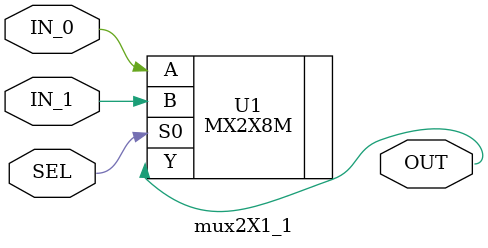
<source format=v>
/*
###############################################################
#  Generated by:      Cadence Innovus 15.20-p005_1
#  OS:                Linux x86_64(Host ID IC)
#  Generated on:      Sat Oct 15 03:57:12 2022
#  Design:            SYS_TOP
#  Command:           saveNetlist SYS_TOP.v
###############################################################
*/
module SYS_TOP (
	RX_IN, 
	REF_CLK, 
	UART_CLK, 
	RST, 
	scan_clk, 
	scan_rst, 
	test_mode, 
	SE, 
	SI, 
	SO, 
	TX_OUT, 
	par_err, 
	stp_err);
   input RX_IN;
   input REF_CLK;
   input UART_CLK;
   input RST;
   input scan_clk;
   input scan_rst;
   input test_mode;
   input SE;
   input [2:0] SI;
   output [2:0] SO;
   output TX_OUT;
   output par_err;
   output stp_err;

   // Internal wires
   wire FE_PHN31_RST_fun_scan;
   wire FE_PHN29_RST_fun_scan;
   wire UART_CLK__L2_N0;
   wire UART_CLK__L1_N0;
   wire CLK2_fun_scan__L9_N0;
   wire CLK2_fun_scan__L8_N0;
   wire CLK2_fun_scan__L7_N0;
   wire CLK2_fun_scan__L6_N0;
   wire CLK2_fun_scan__L5_N0;
   wire CLK2_fun_scan__L4_N0;
   wire CLK2_fun_scan__L3_N0;
   wire CLK2_fun_scan__L2_N1;
   wire CLK2_fun_scan__L2_N0;
   wire CLK2_fun_scan__L1_N0;
   wire TX_CLK__SKEWGRP1__MMExc_0_NET;
   wire CLK3_fun_scan__L1_N0;
   wire REF_CLK__L2_N0;
   wire REF_CLK__L1_N0;
   wire CLK1_fun_scan__L8_N7;
   wire CLK1_fun_scan__L8_N6;
   wire CLK1_fun_scan__L8_N5;
   wire CLK1_fun_scan__L8_N4;
   wire CLK1_fun_scan__L8_N3;
   wire CLK1_fun_scan__L8_N2;
   wire CLK1_fun_scan__L8_N1;
   wire CLK1_fun_scan__L8_N0;
   wire CLK1_fun_scan__L7_N3;
   wire CLK1_fun_scan__L7_N2;
   wire CLK1_fun_scan__L7_N1;
   wire CLK1_fun_scan__L7_N0;
   wire CLK1_fun_scan__L6_N3;
   wire CLK1_fun_scan__L6_N2;
   wire CLK1_fun_scan__L6_N1;
   wire CLK1_fun_scan__L6_N0;
   wire CLK1_fun_scan__L5_N0;
   wire CLK1_fun_scan__L4_N0;
   wire CLK1_fun_scan__L3_N0;
   wire CLK1_fun_scan__L2_N0;
   wire CLK1_fun_scan__L1_N0;
   wire FE_OFN25_RST1_fun_scan;
   wire FE_OFN24_RST1_fun_scan;
   wire FE_OFN19_SE;
   wire FE_OFN18_SE;
   wire FE_OFN17_SE;
   wire FE_OFN15_SO_0_;
   wire WrEn;
   wire RdEn;
   wire CLK1_fun_scan;
   wire RST1_fun_scan;
   wire RdData_Valid;
   wire CLK2_fun_scan;
   wire RST2_fun_scan;
   wire TX_CLK;
   wire CLK_EN;
   wire ALU_CLK;
   wire Busy;
   wire SYNC_Busy;
   wire data_valid_RX;
   wire RX_D_VLD;
   wire TX_D_VLD;
   wire CLK3_fun_scan;
   wire Data_Vaild_TX;
   wire RST_fun_scan;
   wire SYNC_RST1;
   wire SYNC_RST2;
   wire OUT_Valid;
   wire EN;
   wire CLK4_fun_scan;
   wire n10;
   wire n15;
   wire n16;
   wire n17;
   wire SYNOPSYS_UNCONNECTED_1;
   wire SYNOPSYS_UNCONNECTED_2;
   wire SYNOPSYS_UNCONNECTED_3;
   wire SYNOPSYS_UNCONNECTED_4;
   wire [7:0] WrData;
   wire [3:0] Address;
   wire [7:0] RdData;
   wire [7:0] REG0;
   wire [7:0] REG1;
   wire [6:0] REG2;
   wire [3:0] REG3;
   wire [7:0] P_DATA_RX;
   wire [7:0] RX_P_DATA;
   wire [7:0] TX_P_DATA;
   wire [7:0] P_DATA_TX;
   wire [15:0] ALU_OUT;
   wire [3:0] ALU_FUN;

   assign TX_OUT = SO[0] ;

   BUFX2M FE_PHC31_RST_fun_scan (.A(RST_fun_scan),
	.Y(FE_PHN31_RST_fun_scan));
   DLY4X1M FE_PHC29_RST_fun_scan (.A(FE_PHN31_RST_fun_scan),
	.Y(FE_PHN29_RST_fun_scan));
   CLKINVX32M UART_CLK__L2_I0 (.A(UART_CLK__L1_N0),
	.Y(UART_CLK__L2_N0));
   CLKINVX40M UART_CLK__L1_I0 (.A(UART_CLK),
	.Y(UART_CLK__L1_N0));
   CLKINVX32M CLK2_fun_scan__L9_I0 (.A(CLK2_fun_scan__L8_N0),
	.Y(CLK2_fun_scan__L9_N0));
   CLKINVX32M CLK2_fun_scan__L8_I0 (.A(CLK2_fun_scan__L7_N0),
	.Y(CLK2_fun_scan__L8_N0));
   CLKBUFX20M CLK2_fun_scan__L7_I0 (.A(CLK2_fun_scan__L6_N0),
	.Y(CLK2_fun_scan__L7_N0));
   CLKINVX40M CLK2_fun_scan__L6_I0 (.A(CLK2_fun_scan__L5_N0),
	.Y(CLK2_fun_scan__L6_N0));
   CLKBUFX20M CLK2_fun_scan__L5_I0 (.A(CLK2_fun_scan__L4_N0),
	.Y(CLK2_fun_scan__L5_N0));
   CLKBUFX20M CLK2_fun_scan__L4_I0 (.A(CLK2_fun_scan__L3_N0),
	.Y(CLK2_fun_scan__L4_N0));
   CLKBUFX20M CLK2_fun_scan__L3_I0 (.A(CLK2_fun_scan__L2_N1),
	.Y(CLK2_fun_scan__L3_N0));
   CLKBUFX20M CLK2_fun_scan__L2_I1 (.A(CLK2_fun_scan__L1_N0),
	.Y(CLK2_fun_scan__L2_N1));
   CLKINVX32M CLK2_fun_scan__L2_I0 (.A(CLK2_fun_scan__L1_N0),
	.Y(CLK2_fun_scan__L2_N0));
   CLKINVX32M CLK2_fun_scan__L1_I0 (.A(CLK2_fun_scan),
	.Y(CLK2_fun_scan__L1_N0));
   CLKBUFX20M TX_CLK__SKEWGRP1__MMExc_0 (.A(TX_CLK),
	.Y(TX_CLK__SKEWGRP1__MMExc_0_NET));
   CLKBUFX40M CLK3_fun_scan__L1_I0 (.A(CLK3_fun_scan),
	.Y(CLK3_fun_scan__L1_N0));
   CLKINVX32M REF_CLK__L2_I0 (.A(REF_CLK__L1_N0),
	.Y(REF_CLK__L2_N0));
   CLKINVX40M REF_CLK__L1_I0 (.A(REF_CLK),
	.Y(REF_CLK__L1_N0));
   CLKINVX40M CLK1_fun_scan__L8_I7 (.A(CLK1_fun_scan__L7_N3),
	.Y(CLK1_fun_scan__L8_N7));
   CLKINVX40M CLK1_fun_scan__L8_I6 (.A(CLK1_fun_scan__L7_N3),
	.Y(CLK1_fun_scan__L8_N6));
   CLKINVX40M CLK1_fun_scan__L8_I5 (.A(CLK1_fun_scan__L7_N2),
	.Y(CLK1_fun_scan__L8_N5));
   CLKINVX40M CLK1_fun_scan__L8_I4 (.A(CLK1_fun_scan__L7_N2),
	.Y(CLK1_fun_scan__L8_N4));
   CLKINVX40M CLK1_fun_scan__L8_I3 (.A(CLK1_fun_scan__L7_N1),
	.Y(CLK1_fun_scan__L8_N3));
   CLKINVX40M CLK1_fun_scan__L8_I2 (.A(CLK1_fun_scan__L7_N1),
	.Y(CLK1_fun_scan__L8_N2));
   CLKINVX40M CLK1_fun_scan__L8_I1 (.A(CLK1_fun_scan__L7_N0),
	.Y(CLK1_fun_scan__L8_N1));
   CLKINVX40M CLK1_fun_scan__L8_I0 (.A(CLK1_fun_scan__L7_N0),
	.Y(CLK1_fun_scan__L8_N0));
   CLKINVX40M CLK1_fun_scan__L7_I3 (.A(CLK1_fun_scan__L6_N3),
	.Y(CLK1_fun_scan__L7_N3));
   CLKINVX40M CLK1_fun_scan__L7_I2 (.A(CLK1_fun_scan__L6_N2),
	.Y(CLK1_fun_scan__L7_N2));
   CLKINVX40M CLK1_fun_scan__L7_I1 (.A(CLK1_fun_scan__L6_N1),
	.Y(CLK1_fun_scan__L7_N1));
   CLKINVX32M CLK1_fun_scan__L7_I0 (.A(CLK1_fun_scan__L6_N0),
	.Y(CLK1_fun_scan__L7_N0));
   CLKINVX40M CLK1_fun_scan__L6_I3 (.A(CLK1_fun_scan__L5_N0),
	.Y(CLK1_fun_scan__L6_N3));
   CLKINVX40M CLK1_fun_scan__L6_I2 (.A(CLK1_fun_scan__L5_N0),
	.Y(CLK1_fun_scan__L6_N2));
   CLKINVX40M CLK1_fun_scan__L6_I1 (.A(CLK1_fun_scan__L5_N0),
	.Y(CLK1_fun_scan__L6_N1));
   CLKINVX40M CLK1_fun_scan__L6_I0 (.A(CLK1_fun_scan__L5_N0),
	.Y(CLK1_fun_scan__L6_N0));
   CLKINVX32M CLK1_fun_scan__L5_I0 (.A(CLK1_fun_scan__L4_N0),
	.Y(CLK1_fun_scan__L5_N0));
   CLKINVX40M CLK1_fun_scan__L4_I0 (.A(CLK1_fun_scan__L3_N0),
	.Y(CLK1_fun_scan__L4_N0));
   CLKINVX32M CLK1_fun_scan__L3_I0 (.A(CLK1_fun_scan__L2_N0),
	.Y(CLK1_fun_scan__L3_N0));
   CLKINVX40M CLK1_fun_scan__L2_I0 (.A(CLK1_fun_scan__L1_N0),
	.Y(CLK1_fun_scan__L2_N0));
   CLKINVX32M CLK1_fun_scan__L1_I0 (.A(CLK1_fun_scan),
	.Y(CLK1_fun_scan__L1_N0));
   BUFX8M FE_OFC25_RST1_fun_scan (.A(FE_OFN24_RST1_fun_scan),
	.Y(FE_OFN25_RST1_fun_scan));
   BUFX8M FE_OFC24_RST1_fun_scan (.A(RST1_fun_scan),
	.Y(FE_OFN24_RST1_fun_scan));
   CLKBUFX6M FE_OFC19_SE (.A(FE_OFN17_SE),
	.Y(FE_OFN19_SE));
   BUFX4M FE_OFC18_SE (.A(FE_OFN17_SE),
	.Y(FE_OFN18_SE));
   CLKBUFX6M FE_OFC17_SE (.A(SE),
	.Y(FE_OFN17_SE));
   BUFX10M FE_OFC16_SO_0_ (.A(FE_OFN15_SO_0_),
	.Y(SO[0]));
   RegFile_test_1 RegFile_I0 (.WrData(WrData),
	.Address(Address),
	.WrEn(WrEn),
	.RdEn(RdEn),
	.CLK(CLK1_fun_scan__L8_N7),
	.RST(RST1_fun_scan),
	.RdData(RdData),
	.RdData_Valid(RdData_Valid),
	.REG0(REG0),
	.REG1(REG1),
	.REG2({ SYNOPSYS_UNCONNECTED_1,
		REG2 }),
	.REG3({ SO[2],
		SYNOPSYS_UNCONNECTED_2,
		SYNOPSYS_UNCONNECTED_3,
		SYNOPSYS_UNCONNECTED_4,
		REG3 }),
	.test_si3(SI[0]),
	.test_si2(SI[1]),
	.test_si1(n15),
	.test_so1(SO[1]),
	.test_se(SE),
	.p1(FE_OFN17_SE),
	.p2(FE_OFN19_SE),
	.p3(FE_OFN24_RST1_fun_scan),
	.p4(FE_OFN25_RST1_fun_scan),
	.CLK1_fun_scan__L8_N6(CLK1_fun_scan__L8_N6),
	.CLK1_fun_scan__L8_N5(CLK1_fun_scan__L8_N5),
	.CLK1_fun_scan__L8_N4(CLK1_fun_scan__L8_N4),
	.CLK1_fun_scan__L8_N2(CLK1_fun_scan__L8_N2),
	.CLK1_fun_scan__L8_N1(CLK1_fun_scan__L8_N1),
	.CLK1_fun_scan__L8_N0(CLK1_fun_scan__L8_N0));
   ClkDiv_test_1 ClkDiv_I0 (.i_ref_clk(CLK2_fun_scan__L2_N0),
	.i_rst_n(RST2_fun_scan),
	.i_div_ratio(REG3),
	.o_div_clk(TX_CLK),
	.test_si(n17),
	.test_se(FE_OFN18_SE),
	.p1(FE_OFN19_SE),
	.TX_CLK__SKEWGRP1__MMExc_0_NET(TX_CLK__SKEWGRP1__MMExc_0_NET));
   Clock_Gating Clock_Gating_I0 (.CLK_EN(CLK_EN),
	.CLK(CLK1_fun_scan__L2_N0),
	.GATED_CLK(ALU_CLK));
   BIT_SYNC_test_1 BIT_SYNC_I0 (.ASYNC(Busy),
	.CLK(CLK1_fun_scan__L8_N3),
	.RST(FE_OFN25_RST1_fun_scan),
	.SYNC(SYNC_Busy),
	.test_si(ALU_OUT[15]),
	.test_so(n17),
	.test_se(FE_OFN17_SE),
	.p1(FE_OFN18_SE));
   DATA_SYNC_test_0 DATA_SYNC_I0 (.Unsync_bus(P_DATA_RX),
	.bus_enable(data_valid_RX),
	.CLK(CLK1_fun_scan__L8_N5),
	.RST(FE_OFN25_RST1_fun_scan),
	.sync_bus(RX_P_DATA),
	.enable_pulse(RX_D_VLD),
	.test_si(TX_CLK__SKEWGRP1__MMExc_0_NET),
	.test_se(FE_OFN18_SE),
	.CLK1_fun_scan__L8_N3(CLK1_fun_scan__L8_N3));
   DATA_SYNC_test_1 DATA_SYNC_I1 (.Unsync_bus(TX_P_DATA),
	.bus_enable(TX_D_VLD),
	.CLK(CLK3_fun_scan__L1_N0),
	.RST(RST2_fun_scan),
	.sync_bus(P_DATA_TX),
	.enable_pulse(Data_Vaild_TX),
	.test_si(RX_P_DATA[7]),
	.test_se(FE_OFN17_SE),
	.p1(FE_OFN18_SE));
   RST_SYNC_test_0 RST_SYNC_I0 (.RST(FE_PHN29_RST_fun_scan),
	.CLK(CLK1_fun_scan__L8_N0),
	.SYNC_RST(SYNC_RST1),
	.test_si(P_DATA_TX[7]),
	.test_so(n16),
	.test_se(SE));
   RST_SYNC_test_1 RST_SYNC_I1 (.RST(FE_PHN29_RST_fun_scan),
	.CLK(CLK2_fun_scan__L9_N0),
	.SYNC_RST(SYNC_RST2),
	.test_si(n16),
	.test_so(n15),
	.test_se(SE));
   SYS_CTRL_test_1 SYS_CTRL_I0 (.RX_P_DATA(RX_P_DATA),
	.RX_D_VLD(RX_D_VLD),
	.CLK(CLK1_fun_scan__L8_N5),
	.RST(FE_OFN24_RST1_fun_scan),
	.ALU_OUT(ALU_OUT),
	.OUT_Valid(OUT_Valid),
	.RDData(RdData),
	.RdData_Valid(RdData_Valid),
	.Busy(SYNC_Busy),
	.EN(EN),
	.ALU_FUN(ALU_FUN),
	.CLK_EN(CLK_EN),
	.Address(Address),
	.WrEn(WrEn),
	.RdEn(RdEn),
	.WrData(WrData),
	.TX_P_DATA(TX_P_DATA),
	.TX_D_VLD(TX_D_VLD),
	.test_so(n10),
	.test_se(FE_OFN17_SE),
	.p1(FE_OFN18_SE),
	.p2(FE_OFN19_SE),
	.p3(FE_OFN25_RST1_fun_scan),
	.CLK1_fun_scan__L8_N3(CLK1_fun_scan__L8_N3),
	.CLK1_fun_scan__L8_N2(CLK1_fun_scan__L8_N2));
   ALU_test_1 ALU_I0 (.A(REG0),
	.B(REG1),
	.ALU_FUN(ALU_FUN),
	.Enable(EN),
	.CLK(CLK4_fun_scan),
	.RST(FE_OFN25_RST1_fun_scan),
	.ALU_OUT(ALU_OUT),
	.OUT_VALID(OUT_Valid),
	.test_si(SI[2]),
	.test_se(FE_OFN17_SE));
   UART_test_1 UART_I0 (.RX_IN(RX_IN),
	.P_DATA_TX(P_DATA_TX),
	.RX_CLK(CLK2_fun_scan__L6_N0),
	.TX_CLK(CLK3_fun_scan),
	.RST(RST2_fun_scan),
	.PAR_EN(REG2[0]),
	.PAR_TYP(REG2[1]),
	.Prescale({ REG2[6],
		REG2[5],
		REG2[4],
		REG2[3],
		REG2[2] }),
	.Data_Vaild_TX(Data_Vaild_TX),
	.data_valid_RX(data_valid_RX),
	.Busy(Busy),
	.TX_OUT(FE_OFN15_SO_0_),
	.P_DATA_RX(P_DATA_RX),
	.par_err(par_err),
	.stp_err(stp_err),
	.test_si(n10),
	.test_se(FE_OFN17_SE),
	.p1(FE_OFN18_SE));
   mux2X1_0 mux2X1_UO (.IN_0(REF_CLK__L2_N0),
	.IN_1(scan_clk),
	.SEL(test_mode),
	.OUT(CLK1_fun_scan));
   mux2X1_6 mux2X1_U1 (.IN_0(UART_CLK__L2_N0),
	.IN_1(scan_clk),
	.SEL(test_mode),
	.OUT(CLK2_fun_scan));
   mux2X1_5 mux2X1_U2 (.IN_0(TX_CLK),
	.IN_1(scan_clk),
	.SEL(test_mode),
	.OUT(CLK3_fun_scan));
   mux2X1_4 mux2X1_U3 (.IN_0(ALU_CLK),
	.IN_1(scan_clk),
	.SEL(test_mode),
	.OUT(CLK4_fun_scan));
   mux2X1_3 mux2X1_U4 (.IN_0(RST),
	.IN_1(scan_rst),
	.SEL(test_mode),
	.OUT(RST_fun_scan));
   mux2X1_2 mux2X1_U5 (.IN_0(SYNC_RST1),
	.IN_1(scan_rst),
	.SEL(test_mode),
	.OUT(RST1_fun_scan));
   mux2X1_1 mux2X1_U6 (.IN_0(SYNC_RST2),
	.IN_1(scan_rst),
	.SEL(test_mode),
	.OUT(RST2_fun_scan));
endmodule

/////////////////////////////////////////////////////////////
// Created by: Synopsys DC Expert(TM) in wire load mode
// Version   : K-2015.06
// Date      : Sat Oct 15 02:44:48 2022
/////////////////////////////////////////////////////////////
module RegFile_test_1 (
	WrData, 
	Address, 
	WrEn, 
	RdEn, 
	CLK, 
	RST, 
	RdData, 
	RdData_Valid, 
	REG0, 
	REG1, 
	REG2, 
	REG3, 
	test_si3, 
	test_si2, 
	test_si1, 
	test_so1, 
	test_se, 
	p1, 
	p2, 
	p3, 
	p4, 
	CLK1_fun_scan__L8_N6, 
	CLK1_fun_scan__L8_N5, 
	CLK1_fun_scan__L8_N4, 
	CLK1_fun_scan__L8_N2, 
	CLK1_fun_scan__L8_N1, 
	CLK1_fun_scan__L8_N0);
   input [7:0] WrData;
   input [3:0] Address;
   input WrEn;
   input RdEn;
   input CLK;
   input RST;
   output [7:0] RdData;
   output RdData_Valid;
   output [7:0] REG0;
   output [7:0] REG1;
   output [7:0] REG2;
   output [7:0] REG3;
   input test_si3;
   input test_si2;
   input test_si1;
   output test_so1;
   input test_se;
   input p1;
   input p2;
   input p3;
   input p4;
   input CLK1_fun_scan__L8_N6;
   input CLK1_fun_scan__L8_N5;
   input CLK1_fun_scan__L8_N4;
   input CLK1_fun_scan__L8_N2;
   input CLK1_fun_scan__L8_N1;
   input CLK1_fun_scan__L8_N0;

   // Internal wires
   wire MEM_15__7_;
   wire MEM_15__6_;
   wire MEM_15__5_;
   wire MEM_15__4_;
   wire MEM_15__3_;
   wire MEM_15__2_;
   wire MEM_15__1_;
   wire MEM_15__0_;
   wire MEM_14__7_;
   wire MEM_14__6_;
   wire MEM_14__5_;
   wire MEM_14__4_;
   wire MEM_14__2_;
   wire MEM_14__1_;
   wire MEM_14__0_;
   wire MEM_13__7_;
   wire MEM_13__6_;
   wire MEM_13__5_;
   wire MEM_13__4_;
   wire MEM_13__3_;
   wire MEM_13__2_;
   wire MEM_13__1_;
   wire MEM_13__0_;
   wire MEM_12__7_;
   wire MEM_12__6_;
   wire MEM_12__5_;
   wire MEM_12__4_;
   wire MEM_12__3_;
   wire MEM_12__2_;
   wire MEM_12__1_;
   wire MEM_12__0_;
   wire MEM_11__7_;
   wire MEM_11__6_;
   wire MEM_11__5_;
   wire MEM_11__4_;
   wire MEM_11__3_;
   wire MEM_11__2_;
   wire MEM_11__1_;
   wire MEM_11__0_;
   wire MEM_10__7_;
   wire MEM_10__6_;
   wire MEM_10__5_;
   wire MEM_10__4_;
   wire MEM_10__3_;
   wire MEM_10__2_;
   wire MEM_10__1_;
   wire MEM_10__0_;
   wire MEM_9__7_;
   wire MEM_9__6_;
   wire MEM_9__5_;
   wire MEM_9__4_;
   wire MEM_9__3_;
   wire MEM_9__2_;
   wire MEM_9__1_;
   wire MEM_9__0_;
   wire MEM_8__7_;
   wire MEM_8__6_;
   wire MEM_8__5_;
   wire MEM_8__4_;
   wire MEM_8__3_;
   wire MEM_8__2_;
   wire MEM_8__1_;
   wire MEM_8__0_;
   wire MEM_7__7_;
   wire MEM_7__6_;
   wire MEM_7__5_;
   wire MEM_7__4_;
   wire MEM_7__3_;
   wire MEM_7__2_;
   wire MEM_7__1_;
   wire MEM_7__0_;
   wire MEM_6__7_;
   wire MEM_6__6_;
   wire MEM_6__5_;
   wire MEM_6__4_;
   wire MEM_6__3_;
   wire MEM_6__2_;
   wire MEM_6__1_;
   wire MEM_6__0_;
   wire MEM_5__7_;
   wire MEM_5__6_;
   wire MEM_5__5_;
   wire MEM_5__4_;
   wire MEM_5__3_;
   wire MEM_5__2_;
   wire MEM_5__1_;
   wire MEM_5__0_;
   wire MEM_4__7_;
   wire MEM_4__6_;
   wire MEM_4__5_;
   wire MEM_4__4_;
   wire MEM_4__3_;
   wire MEM_4__2_;
   wire MEM_4__1_;
   wire MEM_4__0_;
   wire N36;
   wire N37;
   wire N38;
   wire N39;
   wire N40;
   wire N41;
   wire N42;
   wire N43;
   wire n150;
   wire n151;
   wire n152;
   wire n153;
   wire n154;
   wire n155;
   wire n156;
   wire n157;
   wire n158;
   wire n159;
   wire n160;
   wire n161;
   wire n162;
   wire n163;
   wire n164;
   wire n165;
   wire n166;
   wire n167;
   wire n168;
   wire n169;
   wire n170;
   wire n171;
   wire n172;
   wire n173;
   wire n174;
   wire n175;
   wire n176;
   wire n177;
   wire n178;
   wire n179;
   wire n180;
   wire n181;
   wire n182;
   wire n183;
   wire n184;
   wire n185;
   wire n186;
   wire n187;
   wire n188;
   wire n189;
   wire n190;
   wire n191;
   wire n192;
   wire n193;
   wire n194;
   wire n195;
   wire n196;
   wire n197;
   wire n198;
   wire n199;
   wire n200;
   wire n201;
   wire n202;
   wire n203;
   wire n204;
   wire n205;
   wire n206;
   wire n207;
   wire n208;
   wire n209;
   wire n210;
   wire n211;
   wire n212;
   wire n213;
   wire n214;
   wire n215;
   wire n216;
   wire n217;
   wire n218;
   wire n219;
   wire n220;
   wire n221;
   wire n222;
   wire n223;
   wire n224;
   wire n225;
   wire n226;
   wire n227;
   wire n228;
   wire n229;
   wire n230;
   wire n231;
   wire n232;
   wire n233;
   wire n234;
   wire n235;
   wire n236;
   wire n237;
   wire n238;
   wire n239;
   wire n240;
   wire n241;
   wire n242;
   wire n243;
   wire n244;
   wire n245;
   wire n246;
   wire n247;
   wire n248;
   wire n249;
   wire n250;
   wire n251;
   wire n252;
   wire n253;
   wire n254;
   wire n255;
   wire n256;
   wire n257;
   wire n258;
   wire n259;
   wire n260;
   wire n261;
   wire n262;
   wire n263;
   wire n264;
   wire n265;
   wire n266;
   wire n267;
   wire n268;
   wire n269;
   wire n270;
   wire n271;
   wire n272;
   wire n273;
   wire n274;
   wire n275;
   wire n276;
   wire n277;
   wire n278;
   wire n279;
   wire n280;
   wire n281;
   wire n282;
   wire n283;
   wire n284;
   wire n285;
   wire n286;
   wire n287;
   wire n288;
   wire n289;
   wire n290;
   wire n291;
   wire n292;
   wire n293;
   wire n294;
   wire n295;
   wire n296;
   wire n297;
   wire n298;
   wire n299;
   wire n300;
   wire n301;
   wire n302;
   wire n303;
   wire n304;
   wire n305;
   wire n306;
   wire n307;
   wire n308;
   wire n309;
   wire n310;
   wire n311;
   wire n312;
   wire n313;
   wire n314;
   wire n139;
   wire n140;
   wire n141;
   wire n142;
   wire n143;
   wire n144;
   wire n145;
   wire n146;
   wire n147;
   wire n148;
   wire n149;
   wire n315;
   wire n316;
   wire n317;
   wire n318;
   wire n319;
   wire n320;
   wire n321;
   wire n322;
   wire n323;
   wire n324;
   wire n325;
   wire n326;
   wire n327;
   wire n328;
   wire n329;
   wire n330;
   wire n331;
   wire n332;
   wire n333;
   wire n334;
   wire n335;
   wire n356;
   wire n357;
   wire n358;
   wire n359;
   wire n360;
   wire n361;
   wire n362;
   wire n363;
   wire n364;
   wire n365;
   wire n366;
   wire n367;

   SDFFRQX2M RdData_reg_7_ (.SI(RdData[6]),
	.SE(p1),
	.D(n186),
	.CK(CLK1_fun_scan__L8_N2),
	.RN(p4),
	.Q(RdData[7]));
   SDFFRQX2M RdData_reg_6_ (.SI(RdData[5]),
	.SE(p1),
	.D(n185),
	.CK(CLK1_fun_scan__L8_N2),
	.RN(p4),
	.Q(RdData[6]));
   SDFFRQX2M RdData_reg_5_ (.SI(RdData[4]),
	.SE(p1),
	.D(n184),
	.CK(CLK1_fun_scan__L8_N2),
	.RN(p4),
	.Q(RdData[5]));
   SDFFRQX2M RdData_reg_4_ (.SI(RdData[3]),
	.SE(p1),
	.D(n183),
	.CK(CLK1_fun_scan__L8_N2),
	.RN(p4),
	.Q(RdData[4]));
   SDFFRQX2M RdData_reg_3_ (.SI(RdData[2]),
	.SE(p1),
	.D(n182),
	.CK(CLK1_fun_scan__L8_N2),
	.RN(p4),
	.Q(RdData[3]));
   SDFFRQX2M RdData_reg_2_ (.SI(RdData[1]),
	.SE(p1),
	.D(n181),
	.CK(CLK1_fun_scan__L8_N2),
	.RN(p4),
	.Q(RdData[2]));
   SDFFRQX2M RdData_reg_1_ (.SI(RdData[0]),
	.SE(p1),
	.D(n180),
	.CK(CLK1_fun_scan__L8_N2),
	.RN(p4),
	.Q(RdData[1]));
   SDFFRQX2M RdData_reg_0_ (.SI(RdData_Valid),
	.SE(p1),
	.D(n179),
	.CK(CLK1_fun_scan__L8_N2),
	.RN(p4),
	.Q(RdData[0]));
   SDFFRQX2M MEM_reg_13__7_ (.SI(MEM_13__6_),
	.SE(p2),
	.D(n298),
	.CK(CLK1_fun_scan__L8_N4),
	.RN(p3),
	.Q(MEM_13__7_));
   SDFFRQX2M MEM_reg_13__6_ (.SI(MEM_13__5_),
	.SE(p2),
	.D(n297),
	.CK(CLK1_fun_scan__L8_N4),
	.RN(p3),
	.Q(MEM_13__6_));
   SDFFRQX2M MEM_reg_13__5_ (.SI(MEM_13__4_),
	.SE(p2),
	.D(n296),
	.CK(CLK1_fun_scan__L8_N5),
	.RN(p3),
	.Q(MEM_13__5_));
   SDFFRQX2M MEM_reg_13__4_ (.SI(MEM_13__3_),
	.SE(p2),
	.D(n295),
	.CK(CLK1_fun_scan__L8_N5),
	.RN(p3),
	.Q(MEM_13__4_));
   SDFFRQX2M MEM_reg_13__3_ (.SI(MEM_13__2_),
	.SE(p2),
	.D(n294),
	.CK(CLK1_fun_scan__L8_N5),
	.RN(p3),
	.Q(MEM_13__3_));
   SDFFRQX2M MEM_reg_13__2_ (.SI(MEM_13__1_),
	.SE(p2),
	.D(n293),
	.CK(CLK1_fun_scan__L8_N5),
	.RN(p3),
	.Q(MEM_13__2_));
   SDFFRQX2M MEM_reg_13__1_ (.SI(MEM_13__0_),
	.SE(p2),
	.D(n292),
	.CK(CLK1_fun_scan__L8_N5),
	.RN(p3),
	.Q(MEM_13__1_));
   SDFFRQX2M MEM_reg_13__0_ (.SI(MEM_12__7_),
	.SE(p2),
	.D(n291),
	.CK(CLK1_fun_scan__L8_N4),
	.RN(p3),
	.Q(MEM_13__0_));
   SDFFRQX2M MEM_reg_9__7_ (.SI(MEM_9__6_),
	.SE(p2),
	.D(n266),
	.CK(CLK),
	.RN(p3),
	.Q(MEM_9__7_));
   SDFFRQX2M MEM_reg_9__6_ (.SI(MEM_9__5_),
	.SE(p2),
	.D(n265),
	.CK(CLK),
	.RN(p3),
	.Q(MEM_9__6_));
   SDFFRQX2M MEM_reg_9__5_ (.SI(MEM_9__4_),
	.SE(test_se),
	.D(n264),
	.CK(CLK),
	.RN(p3),
	.Q(MEM_9__5_));
   SDFFRQX2M MEM_reg_9__4_ (.SI(MEM_9__3_),
	.SE(test_se),
	.D(n263),
	.CK(CLK),
	.RN(RST),
	.Q(MEM_9__4_));
   SDFFRQX2M MEM_reg_9__3_ (.SI(MEM_9__2_),
	.SE(test_se),
	.D(n262),
	.CK(CLK1_fun_scan__L8_N1),
	.RN(RST),
	.Q(MEM_9__3_));
   SDFFRQX2M MEM_reg_9__2_ (.SI(MEM_9__1_),
	.SE(test_se),
	.D(n261),
	.CK(CLK1_fun_scan__L8_N1),
	.RN(RST),
	.Q(MEM_9__2_));
   SDFFRQX2M MEM_reg_9__1_ (.SI(MEM_9__0_),
	.SE(test_se),
	.D(n260),
	.CK(CLK),
	.RN(RST),
	.Q(MEM_9__1_));
   SDFFRQX2M MEM_reg_9__0_ (.SI(MEM_8__7_),
	.SE(p2),
	.D(n259),
	.CK(CLK),
	.RN(p3),
	.Q(MEM_9__0_));
   SDFFRQX2M MEM_reg_5__7_ (.SI(MEM_5__6_),
	.SE(test_se),
	.D(n234),
	.CK(CLK1_fun_scan__L8_N1),
	.RN(RST),
	.Q(MEM_5__7_));
   SDFFRQX2M MEM_reg_5__6_ (.SI(MEM_5__5_),
	.SE(test_se),
	.D(n233),
	.CK(CLK1_fun_scan__L8_N6),
	.RN(p3),
	.Q(MEM_5__6_));
   SDFFRQX2M MEM_reg_5__5_ (.SI(MEM_5__4_),
	.SE(test_se),
	.D(n232),
	.CK(CLK1_fun_scan__L8_N6),
	.RN(p3),
	.Q(MEM_5__5_));
   SDFFRQX2M MEM_reg_5__4_ (.SI(MEM_5__3_),
	.SE(test_se),
	.D(n231),
	.CK(CLK1_fun_scan__L8_N0),
	.RN(RST),
	.Q(MEM_5__4_));
   SDFFRQX2M MEM_reg_5__3_ (.SI(MEM_5__2_),
	.SE(test_se),
	.D(n230),
	.CK(CLK1_fun_scan__L8_N0),
	.RN(RST),
	.Q(MEM_5__3_));
   SDFFRQX2M MEM_reg_5__2_ (.SI(MEM_5__1_),
	.SE(test_se),
	.D(n229),
	.CK(CLK1_fun_scan__L8_N0),
	.RN(RST),
	.Q(MEM_5__2_));
   SDFFRQX2M MEM_reg_5__1_ (.SI(MEM_5__0_),
	.SE(test_se),
	.D(n228),
	.CK(CLK1_fun_scan__L8_N1),
	.RN(RST),
	.Q(MEM_5__1_));
   SDFFRQX2M MEM_reg_5__0_ (.SI(MEM_4__7_),
	.SE(test_se),
	.D(n227),
	.CK(CLK1_fun_scan__L8_N1),
	.RN(RST),
	.Q(MEM_5__0_));
   SDFFRQX2M MEM_reg_15__7_ (.SI(MEM_15__6_),
	.SE(p2),
	.D(n314),
	.CK(CLK1_fun_scan__L8_N4),
	.RN(p4),
	.Q(MEM_15__7_));
   SDFFRQX2M MEM_reg_15__6_ (.SI(MEM_15__5_),
	.SE(p2),
	.D(n313),
	.CK(CLK1_fun_scan__L8_N4),
	.RN(p3),
	.Q(MEM_15__6_));
   SDFFRQX2M MEM_reg_15__5_ (.SI(MEM_15__4_),
	.SE(p2),
	.D(n312),
	.CK(CLK1_fun_scan__L8_N4),
	.RN(p3),
	.Q(MEM_15__5_));
   SDFFRQX2M MEM_reg_15__4_ (.SI(MEM_15__3_),
	.SE(p2),
	.D(n311),
	.CK(CLK1_fun_scan__L8_N5),
	.RN(p3),
	.Q(MEM_15__4_));
   SDFFRQX2M MEM_reg_15__3_ (.SI(MEM_15__2_),
	.SE(p2),
	.D(n310),
	.CK(CLK1_fun_scan__L8_N5),
	.RN(p3),
	.Q(MEM_15__3_));
   SDFFRQX2M MEM_reg_15__2_ (.SI(MEM_15__1_),
	.SE(p2),
	.D(n309),
	.CK(CLK1_fun_scan__L8_N5),
	.RN(p3),
	.Q(MEM_15__2_));
   SDFFRQX2M MEM_reg_15__1_ (.SI(MEM_15__0_),
	.SE(p2),
	.D(n308),
	.CK(CLK1_fun_scan__L8_N5),
	.RN(p3),
	.Q(MEM_15__1_));
   SDFFRQX2M MEM_reg_15__0_ (.SI(MEM_14__7_),
	.SE(p2),
	.D(n307),
	.CK(CLK1_fun_scan__L8_N4),
	.RN(p3),
	.Q(MEM_15__0_));
   SDFFRQX2M MEM_reg_11__7_ (.SI(MEM_11__6_),
	.SE(p2),
	.D(n282),
	.CK(CLK1_fun_scan__L8_N4),
	.RN(p3),
	.Q(MEM_11__7_));
   SDFFRQX2M MEM_reg_11__6_ (.SI(MEM_11__5_),
	.SE(p2),
	.D(n281),
	.CK(CLK1_fun_scan__L8_N4),
	.RN(p3),
	.Q(MEM_11__6_));
   SDFFRQX2M MEM_reg_11__5_ (.SI(MEM_11__4_),
	.SE(p2),
	.D(n280),
	.CK(CLK),
	.RN(p3),
	.Q(MEM_11__5_));
   SDFFRQX2M MEM_reg_11__4_ (.SI(MEM_11__3_),
	.SE(test_se),
	.D(n279),
	.CK(CLK),
	.RN(p3),
	.Q(MEM_11__4_));
   SDFFRQX2M MEM_reg_11__3_ (.SI(MEM_11__2_),
	.SE(test_se),
	.D(n278),
	.CK(CLK),
	.RN(p3),
	.Q(MEM_11__3_));
   SDFFRQX2M MEM_reg_11__2_ (.SI(MEM_11__1_),
	.SE(test_se),
	.D(n277),
	.CK(CLK),
	.RN(RST),
	.Q(MEM_11__2_));
   SDFFRQX2M MEM_reg_11__1_ (.SI(MEM_11__0_),
	.SE(p2),
	.D(n276),
	.CK(CLK),
	.RN(p3),
	.Q(MEM_11__1_));
   SDFFRQX2M MEM_reg_11__0_ (.SI(MEM_10__7_),
	.SE(p2),
	.D(n275),
	.CK(CLK),
	.RN(p3),
	.Q(MEM_11__0_));
   SDFFRQX2M MEM_reg_7__7_ (.SI(MEM_7__6_),
	.SE(test_se),
	.D(n250),
	.CK(CLK1_fun_scan__L8_N1),
	.RN(RST),
	.Q(MEM_7__7_));
   SDFFRQX2M MEM_reg_7__6_ (.SI(MEM_7__5_),
	.SE(test_se),
	.D(n249),
	.CK(CLK),
	.RN(RST),
	.Q(MEM_7__6_));
   SDFFRQX2M MEM_reg_7__5_ (.SI(MEM_7__4_),
	.SE(test_se),
	.D(n248),
	.CK(CLK1_fun_scan__L8_N6),
	.RN(p3),
	.Q(MEM_7__5_));
   SDFFRQX2M MEM_reg_7__4_ (.SI(MEM_7__3_),
	.SE(test_se),
	.D(n247),
	.CK(CLK1_fun_scan__L8_N0),
	.RN(RST),
	.Q(MEM_7__4_));
   SDFFRQX2M MEM_reg_7__3_ (.SI(MEM_7__2_),
	.SE(test_se),
	.D(n246),
	.CK(CLK1_fun_scan__L8_N0),
	.RN(RST),
	.Q(MEM_7__3_));
   SDFFRQX2M MEM_reg_7__2_ (.SI(MEM_7__1_),
	.SE(test_se),
	.D(n245),
	.CK(CLK1_fun_scan__L8_N1),
	.RN(RST),
	.Q(MEM_7__2_));
   SDFFRQX2M MEM_reg_7__1_ (.SI(MEM_7__0_),
	.SE(test_se),
	.D(n244),
	.CK(CLK1_fun_scan__L8_N1),
	.RN(RST),
	.Q(MEM_7__1_));
   SDFFRQX2M MEM_reg_7__0_ (.SI(MEM_6__7_),
	.SE(test_se),
	.D(n243),
	.CK(CLK1_fun_scan__L8_N1),
	.RN(RST),
	.Q(MEM_7__0_));
   SDFFRQX2M MEM_reg_3__7_ (.SI(REG3[6]),
	.SE(p2),
	.D(n218),
	.CK(CLK1_fun_scan__L8_N2),
	.RN(p4),
	.Q(REG3[7]));
   SDFFRQX2M MEM_reg_3__6_ (.SI(REG3[5]),
	.SE(p2),
	.D(n217),
	.CK(CLK1_fun_scan__L8_N6),
	.RN(p4),
	.Q(REG3[6]));
   SDFFRQX2M MEM_reg_3__5_ (.SI(REG3[4]),
	.SE(p2),
	.D(n216),
	.CK(CLK1_fun_scan__L8_N6),
	.RN(p4),
	.Q(REG3[5]));
   SDFFRQX2M MEM_reg_3__4_ (.SI(REG3[3]),
	.SE(p2),
	.D(n215),
	.CK(CLK1_fun_scan__L8_N6),
	.RN(p4),
	.Q(REG3[4]));
   SDFFRQX2M MEM_reg_14__7_ (.SI(MEM_14__6_),
	.SE(p2),
	.D(n306),
	.CK(CLK1_fun_scan__L8_N4),
	.RN(p3),
	.Q(MEM_14__7_));
   SDFFRQX2M MEM_reg_14__6_ (.SI(MEM_14__5_),
	.SE(p2),
	.D(n305),
	.CK(CLK1_fun_scan__L8_N4),
	.RN(p3),
	.Q(MEM_14__6_));
   SDFFRQX2M MEM_reg_14__5_ (.SI(MEM_14__4_),
	.SE(p2),
	.D(n304),
	.CK(CLK1_fun_scan__L8_N4),
	.RN(p3),
	.Q(MEM_14__5_));
   SDFFRQX2M MEM_reg_14__4_ (.SI(test_si3),
	.SE(p2),
	.D(n303),
	.CK(CLK1_fun_scan__L8_N4),
	.RN(p4),
	.Q(MEM_14__4_));
   SDFFRQX2M MEM_reg_14__3_ (.SI(MEM_14__2_),
	.SE(p2),
	.D(n302),
	.CK(CLK1_fun_scan__L8_N5),
	.RN(p3),
	.Q(test_so1));
   SDFFRQX2M MEM_reg_14__2_ (.SI(MEM_14__1_),
	.SE(p2),
	.D(n301),
	.CK(CLK1_fun_scan__L8_N5),
	.RN(p3),
	.Q(MEM_14__2_));
   SDFFRQX2M MEM_reg_14__1_ (.SI(MEM_14__0_),
	.SE(p2),
	.D(n300),
	.CK(CLK1_fun_scan__L8_N4),
	.RN(p3),
	.Q(MEM_14__1_));
   SDFFRQX2M MEM_reg_14__0_ (.SI(MEM_13__7_),
	.SE(p2),
	.D(n299),
	.CK(CLK1_fun_scan__L8_N4),
	.RN(p3),
	.Q(MEM_14__0_));
   SDFFRQX2M MEM_reg_10__7_ (.SI(MEM_10__6_),
	.SE(p2),
	.D(n274),
	.CK(CLK),
	.RN(p3),
	.Q(MEM_10__7_));
   SDFFRQX2M MEM_reg_10__6_ (.SI(MEM_10__5_),
	.SE(p2),
	.D(n273),
	.CK(CLK),
	.RN(p3),
	.Q(MEM_10__6_));
   SDFFRQX2M MEM_reg_10__5_ (.SI(MEM_10__4_),
	.SE(p2),
	.D(n272),
	.CK(CLK),
	.RN(p3),
	.Q(MEM_10__5_));
   SDFFRQX2M MEM_reg_10__4_ (.SI(MEM_10__3_),
	.SE(test_se),
	.D(n271),
	.CK(CLK),
	.RN(p3),
	.Q(MEM_10__4_));
   SDFFRQX2M MEM_reg_10__3_ (.SI(MEM_10__2_),
	.SE(test_se),
	.D(n270),
	.CK(CLK1_fun_scan__L8_N1),
	.RN(RST),
	.Q(MEM_10__3_));
   SDFFRQX2M MEM_reg_10__2_ (.SI(MEM_10__1_),
	.SE(test_se),
	.D(n269),
	.CK(CLK1_fun_scan__L8_N1),
	.RN(RST),
	.Q(MEM_10__2_));
   SDFFRQX2M MEM_reg_10__1_ (.SI(MEM_10__0_),
	.SE(test_se),
	.D(n268),
	.CK(CLK),
	.RN(RST),
	.Q(MEM_10__1_));
   SDFFRQX2M MEM_reg_10__0_ (.SI(MEM_9__7_),
	.SE(p2),
	.D(n267),
	.CK(CLK),
	.RN(p3),
	.Q(MEM_10__0_));
   SDFFRQX2M MEM_reg_6__7_ (.SI(MEM_6__6_),
	.SE(test_se),
	.D(n242),
	.CK(CLK1_fun_scan__L8_N1),
	.RN(RST),
	.Q(MEM_6__7_));
   SDFFRQX2M MEM_reg_6__6_ (.SI(MEM_6__5_),
	.SE(test_se),
	.D(n241),
	.CK(CLK1_fun_scan__L8_N6),
	.RN(p3),
	.Q(MEM_6__6_));
   SDFFRQX2M MEM_reg_6__5_ (.SI(MEM_6__4_),
	.SE(p1),
	.D(n240),
	.CK(CLK1_fun_scan__L8_N6),
	.RN(p3),
	.Q(MEM_6__5_));
   SDFFRQX2M MEM_reg_6__4_ (.SI(MEM_6__3_),
	.SE(test_se),
	.D(n239),
	.CK(CLK1_fun_scan__L8_N0),
	.RN(RST),
	.Q(MEM_6__4_));
   SDFFRQX2M MEM_reg_6__3_ (.SI(MEM_6__2_),
	.SE(test_se),
	.D(n238),
	.CK(CLK1_fun_scan__L8_N0),
	.RN(RST),
	.Q(MEM_6__3_));
   SDFFRQX2M MEM_reg_6__2_ (.SI(MEM_6__1_),
	.SE(test_se),
	.D(n237),
	.CK(CLK1_fun_scan__L8_N1),
	.RN(RST),
	.Q(MEM_6__2_));
   SDFFRQX2M MEM_reg_6__1_ (.SI(MEM_6__0_),
	.SE(test_se),
	.D(n236),
	.CK(CLK1_fun_scan__L8_N1),
	.RN(RST),
	.Q(MEM_6__1_));
   SDFFRQX2M MEM_reg_6__0_ (.SI(MEM_5__7_),
	.SE(test_se),
	.D(n235),
	.CK(CLK1_fun_scan__L8_N1),
	.RN(RST),
	.Q(MEM_6__0_));
   SDFFRQX2M MEM_reg_2__7_ (.SI(REG2[6]),
	.SE(p2),
	.D(n210),
	.CK(CLK1_fun_scan__L8_N2),
	.RN(p4),
	.Q(REG2[7]));
   SDFFRQX2M MEM_reg_2__2_ (.SI(REG2[1]),
	.SE(p1),
	.D(n205),
	.CK(CLK1_fun_scan__L8_N2),
	.RN(p4),
	.Q(REG2[2]));
   SDFFRQX2M MEM_reg_12__7_ (.SI(MEM_12__6_),
	.SE(p2),
	.D(n290),
	.CK(CLK1_fun_scan__L8_N4),
	.RN(p3),
	.Q(MEM_12__7_));
   SDFFRQX2M MEM_reg_12__6_ (.SI(MEM_12__5_),
	.SE(p2),
	.D(n289),
	.CK(CLK1_fun_scan__L8_N4),
	.RN(p3),
	.Q(MEM_12__6_));
   SDFFRQX2M MEM_reg_12__5_ (.SI(MEM_12__4_),
	.SE(p2),
	.D(n288),
	.CK(CLK1_fun_scan__L8_N4),
	.RN(p3),
	.Q(MEM_12__5_));
   SDFFRQX2M MEM_reg_12__4_ (.SI(MEM_12__3_),
	.SE(p2),
	.D(n287),
	.CK(CLK1_fun_scan__L8_N5),
	.RN(p3),
	.Q(MEM_12__4_));
   SDFFRQX2M MEM_reg_12__3_ (.SI(MEM_12__2_),
	.SE(p2),
	.D(n286),
	.CK(CLK1_fun_scan__L8_N5),
	.RN(p3),
	.Q(MEM_12__3_));
   SDFFRQX2M MEM_reg_12__2_ (.SI(MEM_12__1_),
	.SE(p2),
	.D(n285),
	.CK(CLK1_fun_scan__L8_N5),
	.RN(p3),
	.Q(MEM_12__2_));
   SDFFRQX2M MEM_reg_12__1_ (.SI(MEM_12__0_),
	.SE(p2),
	.D(n284),
	.CK(CLK1_fun_scan__L8_N4),
	.RN(p3),
	.Q(MEM_12__1_));
   SDFFRQX2M MEM_reg_12__0_ (.SI(MEM_11__7_),
	.SE(p2),
	.D(n283),
	.CK(CLK1_fun_scan__L8_N4),
	.RN(p3),
	.Q(MEM_12__0_));
   SDFFRQX2M MEM_reg_8__7_ (.SI(MEM_8__6_),
	.SE(p2),
	.D(n258),
	.CK(CLK),
	.RN(p3),
	.Q(MEM_8__7_));
   SDFFRQX2M MEM_reg_8__6_ (.SI(MEM_8__5_),
	.SE(p2),
	.D(n257),
	.CK(CLK),
	.RN(p3),
	.Q(MEM_8__6_));
   SDFFRQX2M MEM_reg_8__5_ (.SI(MEM_8__4_),
	.SE(test_se),
	.D(n256),
	.CK(CLK1_fun_scan__L8_N6),
	.RN(p3),
	.Q(MEM_8__5_));
   SDFFRQX2M MEM_reg_8__4_ (.SI(MEM_8__3_),
	.SE(test_se),
	.D(n255),
	.CK(CLK1_fun_scan__L8_N1),
	.RN(RST),
	.Q(MEM_8__4_));
   SDFFRQX2M MEM_reg_8__3_ (.SI(MEM_8__2_),
	.SE(test_se),
	.D(n254),
	.CK(CLK1_fun_scan__L8_N1),
	.RN(RST),
	.Q(MEM_8__3_));
   SDFFRQX2M MEM_reg_8__2_ (.SI(MEM_8__1_),
	.SE(test_se),
	.D(n253),
	.CK(CLK1_fun_scan__L8_N1),
	.RN(RST),
	.Q(MEM_8__2_));
   SDFFRQX2M MEM_reg_8__1_ (.SI(MEM_8__0_),
	.SE(test_se),
	.D(n252),
	.CK(CLK1_fun_scan__L8_N1),
	.RN(RST),
	.Q(MEM_8__1_));
   SDFFRQX2M MEM_reg_8__0_ (.SI(MEM_7__7_),
	.SE(test_se),
	.D(n251),
	.CK(CLK1_fun_scan__L8_N1),
	.RN(RST),
	.Q(MEM_8__0_));
   SDFFRQX2M MEM_reg_4__7_ (.SI(MEM_4__6_),
	.SE(test_se),
	.D(n226),
	.CK(CLK1_fun_scan__L8_N1),
	.RN(RST),
	.Q(MEM_4__7_));
   SDFFRQX2M MEM_reg_4__6_ (.SI(MEM_4__5_),
	.SE(test_se),
	.D(n225),
	.CK(CLK1_fun_scan__L8_N6),
	.RN(p3),
	.Q(MEM_4__6_));
   SDFFRQX2M MEM_reg_4__5_ (.SI(MEM_4__4_),
	.SE(test_se),
	.D(n224),
	.CK(CLK1_fun_scan__L8_N6),
	.RN(p3),
	.Q(MEM_4__5_));
   SDFFRQX2M MEM_reg_4__4_ (.SI(MEM_4__3_),
	.SE(test_se),
	.D(n223),
	.CK(CLK1_fun_scan__L8_N0),
	.RN(RST),
	.Q(MEM_4__4_));
   SDFFRQX2M MEM_reg_4__3_ (.SI(MEM_4__2_),
	.SE(test_se),
	.D(n222),
	.CK(CLK1_fun_scan__L8_N0),
	.RN(RST),
	.Q(MEM_4__3_));
   SDFFRQX2M MEM_reg_4__2_ (.SI(MEM_4__1_),
	.SE(test_se),
	.D(n221),
	.CK(CLK1_fun_scan__L8_N0),
	.RN(RST),
	.Q(MEM_4__2_));
   SDFFRQX2M MEM_reg_4__1_ (.SI(MEM_4__0_),
	.SE(test_se),
	.D(n220),
	.CK(CLK1_fun_scan__L8_N0),
	.RN(RST),
	.Q(MEM_4__1_));
   SDFFRQX2M MEM_reg_4__0_ (.SI(test_si2),
	.SE(test_se),
	.D(n219),
	.CK(CLK1_fun_scan__L8_N0),
	.RN(RST),
	.Q(MEM_4__0_));
   SDFFSQX2M MEM_reg_2__1_ (.SI(REG2[0]),
	.SE(p1),
	.D(n204),
	.CK(CLK1_fun_scan__L8_N2),
	.SN(p4),
	.Q(REG2[1]));
   SDFFRQX2M MEM_reg_2__6_ (.SI(REG2[5]),
	.SE(p1),
	.D(n209),
	.CK(CLK1_fun_scan__L8_N2),
	.RN(p4),
	.Q(REG2[6]));
   SDFFRQX2M RdData_Valid_reg (.SI(MEM_15__7_),
	.SE(p1),
	.D(n178),
	.CK(CLK1_fun_scan__L8_N2),
	.RN(p4),
	.Q(RdData_Valid));
   SDFFSQX2M MEM_reg_3__3_ (.SI(REG3[2]),
	.SE(p2),
	.D(n214),
	.CK(CLK1_fun_scan__L8_N2),
	.SN(p4),
	.Q(REG3[3]));
   SDFFRQX2M MEM_reg_2__4_ (.SI(REG2[3]),
	.SE(p1),
	.D(n207),
	.CK(CLK1_fun_scan__L8_N2),
	.RN(p4),
	.Q(REG2[4]));
   SDFFSQX2M MEM_reg_2__0_ (.SI(REG1[7]),
	.SE(p1),
	.D(n203),
	.CK(CLK1_fun_scan__L8_N6),
	.SN(p4),
	.Q(REG2[0]));
   SDFFRQX2M MEM_reg_3__0_ (.SI(REG2[7]),
	.SE(p2),
	.D(n211),
	.CK(CLK1_fun_scan__L8_N4),
	.RN(p4),
	.Q(REG3[0]));
   SDFFRQX2M MEM_reg_3__2_ (.SI(REG3[1]),
	.SE(p2),
	.D(n213),
	.CK(CLK1_fun_scan__L8_N5),
	.RN(p3),
	.Q(REG3[2]));
   SDFFRQX2M MEM_reg_3__1_ (.SI(REG3[0]),
	.SE(p2),
	.D(n212),
	.CK(CLK1_fun_scan__L8_N5),
	.RN(p3),
	.Q(REG3[1]));
   SDFFRQX2M MEM_reg_2__3_ (.SI(REG2[2]),
	.SE(p1),
	.D(n206),
	.CK(CLK1_fun_scan__L8_N2),
	.RN(p4),
	.Q(REG2[3]));
   SDFFRQX2M MEM_reg_0__1_ (.SI(REG0[0]),
	.SE(test_se),
	.D(n188),
	.CK(CLK1_fun_scan__L8_N0),
	.RN(RST),
	.Q(REG0[1]));
   SDFFRQX2M MEM_reg_0__0_ (.SI(test_si1),
	.SE(test_se),
	.D(n187),
	.CK(CLK1_fun_scan__L8_N0),
	.RN(RST),
	.Q(REG0[0]));
   SDFFRQX2M MEM_reg_0__2_ (.SI(REG0[1]),
	.SE(test_se),
	.D(n189),
	.CK(CLK1_fun_scan__L8_N0),
	.RN(RST),
	.Q(REG0[2]));
   SDFFRQX2M MEM_reg_0__3_ (.SI(REG0[2]),
	.SE(test_se),
	.D(n190),
	.CK(CLK1_fun_scan__L8_N0),
	.RN(RST),
	.Q(REG0[3]));
   SDFFRQX2M MEM_reg_0__4_ (.SI(REG0[3]),
	.SE(test_se),
	.D(n191),
	.CK(CLK1_fun_scan__L8_N0),
	.RN(RST),
	.Q(REG0[4]));
   SDFFRQX2M MEM_reg_0__5_ (.SI(REG0[4]),
	.SE(test_se),
	.D(n192),
	.CK(CLK1_fun_scan__L8_N0),
	.RN(RST),
	.Q(REG0[5]));
   SDFFRQX2M MEM_reg_0__6_ (.SI(REG0[5]),
	.SE(test_se),
	.D(n193),
	.CK(CLK1_fun_scan__L8_N6),
	.RN(RST),
	.Q(REG0[6]));
   SDFFRQX2M MEM_reg_1__6_ (.SI(REG1[5]),
	.SE(p1),
	.D(n201),
	.CK(CLK1_fun_scan__L8_N6),
	.RN(p4),
	.Q(REG1[6]));
   SDFFRQX2M MEM_reg_0__7_ (.SI(REG0[6]),
	.SE(test_se),
	.D(n194),
	.CK(CLK1_fun_scan__L8_N0),
	.RN(p3),
	.Q(REG0[7]));
   SDFFRQX2M MEM_reg_1__1_ (.SI(REG1[0]),
	.SE(p1),
	.D(n196),
	.CK(CLK1_fun_scan__L8_N6),
	.RN(p3),
	.Q(REG1[1]));
   SDFFRQX2M MEM_reg_1__5_ (.SI(REG1[4]),
	.SE(p1),
	.D(n200),
	.CK(CLK1_fun_scan__L8_N6),
	.RN(p4),
	.Q(REG1[5]));
   SDFFRQX2M MEM_reg_1__4_ (.SI(REG1[3]),
	.SE(p1),
	.D(n199),
	.CK(CLK1_fun_scan__L8_N6),
	.RN(p3),
	.Q(REG1[4]));
   SDFFRQX2M MEM_reg_1__7_ (.SI(REG1[6]),
	.SE(p1),
	.D(n202),
	.CK(CLK1_fun_scan__L8_N6),
	.RN(p4),
	.Q(REG1[7]));
   SDFFRQX2M MEM_reg_1__3_ (.SI(REG1[2]),
	.SE(p1),
	.D(n198),
	.CK(CLK1_fun_scan__L8_N6),
	.RN(p4),
	.Q(REG1[3]));
   SDFFRQX2M MEM_reg_1__2_ (.SI(REG1[1]),
	.SE(p1),
	.D(n197),
	.CK(CLK1_fun_scan__L8_N6),
	.RN(p3),
	.Q(REG1[2]));
   SDFFRQX2M MEM_reg_1__0_ (.SI(REG0[7]),
	.SE(test_se),
	.D(n195),
	.CK(CLK1_fun_scan__L8_N6),
	.RN(p3),
	.Q(REG1[0]));
   SDFFSQX1M MEM_reg_2__5_ (.SI(REG2[4]),
	.SE(p2),
	.D(n208),
	.CK(CLK1_fun_scan__L8_N2),
	.SN(p4),
	.Q(REG2[5]));
   NOR2X2M U141 (.A(n357),
	.B(Address[2]),
	.Y(n158));
   NOR2X2M U142 (.A(Address[1]),
	.B(Address[2]),
	.Y(n153));
   INVX2M U145 (.A(n151),
	.Y(n358));
   NAND2X2M U149 (.A(RdEn),
	.B(n363),
	.Y(n151));
   NOR2X2M U150 (.A(n363),
	.B(RdEn),
	.Y(n150));
   INVX2M U151 (.A(WrEn),
	.Y(n363));
   NAND2X2M U162 (.A(n156),
	.B(n153),
	.Y(n155));
   NAND2X2M U163 (.A(n158),
	.B(n154),
	.Y(n157));
   NAND2X2M U164 (.A(n158),
	.B(n156),
	.Y(n159));
   NAND2X2M U165 (.A(n161),
	.B(n154),
	.Y(n160));
   NAND2X2M U166 (.A(n161),
	.B(n156),
	.Y(n162));
   NAND2X2M U167 (.A(n164),
	.B(n154),
	.Y(n163));
   NAND2X2M U168 (.A(n164),
	.B(n156),
	.Y(n166));
   NAND2X2M U169 (.A(n168),
	.B(n153),
	.Y(n167));
   NAND2X2M U170 (.A(n170),
	.B(n153),
	.Y(n169));
   NAND2X2M U171 (.A(n168),
	.B(n158),
	.Y(n171));
   NAND2X2M U172 (.A(n170),
	.B(n158),
	.Y(n172));
   NAND2X2M U173 (.A(n168),
	.B(n161),
	.Y(n173));
   NAND2X2M U174 (.A(n170),
	.B(n161),
	.Y(n174));
   NAND2X2M U175 (.A(n168),
	.B(n164),
	.Y(n175));
   NAND2X2M U176 (.A(n170),
	.B(n164),
	.Y(n177));
   NAND2X2M U177 (.A(n153),
	.B(n154),
	.Y(n152));
   INVX2M U178 (.A(WrData[0]),
	.Y(n359));
   INVX2M U179 (.A(WrData[1]),
	.Y(n360));
   INVX2M U180 (.A(WrData[2]),
	.Y(n361));
   INVX2M U181 (.A(WrData[3]),
	.Y(n362));
   INVX2M U182 (.A(WrData[4]),
	.Y(n367));
   INVX2M U183 (.A(WrData[5]),
	.Y(n366));
   INVX2M U184 (.A(WrData[6]),
	.Y(n365));
   AND2X2M U185 (.A(n165),
	.B(n356),
	.Y(n154));
   AND2X2M U186 (.A(n165),
	.B(Address[0]),
	.Y(n156));
   AND2X2M U187 (.A(n176),
	.B(n356),
	.Y(n168));
   AND2X2M U188 (.A(n176),
	.B(Address[0]),
	.Y(n170));
   INVX2M U194 (.A(WrData[7]),
	.Y(n364));
   OAI2BB2X1M U195 (.A0N(REG0[0]),
	.A1N(n152),
	.B0(n152),
	.B1(n359),
	.Y(n187));
   OAI2BB2X1M U196 (.A0N(REG0[1]),
	.A1N(n152),
	.B0(n152),
	.B1(n360),
	.Y(n188));
   OAI2BB2X1M U197 (.A0N(REG0[2]),
	.A1N(n152),
	.B0(n152),
	.B1(n361),
	.Y(n189));
   OAI2BB2X1M U198 (.A0N(REG0[3]),
	.A1N(n152),
	.B0(n152),
	.B1(n362),
	.Y(n190));
   OAI2BB2X1M U199 (.A0N(REG0[4]),
	.A1N(n152),
	.B0(n152),
	.B1(n367),
	.Y(n191));
   OAI2BB2X1M U200 (.A0N(REG0[5]),
	.A1N(n152),
	.B0(n152),
	.B1(n366),
	.Y(n192));
   OAI2BB2X1M U201 (.A0N(REG0[6]),
	.A1N(n152),
	.B0(n152),
	.B1(n365),
	.Y(n193));
   OAI2BB2X1M U202 (.A0N(REG0[7]),
	.A1N(n152),
	.B0(n152),
	.B1(n364),
	.Y(n194));
   OAI2BB2X1M U203 (.A0N(REG2[2]),
	.A1N(n157),
	.B0(n361),
	.B1(n157),
	.Y(n205));
   OAI2BB2X1M U204 (.A0N(REG2[3]),
	.A1N(n157),
	.B0(n362),
	.B1(n157),
	.Y(n206));
   OAI2BB2X1M U205 (.A0N(REG2[4]),
	.A1N(n157),
	.B0(n367),
	.B1(n157),
	.Y(n207));
   OAI2BB2X1M U206 (.A0N(REG2[6]),
	.A1N(n157),
	.B0(n365),
	.B1(n157),
	.Y(n209));
   OAI2BB2X1M U207 (.A0N(REG2[7]),
	.A1N(n157),
	.B0(n364),
	.B1(n157),
	.Y(n210));
   OAI2BB2X1M U208 (.A0N(REG3[0]),
	.A1N(n159),
	.B0(n359),
	.B1(n159),
	.Y(n211));
   OAI2BB2X1M U209 (.A0N(REG3[1]),
	.A1N(n159),
	.B0(n360),
	.B1(n159),
	.Y(n212));
   OAI2BB2X1M U210 (.A0N(REG3[2]),
	.A1N(n159),
	.B0(n361),
	.B1(n159),
	.Y(n213));
   OAI2BB2X1M U211 (.A0N(REG3[4]),
	.A1N(n159),
	.B0(n367),
	.B1(n159),
	.Y(n215));
   OAI2BB2X1M U212 (.A0N(REG3[5]),
	.A1N(n159),
	.B0(n366),
	.B1(n159),
	.Y(n216));
   OAI2BB2X1M U213 (.A0N(REG3[6]),
	.A1N(n159),
	.B0(n365),
	.B1(n159),
	.Y(n217));
   OAI2BB2X1M U214 (.A0N(REG3[7]),
	.A1N(n159),
	.B0(n364),
	.B1(n159),
	.Y(n218));
   OAI2BB2X1M U215 (.A0N(REG1[0]),
	.A1N(n155),
	.B0(n359),
	.B1(n155),
	.Y(n195));
   OAI2BB2X1M U216 (.A0N(REG1[1]),
	.A1N(n155),
	.B0(n360),
	.B1(n155),
	.Y(n196));
   OAI2BB2X1M U217 (.A0N(REG1[2]),
	.A1N(n155),
	.B0(n361),
	.B1(n155),
	.Y(n197));
   OAI2BB2X1M U218 (.A0N(REG1[3]),
	.A1N(n155),
	.B0(n362),
	.B1(n155),
	.Y(n198));
   OAI2BB2X1M U219 (.A0N(REG1[4]),
	.A1N(n155),
	.B0(n367),
	.B1(n155),
	.Y(n199));
   OAI2BB2X1M U220 (.A0N(REG1[5]),
	.A1N(n155),
	.B0(n366),
	.B1(n155),
	.Y(n200));
   OAI2BB2X1M U221 (.A0N(REG1[6]),
	.A1N(n155),
	.B0(n365),
	.B1(n155),
	.Y(n201));
   OAI2BB2X1M U222 (.A0N(REG1[7]),
	.A1N(n155),
	.B0(n364),
	.B1(n155),
	.Y(n202));
   OAI2BB2X1M U223 (.A0N(MEM_8__0_),
	.A1N(n167),
	.B0(n359),
	.B1(n167),
	.Y(n251));
   OAI2BB2X1M U224 (.A0N(MEM_8__1_),
	.A1N(n167),
	.B0(n360),
	.B1(n167),
	.Y(n252));
   OAI2BB2X1M U225 (.A0N(MEM_8__2_),
	.A1N(n167),
	.B0(n361),
	.B1(n167),
	.Y(n253));
   OAI2BB2X1M U226 (.A0N(MEM_8__3_),
	.A1N(n167),
	.B0(n362),
	.B1(n167),
	.Y(n254));
   OAI2BB2X1M U227 (.A0N(MEM_8__4_),
	.A1N(n167),
	.B0(n367),
	.B1(n167),
	.Y(n255));
   OAI2BB2X1M U228 (.A0N(MEM_8__5_),
	.A1N(n167),
	.B0(n366),
	.B1(n167),
	.Y(n256));
   OAI2BB2X1M U229 (.A0N(MEM_8__6_),
	.A1N(n167),
	.B0(n365),
	.B1(n167),
	.Y(n257));
   OAI2BB2X1M U230 (.A0N(MEM_8__7_),
	.A1N(n167),
	.B0(n364),
	.B1(n167),
	.Y(n258));
   OAI2BB2X1M U231 (.A0N(MEM_9__0_),
	.A1N(n169),
	.B0(n359),
	.B1(n169),
	.Y(n259));
   OAI2BB2X1M U232 (.A0N(MEM_9__1_),
	.A1N(n169),
	.B0(n360),
	.B1(n169),
	.Y(n260));
   OAI2BB2X1M U233 (.A0N(MEM_9__2_),
	.A1N(n169),
	.B0(n361),
	.B1(n169),
	.Y(n261));
   OAI2BB2X1M U234 (.A0N(MEM_9__3_),
	.A1N(n169),
	.B0(n362),
	.B1(n169),
	.Y(n262));
   OAI2BB2X1M U235 (.A0N(MEM_9__4_),
	.A1N(n169),
	.B0(n367),
	.B1(n169),
	.Y(n263));
   OAI2BB2X1M U236 (.A0N(MEM_9__5_),
	.A1N(n169),
	.B0(n366),
	.B1(n169),
	.Y(n264));
   OAI2BB2X1M U237 (.A0N(MEM_9__6_),
	.A1N(n169),
	.B0(n365),
	.B1(n169),
	.Y(n265));
   OAI2BB2X1M U238 (.A0N(MEM_9__7_),
	.A1N(n169),
	.B0(n364),
	.B1(n169),
	.Y(n266));
   OAI2BB2X1M U239 (.A0N(MEM_10__0_),
	.A1N(n171),
	.B0(n359),
	.B1(n171),
	.Y(n267));
   OAI2BB2X1M U240 (.A0N(MEM_10__1_),
	.A1N(n171),
	.B0(n360),
	.B1(n171),
	.Y(n268));
   OAI2BB2X1M U241 (.A0N(MEM_10__2_),
	.A1N(n171),
	.B0(n361),
	.B1(n171),
	.Y(n269));
   OAI2BB2X1M U242 (.A0N(MEM_10__3_),
	.A1N(n171),
	.B0(n362),
	.B1(n171),
	.Y(n270));
   OAI2BB2X1M U243 (.A0N(MEM_10__4_),
	.A1N(n171),
	.B0(n367),
	.B1(n171),
	.Y(n271));
   OAI2BB2X1M U244 (.A0N(MEM_10__5_),
	.A1N(n171),
	.B0(n366),
	.B1(n171),
	.Y(n272));
   OAI2BB2X1M U245 (.A0N(MEM_10__6_),
	.A1N(n171),
	.B0(n365),
	.B1(n171),
	.Y(n273));
   OAI2BB2X1M U246 (.A0N(MEM_10__7_),
	.A1N(n171),
	.B0(n364),
	.B1(n171),
	.Y(n274));
   OAI2BB2X1M U247 (.A0N(MEM_11__0_),
	.A1N(n172),
	.B0(n359),
	.B1(n172),
	.Y(n275));
   OAI2BB2X1M U248 (.A0N(MEM_11__1_),
	.A1N(n172),
	.B0(n360),
	.B1(n172),
	.Y(n276));
   OAI2BB2X1M U249 (.A0N(MEM_11__2_),
	.A1N(n172),
	.B0(n361),
	.B1(n172),
	.Y(n277));
   OAI2BB2X1M U250 (.A0N(MEM_11__3_),
	.A1N(n172),
	.B0(n362),
	.B1(n172),
	.Y(n278));
   OAI2BB2X1M U251 (.A0N(MEM_11__4_),
	.A1N(n172),
	.B0(n367),
	.B1(n172),
	.Y(n279));
   OAI2BB2X1M U252 (.A0N(MEM_11__5_),
	.A1N(n172),
	.B0(n366),
	.B1(n172),
	.Y(n280));
   OAI2BB2X1M U253 (.A0N(MEM_11__6_),
	.A1N(n172),
	.B0(n365),
	.B1(n172),
	.Y(n281));
   OAI2BB2X1M U254 (.A0N(MEM_11__7_),
	.A1N(n172),
	.B0(n364),
	.B1(n172),
	.Y(n282));
   OAI2BB2X1M U255 (.A0N(REG2[0]),
	.A1N(n157),
	.B0(n359),
	.B1(n157),
	.Y(n203));
   OAI2BB2X1M U256 (.A0N(REG2[1]),
	.A1N(n157),
	.B0(n360),
	.B1(n157),
	.Y(n204));
   OAI2BB2X1M U257 (.A0N(REG2[5]),
	.A1N(n157),
	.B0(n366),
	.B1(n157),
	.Y(n208));
   OAI2BB2X1M U258 (.A0N(REG3[3]),
	.A1N(n159),
	.B0(n362),
	.B1(n159),
	.Y(n214));
   OAI2BB2X1M U259 (.A0N(MEM_4__0_),
	.A1N(n160),
	.B0(n359),
	.B1(n160),
	.Y(n219));
   OAI2BB2X1M U260 (.A0N(MEM_4__1_),
	.A1N(n160),
	.B0(n360),
	.B1(n160),
	.Y(n220));
   OAI2BB2X1M U261 (.A0N(MEM_4__2_),
	.A1N(n160),
	.B0(n361),
	.B1(n160),
	.Y(n221));
   OAI2BB2X1M U262 (.A0N(MEM_4__3_),
	.A1N(n160),
	.B0(n362),
	.B1(n160),
	.Y(n222));
   OAI2BB2X1M U263 (.A0N(MEM_4__4_),
	.A1N(n160),
	.B0(n367),
	.B1(n160),
	.Y(n223));
   OAI2BB2X1M U264 (.A0N(MEM_4__5_),
	.A1N(n160),
	.B0(n366),
	.B1(n160),
	.Y(n224));
   OAI2BB2X1M U265 (.A0N(MEM_4__6_),
	.A1N(n160),
	.B0(n365),
	.B1(n160),
	.Y(n225));
   OAI2BB2X1M U266 (.A0N(MEM_4__7_),
	.A1N(n160),
	.B0(n364),
	.B1(n160),
	.Y(n226));
   OAI2BB2X1M U267 (.A0N(MEM_5__0_),
	.A1N(n162),
	.B0(n359),
	.B1(n162),
	.Y(n227));
   OAI2BB2X1M U268 (.A0N(MEM_5__1_),
	.A1N(n162),
	.B0(n360),
	.B1(n162),
	.Y(n228));
   OAI2BB2X1M U269 (.A0N(MEM_5__2_),
	.A1N(n162),
	.B0(n361),
	.B1(n162),
	.Y(n229));
   OAI2BB2X1M U270 (.A0N(MEM_5__3_),
	.A1N(n162),
	.B0(n362),
	.B1(n162),
	.Y(n230));
   OAI2BB2X1M U271 (.A0N(MEM_5__4_),
	.A1N(n162),
	.B0(n367),
	.B1(n162),
	.Y(n231));
   OAI2BB2X1M U272 (.A0N(MEM_5__5_),
	.A1N(n162),
	.B0(n366),
	.B1(n162),
	.Y(n232));
   OAI2BB2X1M U273 (.A0N(MEM_5__6_),
	.A1N(n162),
	.B0(n365),
	.B1(n162),
	.Y(n233));
   OAI2BB2X1M U274 (.A0N(MEM_5__7_),
	.A1N(n162),
	.B0(n364),
	.B1(n162),
	.Y(n234));
   OAI2BB2X1M U275 (.A0N(MEM_6__0_),
	.A1N(n163),
	.B0(n359),
	.B1(n163),
	.Y(n235));
   OAI2BB2X1M U276 (.A0N(MEM_6__1_),
	.A1N(n163),
	.B0(n360),
	.B1(n163),
	.Y(n236));
   OAI2BB2X1M U277 (.A0N(MEM_6__2_),
	.A1N(n163),
	.B0(n361),
	.B1(n163),
	.Y(n237));
   OAI2BB2X1M U278 (.A0N(MEM_6__3_),
	.A1N(n163),
	.B0(n362),
	.B1(n163),
	.Y(n238));
   OAI2BB2X1M U279 (.A0N(MEM_6__4_),
	.A1N(n163),
	.B0(n367),
	.B1(n163),
	.Y(n239));
   OAI2BB2X1M U280 (.A0N(MEM_6__5_),
	.A1N(n163),
	.B0(n366),
	.B1(n163),
	.Y(n240));
   OAI2BB2X1M U281 (.A0N(MEM_6__6_),
	.A1N(n163),
	.B0(n365),
	.B1(n163),
	.Y(n241));
   OAI2BB2X1M U282 (.A0N(MEM_6__7_),
	.A1N(n163),
	.B0(n364),
	.B1(n163),
	.Y(n242));
   OAI2BB2X1M U283 (.A0N(MEM_7__0_),
	.A1N(n166),
	.B0(n359),
	.B1(n166),
	.Y(n243));
   OAI2BB2X1M U284 (.A0N(MEM_7__1_),
	.A1N(n166),
	.B0(n360),
	.B1(n166),
	.Y(n244));
   OAI2BB2X1M U285 (.A0N(MEM_7__2_),
	.A1N(n166),
	.B0(n361),
	.B1(n166),
	.Y(n245));
   OAI2BB2X1M U286 (.A0N(MEM_7__3_),
	.A1N(n166),
	.B0(n362),
	.B1(n166),
	.Y(n246));
   OAI2BB2X1M U287 (.A0N(MEM_7__4_),
	.A1N(n166),
	.B0(n367),
	.B1(n166),
	.Y(n247));
   OAI2BB2X1M U288 (.A0N(MEM_7__5_),
	.A1N(n166),
	.B0(n366),
	.B1(n166),
	.Y(n248));
   OAI2BB2X1M U289 (.A0N(MEM_7__6_),
	.A1N(n166),
	.B0(n365),
	.B1(n166),
	.Y(n249));
   OAI2BB2X1M U290 (.A0N(MEM_7__7_),
	.A1N(n166),
	.B0(n364),
	.B1(n166),
	.Y(n250));
   OAI2BB2X1M U291 (.A0N(MEM_12__0_),
	.A1N(n173),
	.B0(n359),
	.B1(n173),
	.Y(n283));
   OAI2BB2X1M U292 (.A0N(MEM_12__1_),
	.A1N(n173),
	.B0(n360),
	.B1(n173),
	.Y(n284));
   OAI2BB2X1M U293 (.A0N(MEM_12__2_),
	.A1N(n173),
	.B0(n361),
	.B1(n173),
	.Y(n285));
   OAI2BB2X1M U294 (.A0N(MEM_12__3_),
	.A1N(n173),
	.B0(n362),
	.B1(n173),
	.Y(n286));
   OAI2BB2X1M U295 (.A0N(MEM_12__4_),
	.A1N(n173),
	.B0(n367),
	.B1(n173),
	.Y(n287));
   OAI2BB2X1M U296 (.A0N(MEM_12__5_),
	.A1N(n173),
	.B0(n366),
	.B1(n173),
	.Y(n288));
   OAI2BB2X1M U297 (.A0N(MEM_12__6_),
	.A1N(n173),
	.B0(n365),
	.B1(n173),
	.Y(n289));
   OAI2BB2X1M U298 (.A0N(MEM_12__7_),
	.A1N(n173),
	.B0(n364),
	.B1(n173),
	.Y(n290));
   OAI2BB2X1M U299 (.A0N(MEM_13__0_),
	.A1N(n174),
	.B0(n359),
	.B1(n174),
	.Y(n291));
   OAI2BB2X1M U300 (.A0N(MEM_13__1_),
	.A1N(n174),
	.B0(n360),
	.B1(n174),
	.Y(n292));
   OAI2BB2X1M U301 (.A0N(MEM_13__2_),
	.A1N(n174),
	.B0(n361),
	.B1(n174),
	.Y(n293));
   OAI2BB2X1M U302 (.A0N(MEM_13__3_),
	.A1N(n174),
	.B0(n362),
	.B1(n174),
	.Y(n294));
   OAI2BB2X1M U303 (.A0N(MEM_13__4_),
	.A1N(n174),
	.B0(n367),
	.B1(n174),
	.Y(n295));
   OAI2BB2X1M U304 (.A0N(MEM_13__5_),
	.A1N(n174),
	.B0(n366),
	.B1(n174),
	.Y(n296));
   OAI2BB2X1M U305 (.A0N(MEM_13__6_),
	.A1N(n174),
	.B0(n365),
	.B1(n174),
	.Y(n297));
   OAI2BB2X1M U306 (.A0N(MEM_13__7_),
	.A1N(n174),
	.B0(n364),
	.B1(n174),
	.Y(n298));
   OAI2BB2X1M U307 (.A0N(MEM_14__0_),
	.A1N(n175),
	.B0(n359),
	.B1(n175),
	.Y(n299));
   OAI2BB2X1M U308 (.A0N(MEM_14__1_),
	.A1N(n175),
	.B0(n360),
	.B1(n175),
	.Y(n300));
   OAI2BB2X1M U309 (.A0N(MEM_14__2_),
	.A1N(n175),
	.B0(n361),
	.B1(n175),
	.Y(n301));
   OAI2BB2X1M U310 (.A0N(test_so1),
	.A1N(n175),
	.B0(n362),
	.B1(n175),
	.Y(n302));
   OAI2BB2X1M U311 (.A0N(MEM_14__4_),
	.A1N(n175),
	.B0(n367),
	.B1(n175),
	.Y(n303));
   OAI2BB2X1M U312 (.A0N(MEM_14__5_),
	.A1N(n175),
	.B0(n366),
	.B1(n175),
	.Y(n304));
   OAI2BB2X1M U313 (.A0N(MEM_14__6_),
	.A1N(n175),
	.B0(n365),
	.B1(n175),
	.Y(n305));
   OAI2BB2X1M U314 (.A0N(MEM_14__7_),
	.A1N(n175),
	.B0(n364),
	.B1(n175),
	.Y(n306));
   OAI2BB2X1M U315 (.A0N(MEM_15__0_),
	.A1N(n177),
	.B0(n359),
	.B1(n177),
	.Y(n307));
   OAI2BB2X1M U316 (.A0N(MEM_15__1_),
	.A1N(n177),
	.B0(n360),
	.B1(n177),
	.Y(n308));
   OAI2BB2X1M U317 (.A0N(MEM_15__2_),
	.A1N(n177),
	.B0(n361),
	.B1(n177),
	.Y(n309));
   OAI2BB2X1M U318 (.A0N(MEM_15__3_),
	.A1N(n177),
	.B0(n362),
	.B1(n177),
	.Y(n310));
   OAI2BB2X1M U319 (.A0N(MEM_15__4_),
	.A1N(n177),
	.B0(n367),
	.B1(n177),
	.Y(n311));
   OAI2BB2X1M U320 (.A0N(MEM_15__5_),
	.A1N(n177),
	.B0(n366),
	.B1(n177),
	.Y(n312));
   OAI2BB2X1M U321 (.A0N(MEM_15__6_),
	.A1N(n177),
	.B0(n365),
	.B1(n177),
	.Y(n313));
   OAI2BB2X1M U322 (.A0N(MEM_15__7_),
	.A1N(n177),
	.B0(n364),
	.B1(n177),
	.Y(n314));
   NOR2BX2M U323 (.AN(n150),
	.B(Address[3]),
	.Y(n165));
   MX4X1M U324 (.S1(Address[1]),
	.S0(Address[0]),
	.D(REG3[1]),
	.C(REG2[1]),
	.B(REG1[1]),
	.A(REG0[1]),
	.Y(n146));
   MX4X1M U325 (.S1(Address[1]),
	.S0(Address[0]),
	.D(MEM_7__0_),
	.C(MEM_6__0_),
	.B(MEM_5__0_),
	.A(MEM_4__0_),
	.Y(n141));
   MX4X1M U326 (.S1(Address[1]),
	.S0(Address[0]),
	.D(MEM_7__1_),
	.C(MEM_6__1_),
	.B(MEM_5__1_),
	.A(MEM_4__1_),
	.Y(n145));
   MX4X1M U327 (.S1(Address[1]),
	.S0(Address[0]),
	.D(MEM_7__2_),
	.C(MEM_6__2_),
	.B(MEM_5__2_),
	.A(MEM_4__2_),
	.Y(n149));
   MX4X1M U328 (.S1(Address[1]),
	.S0(Address[0]),
	.D(MEM_7__3_),
	.C(MEM_6__3_),
	.B(MEM_5__3_),
	.A(MEM_4__3_),
	.Y(n318));
   MX4X1M U329 (.S1(Address[1]),
	.S0(Address[0]),
	.D(MEM_7__4_),
	.C(MEM_6__4_),
	.B(MEM_5__4_),
	.A(MEM_4__4_),
	.Y(n322));
   MX4X1M U330 (.S1(Address[1]),
	.S0(Address[0]),
	.D(MEM_7__5_),
	.C(MEM_6__5_),
	.B(MEM_5__5_),
	.A(MEM_4__5_),
	.Y(n326));
   MX4X1M U331 (.S1(Address[1]),
	.S0(Address[0]),
	.D(MEM_7__6_),
	.C(MEM_6__6_),
	.B(MEM_5__6_),
	.A(MEM_4__6_),
	.Y(n330));
   MX4X1M U332 (.S1(Address[1]),
	.S0(Address[0]),
	.D(MEM_7__7_),
	.C(MEM_6__7_),
	.B(MEM_5__7_),
	.A(MEM_4__7_),
	.Y(n334));
   MX4X1M U333 (.S1(Address[1]),
	.S0(Address[0]),
	.D(MEM_15__0_),
	.C(MEM_14__0_),
	.B(MEM_13__0_),
	.A(MEM_12__0_),
	.Y(n139));
   MX4X1M U334 (.S1(Address[1]),
	.S0(Address[0]),
	.D(MEM_15__2_),
	.C(MEM_14__2_),
	.B(MEM_13__2_),
	.A(MEM_12__2_),
	.Y(n147));
   MX4X1M U335 (.S1(Address[1]),
	.S0(Address[0]),
	.D(MEM_15__3_),
	.C(test_so1),
	.B(MEM_13__3_),
	.A(MEM_12__3_),
	.Y(n316));
   MX4X1M U336 (.S1(Address[1]),
	.S0(Address[0]),
	.D(MEM_15__4_),
	.C(MEM_14__4_),
	.B(MEM_13__4_),
	.A(MEM_12__4_),
	.Y(n320));
   MX4X1M U337 (.S1(Address[1]),
	.S0(Address[0]),
	.D(MEM_15__5_),
	.C(MEM_14__5_),
	.B(MEM_13__5_),
	.A(MEM_12__5_),
	.Y(n324));
   MX4X1M U338 (.S1(Address[1]),
	.S0(Address[0]),
	.D(MEM_15__6_),
	.C(MEM_14__6_),
	.B(MEM_13__6_),
	.A(MEM_12__6_),
	.Y(n328));
   MX4X1M U339 (.S1(Address[1]),
	.S0(Address[0]),
	.D(MEM_15__7_),
	.C(MEM_14__7_),
	.B(MEM_13__7_),
	.A(MEM_12__7_),
	.Y(n332));
   AND2X2M U340 (.A(Address[3]),
	.B(n150),
	.Y(n176));
   AO22X1M U341 (.A0(N43),
	.A1(n358),
	.B0(RdData[0]),
	.B1(n151),
	.Y(n179));
   MX4X1M U342 (.S1(Address[2]),
	.S0(Address[3]),
	.D(n139),
	.C(n141),
	.B(n140),
	.A(n142),
	.Y(N43));
   MX4X1M U343 (.S1(Address[1]),
	.S0(Address[0]),
	.D(REG3[0]),
	.C(REG2[0]),
	.B(REG1[0]),
	.A(REG0[0]),
	.Y(n142));
   MX4X1M U344 (.S1(Address[1]),
	.S0(Address[0]),
	.D(MEM_11__0_),
	.C(MEM_10__0_),
	.B(MEM_9__0_),
	.A(MEM_8__0_),
	.Y(n140));
   AO22X1M U345 (.A0(N42),
	.A1(n358),
	.B0(RdData[1]),
	.B1(n151),
	.Y(n180));
   MX4X1M U346 (.S1(Address[2]),
	.S0(Address[3]),
	.D(n143),
	.C(n145),
	.B(n144),
	.A(n146),
	.Y(N42));
   MX4X1M U347 (.S1(Address[1]),
	.S0(Address[0]),
	.D(MEM_11__1_),
	.C(MEM_10__1_),
	.B(MEM_9__1_),
	.A(MEM_8__1_),
	.Y(n144));
   MX4X1M U348 (.S1(Address[1]),
	.S0(Address[0]),
	.D(MEM_15__1_),
	.C(MEM_14__1_),
	.B(MEM_13__1_),
	.A(MEM_12__1_),
	.Y(n143));
   AO22X1M U349 (.A0(N41),
	.A1(n358),
	.B0(RdData[2]),
	.B1(n151),
	.Y(n181));
   MX4X1M U350 (.S1(Address[2]),
	.S0(Address[3]),
	.D(n147),
	.C(n149),
	.B(n148),
	.A(n315),
	.Y(N41));
   MX4X1M U351 (.S1(Address[1]),
	.S0(Address[0]),
	.D(REG3[2]),
	.C(REG2[2]),
	.B(REG1[2]),
	.A(REG0[2]),
	.Y(n315));
   MX4X1M U352 (.S1(Address[1]),
	.S0(Address[0]),
	.D(MEM_11__2_),
	.C(MEM_10__2_),
	.B(MEM_9__2_),
	.A(MEM_8__2_),
	.Y(n148));
   AO22X1M U353 (.A0(N40),
	.A1(n358),
	.B0(RdData[3]),
	.B1(n151),
	.Y(n182));
   MX4X1M U354 (.S1(Address[2]),
	.S0(Address[3]),
	.D(n316),
	.C(n318),
	.B(n317),
	.A(n319),
	.Y(N40));
   MX4X1M U355 (.S1(Address[1]),
	.S0(Address[0]),
	.D(REG3[3]),
	.C(REG2[3]),
	.B(REG1[3]),
	.A(REG0[3]),
	.Y(n319));
   MX4X1M U356 (.S1(Address[1]),
	.S0(Address[0]),
	.D(MEM_11__3_),
	.C(MEM_10__3_),
	.B(MEM_9__3_),
	.A(MEM_8__3_),
	.Y(n317));
   AO22X1M U357 (.A0(N39),
	.A1(n358),
	.B0(RdData[4]),
	.B1(n151),
	.Y(n183));
   MX4X1M U358 (.S1(Address[2]),
	.S0(Address[3]),
	.D(n320),
	.C(n322),
	.B(n321),
	.A(n323),
	.Y(N39));
   MX4X1M U359 (.S1(Address[1]),
	.S0(Address[0]),
	.D(REG3[4]),
	.C(REG2[4]),
	.B(REG1[4]),
	.A(REG0[4]),
	.Y(n323));
   MX4X1M U360 (.S1(Address[1]),
	.S0(Address[0]),
	.D(MEM_11__4_),
	.C(MEM_10__4_),
	.B(MEM_9__4_),
	.A(MEM_8__4_),
	.Y(n321));
   AO22X1M U361 (.A0(N38),
	.A1(n358),
	.B0(RdData[5]),
	.B1(n151),
	.Y(n184));
   MX4X1M U362 (.S1(Address[2]),
	.S0(Address[3]),
	.D(n324),
	.C(n326),
	.B(n325),
	.A(n327),
	.Y(N38));
   MX4X1M U363 (.S1(Address[1]),
	.S0(Address[0]),
	.D(REG3[5]),
	.C(REG2[5]),
	.B(REG1[5]),
	.A(REG0[5]),
	.Y(n327));
   MX4X1M U364 (.S1(Address[1]),
	.S0(Address[0]),
	.D(MEM_11__5_),
	.C(MEM_10__5_),
	.B(MEM_9__5_),
	.A(MEM_8__5_),
	.Y(n325));
   AO22X1M U365 (.A0(N37),
	.A1(n358),
	.B0(RdData[6]),
	.B1(n151),
	.Y(n185));
   MX4X1M U366 (.S1(Address[2]),
	.S0(Address[3]),
	.D(n328),
	.C(n330),
	.B(n329),
	.A(n331),
	.Y(N37));
   MX4X1M U367 (.S1(Address[1]),
	.S0(Address[0]),
	.D(REG3[6]),
	.C(REG2[6]),
	.B(REG1[6]),
	.A(REG0[6]),
	.Y(n331));
   MX4X1M U368 (.S1(Address[1]),
	.S0(Address[0]),
	.D(MEM_11__6_),
	.C(MEM_10__6_),
	.B(MEM_9__6_),
	.A(MEM_8__6_),
	.Y(n329));
   AO22X1M U369 (.A0(N36),
	.A1(n358),
	.B0(RdData[7]),
	.B1(n151),
	.Y(n186));
   MX4X1M U370 (.S1(Address[2]),
	.S0(Address[3]),
	.D(n332),
	.C(n334),
	.B(n333),
	.A(n335),
	.Y(N36));
   MX4X1M U371 (.S1(Address[1]),
	.S0(Address[0]),
	.D(REG3[7]),
	.C(REG2[7]),
	.B(REG1[7]),
	.A(REG0[7]),
	.Y(n335));
   MX4X1M U372 (.S1(Address[1]),
	.S0(Address[0]),
	.D(MEM_11__7_),
	.C(MEM_10__7_),
	.B(MEM_9__7_),
	.A(MEM_8__7_),
	.Y(n333));
   INVX2M U373 (.A(Address[0]),
	.Y(n356));
   INVX2M U374 (.A(Address[1]),
	.Y(n357));
   AO21XLM U375 (.A0(RdData_Valid),
	.A1(n150),
	.B0(n358),
	.Y(n178));
   AND2X2M U376 (.A(Address[2]),
	.B(n357),
	.Y(n161));
   AND2X2M U377 (.A(Address[2]),
	.B(Address[1]),
	.Y(n164));
endmodule

module ClkDiv_test_1 (
	i_ref_clk, 
	i_rst_n, 
	i_clk_en, 
	i_div_ratio, 
	o_div_clk, 
	test_si, 
	test_se, 
	p1, 
	TX_CLK__SKEWGRP1__MMExc_0_NET);
   input i_ref_clk;
   input i_rst_n;
   input i_clk_en;
   input [3:0] i_div_ratio;
   output o_div_clk;
   input test_si;
   input test_se;
   input p1;
   input TX_CLK__SKEWGRP1__MMExc_0_NET;

   // Internal wires
   wire LTIE_LTIELO_NET;
   wire N5;
   wire N6;
   wire N7;
   wire N8;
   wire N12;
   wire Flag;
   wire N24;
   wire N25;
   wire N26;
   wire N27;
   wire n22;
   wire n23;
   wire n24;
   wire n25;
   wire n26;
   wire n27;
   wire n28;
   wire n29;
   wire n30;
   wire n31;
   wire n32;
   wire n33;
   wire n34;
   wire n1;
   wire n2;
   wire n3;
   wire n4;
   wire n5;
   wire n6;
   wire n7;
   wire n14;
   wire n15;
   wire n16;
   wire n17;
   wire n18;
   wire n19;
   wire n20;
   wire [3:0] counter;

   TIELOM LTIE_LTIELO (.Y(LTIE_LTIELO_NET));
   SDFFRHQX4M o_div_clk_reg (.SI(n19),
	.SE(test_se),
	.D(n33),
	.CK(i_ref_clk),
	.RN(i_rst_n),
	.Q(o_div_clk));
   SDFFRQX2M counter_reg_3_ (.SI(n18),
	.SE(test_se),
	.D(N27),
	.CK(i_ref_clk),
	.RN(i_rst_n),
	.Q(counter[3]));
   SDFFRQX2M Flag_reg (.SI(test_si),
	.SE(p1),
	.D(n34),
	.CK(i_ref_clk),
	.RN(i_rst_n),
	.Q(Flag));
   SDFFRQX2M counter_reg_1_ (.SI(counter[0]),
	.SE(p1),
	.D(N25),
	.CK(i_ref_clk),
	.RN(i_rst_n),
	.Q(counter[1]));
   SDFFRQX2M counter_reg_2_ (.SI(counter[1]),
	.SE(test_se),
	.D(N26),
	.CK(i_ref_clk),
	.RN(i_rst_n),
	.Q(counter[2]));
   SDFFRQX2M counter_reg_0_ (.SI(Flag),
	.SE(p1),
	.D(N24),
	.CK(i_ref_clk),
	.RN(i_rst_n),
	.Q(counter[0]));
   INVX2M U5 (.A(N8),
	.Y(n17));
   INVX2M U6 (.A(n29),
	.Y(n14));
   OAI22X1M U11 (.A0(n25),
	.A1(n16),
	.B0(LTIE_LTIELO_NET),
	.B1(n23),
	.Y(n34));
   NOR3X2M U12 (.A(LTIE_LTIELO_NET),
	.B(n20),
	.C(n17),
	.Y(n25));
   XNOR2X2M U13 (.A(i_div_ratio[1]),
	.B(counter[0]),
	.Y(n3));
   OAI33X2M U14 (.A0(LTIE_LTIELO_NET),
	.A1(i_div_ratio[0]),
	.A2(n17),
	.B0(LTIE_LTIELO_NET),
	.B1(n32),
	.B2(n20),
	.Y(n29));
   AOI22X1M U15 (.A0(N12),
	.A1(n16),
	.B0(Flag),
	.B1(N8),
	.Y(n32));
   OAI32X1M U16 (.A0(n18),
	.A1(counter[3]),
	.A2(n27),
	.B0(n28),
	.B1(n19),
	.Y(N27));
   INVX2M U17 (.A(counter[3]),
	.Y(n19));
   OA21X2M U18 (.A0(n29),
	.A1(counter[2]),
	.B0(n30),
	.Y(n28));
   XNOR2X2M U19 (.A(i_div_ratio[2]),
	.B(i_div_ratio[1]),
	.Y(N5));
   NAND2BX2M U20 (.AN(N7),
	.B(n26),
	.Y(N6));
   OAI21X2M U21 (.A0(i_div_ratio[2]),
	.A1(i_div_ratio[1]),
	.B0(i_div_ratio[3]),
	.Y(n26));
   NOR2X2M U22 (.A(n29),
	.B(counter[0]),
	.Y(N24));
   NAND3X2M U23 (.A(i_div_ratio[0]),
	.B(n16),
	.C(N12),
	.Y(n23));
   OAI22X1M U24 (.A0(n30),
	.A1(n18),
	.B0(counter[2]),
	.B1(n27),
	.Y(N26));
   AOI2B1X1M U25 (.A0(n14),
	.A1N(counter[1]),
	.B0(N24),
	.Y(n30));
   NOR2X2M U26 (.A(n31),
	.B(n29),
	.Y(N25));
   XNOR2X2M U27 (.A(counter[0]),
	.B(counter[1]),
	.Y(n31));
   NAND3X2M U28 (.A(counter[0]),
	.B(n14),
	.C(counter[1]),
	.Y(n27));
   INVX2M U29 (.A(Flag),
	.Y(n16));
   INVX2M U30 (.A(counter[2]),
	.Y(n18));
   CLKXOR2X2M U31 (.A(TX_CLK__SKEWGRP1__MMExc_0_NET),
	.B(n22),
	.Y(n33));
   AOI21X2M U32 (.A0(n23),
	.A1(n24),
	.B0(LTIE_LTIELO_NET),
	.Y(n22));
   OAI21X2M U33 (.A0(Flag),
	.A1(n20),
	.B0(N8),
	.Y(n24));
   NOR3X2M U34 (.A(i_div_ratio[3]),
	.B(i_div_ratio[1]),
	.C(i_div_ratio[2]),
	.Y(N7));
   INVX2M U35 (.A(i_div_ratio[0]),
	.Y(n20));
   XNOR2X1M U37 (.A(N6),
	.B(counter[2]),
	.Y(n2));
   XNOR2X1M U38 (.A(N5),
	.B(counter[1]),
	.Y(n1));
   CLKNAND2X2M U39 (.A(n2),
	.B(n1),
	.Y(n4));
   NOR4X1M U40 (.A(n4),
	.B(n3),
	.C(N7),
	.D(counter[3]),
	.Y(N8));
   CLKXOR2X2M U41 (.A(i_div_ratio[2]),
	.B(counter[1]),
	.Y(n7));
   CLKXOR2X2M U42 (.A(i_div_ratio[1]),
	.B(counter[0]),
	.Y(n6));
   CLKXOR2X2M U43 (.A(i_div_ratio[3]),
	.B(counter[2]),
	.Y(n5));
   NOR4X1M U44 (.A(counter[3]),
	.B(n7),
	.C(n6),
	.D(n5),
	.Y(N12));
endmodule

module Clock_Gating (
	CLK_EN, 
	CLK, 
	GATED_CLK);
   input CLK_EN;
   input CLK;
   output GATED_CLK;

   TLATNCAX20M TLATNCAX8M_I0 (.E(CLK_EN),
	.CK(CLK),
	.ECK(GATED_CLK));
endmodule

module BIT_SYNC_test_1 (
	ASYNC, 
	CLK, 
	RST, 
	SYNC, 
	test_si, 
	test_so, 
	test_se, 
	p1);
   input [0:0] ASYNC;
   input CLK;
   input RST;
   output [0:0] SYNC;
   input test_si;
   output test_so;
   input test_se;
   input p1;

   SDFFRQX2M SYNC_reg_0_ (.SI(test_si),
	.SE(test_se),
	.D(test_so),
	.CK(CLK),
	.RN(RST),
	.Q(SYNC[0]));
   SDFFRQX2M Sync_flops_reg_0__0_ (.SI(SYNC[0]),
	.SE(p1),
	.D(ASYNC[0]),
	.CK(CLK),
	.RN(RST),
	.Q(test_so));
endmodule

module Multi_Flip_Flop_test_0 (
	ASYNC, 
	CLK, 
	RST, 
	SYNC, 
	test_si, 
	test_so, 
	test_se);
   input [0:0] ASYNC;
   input CLK;
   input RST;
   output [0:0] SYNC;
   input test_si;
   output test_so;
   input test_se;

   SDFFRQX2M SYNC_reg_0_ (.SI(test_si),
	.SE(test_se),
	.D(test_so),
	.CK(CLK),
	.RN(RST),
	.Q(SYNC[0]));
   SDFFRQX2M Sync_flops_reg_0__0_ (.SI(SYNC[0]),
	.SE(test_se),
	.D(ASYNC[0]),
	.CK(CLK),
	.RN(RST),
	.Q(test_so));
endmodule

module DATA_SYNC_test_0 (
	Unsync_bus, 
	bus_enable, 
	CLK, 
	RST, 
	sync_bus, 
	enable_pulse, 
	test_si, 
	test_se, 
	CLK1_fun_scan__L8_N3);
   input [7:0] Unsync_bus;
   input bus_enable;
   input CLK;
   input RST;
   output [7:0] sync_bus;
   output enable_pulse;
   input test_si;
   input test_se;
   input CLK1_fun_scan__L8_N3;

   // Internal wires
   wire pulse_Gen_Q;
   wire Sync_enable;
   wire n12;
   wire n11;
   wire n13;
   wire [7:0] mux_out;

   SDFFRQX2M pulse_Gen_Q_reg (.SI(enable_pulse),
	.SE(test_se),
	.D(Sync_enable),
	.CK(CLK1_fun_scan__L8_N3),
	.RN(RST),
	.Q(pulse_Gen_Q));
   SDFFRQX2M sync_bus_reg_7_ (.SI(sync_bus[6]),
	.SE(test_se),
	.D(mux_out[7]),
	.CK(CLK1_fun_scan__L8_N3),
	.RN(RST),
	.Q(sync_bus[7]));
   SDFFRQX2M sync_bus_reg_3_ (.SI(sync_bus[2]),
	.SE(test_se),
	.D(mux_out[3]),
	.CK(CLK1_fun_scan__L8_N3),
	.RN(RST),
	.Q(sync_bus[3]));
   SDFFRQX2M sync_bus_reg_5_ (.SI(sync_bus[4]),
	.SE(test_se),
	.D(mux_out[5]),
	.CK(CLK),
	.RN(RST),
	.Q(sync_bus[5]));
   SDFFRQX2M sync_bus_reg_6_ (.SI(sync_bus[5]),
	.SE(test_se),
	.D(mux_out[6]),
	.CK(CLK),
	.RN(RST),
	.Q(sync_bus[6]));
   SDFFRQX2M sync_bus_reg_0_ (.SI(pulse_Gen_Q),
	.SE(test_se),
	.D(mux_out[0]),
	.CK(CLK1_fun_scan__L8_N3),
	.RN(RST),
	.Q(sync_bus[0]));
   SDFFRQX2M sync_bus_reg_1_ (.SI(sync_bus[0]),
	.SE(test_se),
	.D(mux_out[1]),
	.CK(CLK1_fun_scan__L8_N3),
	.RN(RST),
	.Q(sync_bus[1]));
   SDFFRQX2M sync_bus_reg_4_ (.SI(sync_bus[3]),
	.SE(test_se),
	.D(mux_out[4]),
	.CK(CLK),
	.RN(RST),
	.Q(sync_bus[4]));
   SDFFRQX2M sync_bus_reg_2_ (.SI(sync_bus[1]),
	.SE(test_se),
	.D(mux_out[2]),
	.CK(CLK1_fun_scan__L8_N3),
	.RN(RST),
	.Q(sync_bus[2]));
   SDFFRQX2M enable_pulse_reg (.SI(n13),
	.SE(test_se),
	.D(n11),
	.CK(CLK1_fun_scan__L8_N3),
	.RN(RST),
	.Q(enable_pulse));
   INVX2M U13 (.A(n12),
	.Y(n11));
   NAND2BX2M U14 (.AN(pulse_Gen_Q),
	.B(Sync_enable),
	.Y(n12));
   AO22X1M U15 (.A0(Unsync_bus[0]),
	.A1(n11),
	.B0(sync_bus[0]),
	.B1(n12),
	.Y(mux_out[0]));
   AO22X1M U16 (.A0(Unsync_bus[1]),
	.A1(n11),
	.B0(sync_bus[1]),
	.B1(n12),
	.Y(mux_out[1]));
   AO22X1M U17 (.A0(Unsync_bus[2]),
	.A1(n11),
	.B0(sync_bus[2]),
	.B1(n12),
	.Y(mux_out[2]));
   AO22X1M U18 (.A0(Unsync_bus[3]),
	.A1(n11),
	.B0(sync_bus[3]),
	.B1(n12),
	.Y(mux_out[3]));
   AO22X1M U19 (.A0(Unsync_bus[4]),
	.A1(n11),
	.B0(sync_bus[4]),
	.B1(n12),
	.Y(mux_out[4]));
   AO22X1M U20 (.A0(Unsync_bus[5]),
	.A1(n11),
	.B0(sync_bus[5]),
	.B1(n12),
	.Y(mux_out[5]));
   AO22X1M U21 (.A0(Unsync_bus[6]),
	.A1(n11),
	.B0(sync_bus[6]),
	.B1(n12),
	.Y(mux_out[6]));
   AO22X1M U22 (.A0(Unsync_bus[7]),
	.A1(n11),
	.B0(sync_bus[7]),
	.B1(n12),
	.Y(mux_out[7]));
   Multi_Flip_Flop_test_0 MultiFlipFlop (.ASYNC(bus_enable),
	.CLK(CLK1_fun_scan__L8_N3),
	.RST(RST),
	.SYNC(Sync_enable),
	.test_si(test_si),
	.test_so(n13),
	.test_se(test_se));
endmodule

module Multi_Flip_Flop_test_1 (
	ASYNC, 
	CLK, 
	RST, 
	SYNC, 
	test_si, 
	test_so, 
	test_se, 
	p1);
   input [0:0] ASYNC;
   input CLK;
   input RST;
   output [0:0] SYNC;
   input test_si;
   output test_so;
   input test_se;
   input p1;

   SDFFRQX2M SYNC_reg_0_ (.SI(test_si),
	.SE(p1),
	.D(test_so),
	.CK(CLK),
	.RN(RST),
	.Q(SYNC[0]));
   SDFFRQX2M Sync_flops_reg_0__0_ (.SI(SYNC[0]),
	.SE(test_se),
	.D(ASYNC[0]),
	.CK(CLK),
	.RN(RST),
	.Q(test_so));
endmodule

module DATA_SYNC_test_1 (
	Unsync_bus, 
	bus_enable, 
	CLK, 
	RST, 
	sync_bus, 
	enable_pulse, 
	test_si, 
	test_se, 
	p1);
   input [7:0] Unsync_bus;
   input bus_enable;
   input CLK;
   input RST;
   output [7:0] sync_bus;
   output enable_pulse;
   input test_si;
   input test_se;
   input p1;

   // Internal wires
   wire pulse_Gen_Q;
   wire Sync_enable;
   wire n11;
   wire n13;
   wire n24;
   wire [7:0] mux_out;

   SDFFRQX2M pulse_Gen_Q_reg (.SI(enable_pulse),
	.SE(p1),
	.D(Sync_enable),
	.CK(CLK),
	.RN(RST),
	.Q(pulse_Gen_Q));
   SDFFRQX2M sync_bus_reg_7_ (.SI(sync_bus[6]),
	.SE(test_se),
	.D(mux_out[7]),
	.CK(CLK),
	.RN(RST),
	.Q(sync_bus[7]));
   SDFFRQX2M sync_bus_reg_6_ (.SI(sync_bus[5]),
	.SE(test_se),
	.D(mux_out[6]),
	.CK(CLK),
	.RN(RST),
	.Q(sync_bus[6]));
   SDFFRQX2M sync_bus_reg_5_ (.SI(sync_bus[4]),
	.SE(test_se),
	.D(mux_out[5]),
	.CK(CLK),
	.RN(RST),
	.Q(sync_bus[5]));
   SDFFRQX2M sync_bus_reg_4_ (.SI(sync_bus[3]),
	.SE(test_se),
	.D(mux_out[4]),
	.CK(CLK),
	.RN(RST),
	.Q(sync_bus[4]));
   SDFFRQX2M sync_bus_reg_3_ (.SI(sync_bus[2]),
	.SE(test_se),
	.D(mux_out[3]),
	.CK(CLK),
	.RN(RST),
	.Q(sync_bus[3]));
   SDFFRQX2M sync_bus_reg_2_ (.SI(sync_bus[1]),
	.SE(test_se),
	.D(mux_out[2]),
	.CK(CLK),
	.RN(RST),
	.Q(sync_bus[2]));
   SDFFRQX2M sync_bus_reg_1_ (.SI(sync_bus[0]),
	.SE(test_se),
	.D(mux_out[1]),
	.CK(CLK),
	.RN(RST),
	.Q(sync_bus[1]));
   SDFFRQX2M sync_bus_reg_0_ (.SI(pulse_Gen_Q),
	.SE(test_se),
	.D(mux_out[0]),
	.CK(CLK),
	.RN(RST),
	.Q(sync_bus[0]));
   SDFFRQX2M enable_pulse_reg (.SI(n24),
	.SE(test_se),
	.D(n11),
	.CK(CLK),
	.RN(RST),
	.Q(enable_pulse));
   INVX2M U13 (.A(n13),
	.Y(n11));
   NAND2BX2M U14 (.AN(pulse_Gen_Q),
	.B(Sync_enable),
	.Y(n13));
   AO22X1M U15 (.A0(Unsync_bus[0]),
	.A1(n11),
	.B0(sync_bus[0]),
	.B1(n13),
	.Y(mux_out[0]));
   AO22X1M U16 (.A0(Unsync_bus[1]),
	.A1(n11),
	.B0(sync_bus[1]),
	.B1(n13),
	.Y(mux_out[1]));
   AO22X1M U17 (.A0(Unsync_bus[2]),
	.A1(n11),
	.B0(sync_bus[2]),
	.B1(n13),
	.Y(mux_out[2]));
   AO22X1M U18 (.A0(Unsync_bus[3]),
	.A1(n11),
	.B0(sync_bus[3]),
	.B1(n13),
	.Y(mux_out[3]));
   AO22X1M U19 (.A0(Unsync_bus[4]),
	.A1(n11),
	.B0(sync_bus[4]),
	.B1(n13),
	.Y(mux_out[4]));
   AO22X1M U20 (.A0(Unsync_bus[5]),
	.A1(n11),
	.B0(sync_bus[5]),
	.B1(n13),
	.Y(mux_out[5]));
   AO22X1M U21 (.A0(Unsync_bus[6]),
	.A1(n11),
	.B0(sync_bus[6]),
	.B1(n13),
	.Y(mux_out[6]));
   AO22X1M U22 (.A0(Unsync_bus[7]),
	.A1(n11),
	.B0(sync_bus[7]),
	.B1(n13),
	.Y(mux_out[7]));
   Multi_Flip_Flop_test_1 MultiFlipFlop (.ASYNC(bus_enable),
	.CLK(CLK),
	.RST(RST),
	.SYNC(Sync_enable),
	.test_si(test_si),
	.test_so(n24),
	.test_se(test_se),
	.p1(p1));
endmodule

module RST_SYNC_test_0 (
	RST, 
	CLK, 
	SYNC_RST, 
	test_si, 
	test_so, 
	test_se);
   input RST;
   input CLK;
   output SYNC_RST;
   input test_si;
   output test_so;
   input test_se;

   // Internal wires
   wire HTIE_LTIEHI_NET;

   TIEHIM HTIE_LTIEHI (.Y(HTIE_LTIEHI_NET));
   SDFFRQX2M Sync_flops_reg_0_ (.SI(SYNC_RST),
	.SE(test_se),
	.D(HTIE_LTIEHI_NET),
	.CK(CLK),
	.RN(RST),
	.Q(test_so));
   SDFFRQX1M SYNC_RST_reg (.SI(test_si),
	.SE(test_se),
	.D(test_so),
	.CK(CLK),
	.RN(RST),
	.Q(SYNC_RST));
endmodule

module RST_SYNC_test_1 (
	RST, 
	CLK, 
	SYNC_RST, 
	test_si, 
	test_so, 
	test_se);
   input RST;
   input CLK;
   output SYNC_RST;
   input test_si;
   output test_so;
   input test_se;

   // Internal wires
   wire HTIE_LTIEHI_NET;

   TIEHIM HTIE_LTIEHI (.Y(HTIE_LTIEHI_NET));
   SDFFRQX2M Sync_flops_reg_0_ (.SI(SYNC_RST),
	.SE(test_se),
	.D(HTIE_LTIEHI_NET),
	.CK(CLK),
	.RN(RST),
	.Q(test_so));
   SDFFRQX1M SYNC_RST_reg (.SI(test_si),
	.SE(test_se),
	.D(test_so),
	.CK(CLK),
	.RN(RST),
	.Q(SYNC_RST));
endmodule

module SYS_CTRL_RX_test_1 (
	RX_P_DATA, 
	RX_D_VLD, 
	CLK, 
	RST, 
	EN, 
	ALU_FUN, 
	CLK_EN, 
	Address, 
	WrEn, 
	RdEn, 
	WrData, 
	test_si, 
	test_so, 
	test_se, 
	p1, 
	p2, 
	p3, 
	CLK1_fun_scan__L8_N3, 
	CLK1_fun_scan__L8_N2);
   input [7:0] RX_P_DATA;
   input RX_D_VLD;
   input CLK;
   input RST;
   output EN;
   output [3:0] ALU_FUN;
   output CLK_EN;
   output [3:0] Address;
   output WrEn;
   output RdEn;
   output [7:0] WrData;
   input test_si;
   output test_so;
   input test_se;
   input p1;
   input p2;
   input p3;
   input CLK1_fun_scan__L8_N3;
   input CLK1_fun_scan__L8_N2;

   // Internal wires
   wire FE_RN_4;
   wire FE_RN_2;
   wire n29;
   wire n30;
   wire n31;
   wire n32;
   wire n33;
   wire n34;
   wire n35;
   wire n36;
   wire n37;
   wire n38;
   wire n39;
   wire n40;
   wire n41;
   wire n42;
   wire n43;
   wire n44;
   wire n45;
   wire n46;
   wire n47;
   wire n48;
   wire n49;
   wire n50;
   wire n51;
   wire n52;
   wire n53;
   wire n54;
   wire n55;
   wire n56;
   wire n57;
   wire n58;
   wire n59;
   wire n60;
   wire n61;
   wire n62;
   wire n63;
   wire n64;
   wire n65;
   wire n66;
   wire n67;
   wire n68;
   wire n69;
   wire n70;
   wire n71;
   wire n13;
   wire n14;
   wire n15;
   wire n16;
   wire n17;
   wire n18;
   wire n19;
   wire n20;
   wire n22;
   wire n23;
   wire n24;
   wire n25;
   wire n26;
   wire n27;
   wire n28;
   wire [3:0] current_state;
   wire [3:0] next_state;

   BUFX8M FE_OFC27_Address_0_ (.A(FE_RN_4),
	.Y(Address[0]));
   CLKBUFX6M FE_OFC26_Address_1_ (.A(FE_RN_2),
	.Y(Address[1]));
   SDFFRQX2M Address_reg_2_ (.SI(Address[1]),
	.SE(p2),
	.D(n70),
	.CK(CLK),
	.RN(RST),
	.Q(Address[2]));
   SDFFRQX2M Address_reg_3_ (.SI(Address[2]),
	.SE(p2),
	.D(n71),
	.CK(CLK),
	.RN(RST),
	.Q(Address[3]));
   SDFFRQX2M Address_reg_1_ (.SI(Address[0]),
	.SE(p2),
	.D(n69),
	.CK(CLK1_fun_scan__L8_N3),
	.RN(RST),
	.Q(FE_RN_2));
   SDFFRQX2M ALU_FUN_reg_3_ (.SI(ALU_FUN[2]),
	.SE(test_se),
	.D(n67),
	.CK(CLK1_fun_scan__L8_N3),
	.RN(p3),
	.Q(ALU_FUN[3]));
   SDFFRQX2M Address_reg_0_ (.SI(ALU_FUN[3]),
	.SE(test_se),
	.D(n68),
	.CK(CLK1_fun_scan__L8_N3),
	.RN(p3),
	.Q(FE_RN_4));
   SDFFRQX2M current_state_reg_0_ (.SI(Address[3]),
	.SE(test_se),
	.D(next_state[0]),
	.CK(CLK1_fun_scan__L8_N3),
	.RN(p3),
	.Q(current_state[0]));
   SDFFRQX2M current_state_reg_3_ (.SI(n20),
	.SE(p1),
	.D(next_state[3]),
	.CK(CLK1_fun_scan__L8_N3),
	.RN(p3),
	.Q(current_state[3]));
   SDFFRQX2M ALU_FUN_reg_1_ (.SI(ALU_FUN[0]),
	.SE(test_se),
	.D(n65),
	.CK(CLK1_fun_scan__L8_N2),
	.RN(p3),
	.Q(ALU_FUN[1]));
   SDFFRQX2M current_state_reg_1_ (.SI(n18),
	.SE(p1),
	.D(next_state[1]),
	.CK(CLK1_fun_scan__L8_N3),
	.RN(p3),
	.Q(current_state[1]));
   SDFFRQX2M ALU_FUN_reg_0_ (.SI(test_si),
	.SE(test_se),
	.D(n64),
	.CK(CLK1_fun_scan__L8_N3),
	.RN(p3),
	.Q(ALU_FUN[0]));
   SDFFRQX2M current_state_reg_2_ (.SI(n19),
	.SE(p1),
	.D(next_state[2]),
	.CK(CLK1_fun_scan__L8_N3),
	.RN(p3),
	.Q(current_state[2]));
   SDFFRQX2M ALU_FUN_reg_2_ (.SI(ALU_FUN[1]),
	.SE(test_se),
	.D(n66),
	.CK(CLK1_fun_scan__L8_N2),
	.RN(p3),
	.Q(ALU_FUN[2]));
   NOR3X2M U15 (.A(current_state[0]),
	.B(current_state[2]),
	.C(test_so),
	.Y(EN));
   NOR2X2M U16 (.A(n36),
	.B(n14),
	.Y(n63));
   INVX2M U17 (.A(WrEn),
	.Y(n13));
   NOR2X2M U18 (.A(n58),
	.B(n36),
	.Y(n61));
   INVX2M U19 (.A(n57),
	.Y(n16));
   INVX2M U20 (.A(n58),
	.Y(n17));
   NOR2X2M U21 (.A(n63),
	.B(n46),
	.Y(WrData[0]));
   NOR2X2M U22 (.A(n63),
	.B(n59),
	.Y(WrData[1]));
   NOR2X2M U23 (.A(n63),
	.B(n37),
	.Y(WrData[2]));
   NOR2X2M U24 (.A(n63),
	.B(n54),
	.Y(WrData[3]));
   NOR2X2M U25 (.A(n56),
	.B(n20),
	.Y(RdEn));
   NOR2X2M U26 (.A(n22),
	.B(n63),
	.Y(WrEn));
   NAND2X2M U27 (.A(n49),
	.B(n43),
	.Y(n36));
   NOR2X2M U28 (.A(n26),
	.B(n13),
	.Y(WrData[4]));
   NOR2X2M U29 (.A(n25),
	.B(n13),
	.Y(WrData[5]));
   NOR2X2M U30 (.A(n24),
	.B(n13),
	.Y(WrData[6]));
   NAND3X2M U31 (.A(n19),
	.B(test_so),
	.C(n18),
	.Y(n56));
   INVX2M U32 (.A(n47),
	.Y(n14));
   NAND2X2M U33 (.A(n48),
	.B(n35),
	.Y(n58));
   NAND3X2M U34 (.A(n19),
	.B(n20),
	.C(n62),
	.Y(n48));
   NAND2X2M U35 (.A(n29),
	.B(n31),
	.Y(n57));
   INVX2M U36 (.A(n46),
	.Y(n23));
   AND2X2M U37 (.A(n38),
	.B(n39),
	.Y(n32));
   OR3X2M U38 (.A(n36),
	.B(EN),
	.C(n57),
	.Y(CLK_EN));
   INVX2M U39 (.A(n49),
	.Y(n15));
   NOR2X2M U40 (.A(n18),
	.B(current_state[3]),
	.Y(n62));
   NOR2BX2M U41 (.AN(RX_P_DATA[7]),
	.B(n13),
	.Y(WrData[7]));
   NAND2X2M U42 (.A(n14),
	.B(current_state[2]),
	.Y(n43));
   NAND3X2M U43 (.A(n62),
	.B(n19),
	.C(current_state[2]),
	.Y(n49));
   INVX2M U44 (.A(current_state[2]),
	.Y(n20));
   INVX2M U45 (.A(RX_D_VLD),
	.Y(n22));
   INVX2M U46 (.A(current_state[1]),
	.Y(n19));
   NAND3X2M U47 (.A(n18),
	.B(test_so),
	.C(current_state[1]),
	.Y(n47));
   INVX2M U48 (.A(current_state[3]),
	.Y(test_so));
   INVX2M U49 (.A(current_state[0]),
	.Y(n18));
   NOR4X1M U50 (.A(n25),
	.B(n27),
	.C(RX_P_DATA[2]),
	.D(RX_P_DATA[6]),
	.Y(n44));
   NOR3X2M U51 (.A(RX_P_DATA[1]),
	.B(RX_P_DATA[5]),
	.C(n24),
	.Y(n39));
   NAND4X2M U52 (.A(current_state[3]),
	.B(current_state[0]),
	.C(n19),
	.D(n20),
	.Y(n31));
   OAI211X2M U53 (.A0(n17),
	.A1(n28),
	.B0(n43),
	.C0(n60),
	.Y(n68));
   NAND2X2M U54 (.A(Address[0]),
	.B(n61),
	.Y(n60));
   OAI211X2M U55 (.A0(n22),
	.A1(n29),
	.B0(n30),
	.C0(n31),
	.Y(next_state[3]));
   NAND4X2M U56 (.A(RX_P_DATA[4]),
	.B(RX_P_DATA[2]),
	.C(n23),
	.D(n32),
	.Y(n30));
   OAI211X2M U57 (.A0(n22),
	.A1(n43),
	.B0(n50),
	.C0(n51),
	.Y(next_state[0]));
   NAND4X2M U58 (.A(n45),
	.B(n52),
	.C(RX_P_DATA[7]),
	.D(n53),
	.Y(n51));
   OAI31X1M U59 (.A0(n57),
	.A1(n15),
	.A2(n58),
	.B0(n22),
	.Y(n50));
   NOR2X2M U60 (.A(n54),
	.B(n55),
	.Y(n53));
   OAI211X2M U61 (.A0(RX_D_VLD),
	.A1(n29),
	.B0(n33),
	.C0(n34),
	.Y(next_state[2]));
   AOI2BB1X2M U62 (.A0N(n35),
	.A1N(n22),
	.B0(n36),
	.Y(n34));
   NAND4BX1M U63 (.AN(n37),
	.B(n32),
	.C(n28),
	.D(n26),
	.Y(n33));
   NAND3X2M U64 (.A(current_state[1]),
	.B(n62),
	.C(current_state[2]),
	.Y(n29));
   NAND2X2M U65 (.A(RX_P_DATA[3]),
	.B(RX_D_VLD),
	.Y(n54));
   NAND2X2M U66 (.A(RX_P_DATA[0]),
	.B(RX_D_VLD),
	.Y(n46));
   NOR2X2M U67 (.A(n56),
	.B(current_state[2]),
	.Y(n45));
   NAND3X2M U68 (.A(n62),
	.B(n20),
	.C(current_state[1]),
	.Y(n35));
   NAND2X2M U69 (.A(RX_P_DATA[2]),
	.B(RX_D_VLD),
	.Y(n37));
   OAI2BB2X1M U70 (.A0N(Address[1]),
	.A1N(n61),
	.B0(n17),
	.B1(n27),
	.Y(n69));
   OAI2BB2X1M U71 (.A0N(ALU_FUN[0]),
	.A1N(n16),
	.B0(n16),
	.B1(n46),
	.Y(n64));
   OAI2BB2X1M U72 (.A0N(ALU_FUN[1]),
	.A1N(n16),
	.B0(n16),
	.B1(n59),
	.Y(n65));
   OAI2BB2X1M U73 (.A0N(ALU_FUN[2]),
	.A1N(n16),
	.B0(n16),
	.B1(n37),
	.Y(n66));
   OAI2BB2X1M U74 (.A0N(ALU_FUN[3]),
	.A1N(n16),
	.B0(n16),
	.B1(n54),
	.Y(n67));
   NAND2X2M U75 (.A(RX_P_DATA[1]),
	.B(RX_D_VLD),
	.Y(n59));
   AND3X2M U76 (.A(RX_P_DATA[3]),
	.B(n45),
	.C(RX_P_DATA[7]),
	.Y(n38));
   NAND4BBX1M U77 (.AN(n40),
	.BN(n41),
	.C(n42),
	.D(n43),
	.Y(next_state[1]));
   NAND4X2M U78 (.A(n44),
	.B(RX_P_DATA[4]),
	.C(n23),
	.D(n38),
	.Y(n42));
   AOI31X2M U79 (.A0(n48),
	.A1(n31),
	.A2(n49),
	.B0(n22),
	.Y(n40));
   AOI31X2M U80 (.A0(n47),
	.A1(n29),
	.A2(n35),
	.B0(RX_D_VLD),
	.Y(n41));
   INVX2M U81 (.A(RX_P_DATA[1]),
	.Y(n27));
   INVX2M U82 (.A(RX_P_DATA[5]),
	.Y(n25));
   INVX2M U83 (.A(RX_P_DATA[6]),
	.Y(n24));
   INVX2M U84 (.A(RX_P_DATA[4]),
	.Y(n26));
   AO21XLM U85 (.A0(n39),
	.A1(RX_P_DATA[2]),
	.B0(n44),
	.Y(n52));
   CLKXOR2X2M U86 (.A(RX_P_DATA[4]),
	.B(RX_P_DATA[0]),
	.Y(n55));
   INVX2M U87 (.A(RX_P_DATA[0]),
	.Y(n28));
   AO22X1M U88 (.A0(n58),
	.A1(RX_P_DATA[2]),
	.B0(Address[2]),
	.B1(n61),
	.Y(n70));
   AO22X1M U89 (.A0(n58),
	.A1(RX_P_DATA[3]),
	.B0(Address[3]),
	.B1(n61),
	.Y(n71));
endmodule

module SYS_CTRL_TX_test_1 (
	ALU_OUT, 
	OUT_Valid, 
	RDData, 
	RdData_Valid, 
	Busy, 
	CLK, 
	RST, 
	clk_div_en, 
	TX_P_DATA, 
	TX_D_VLD, 
	test_si, 
	test_so, 
	test_se, 
	CLK1_fun_scan__L8_N2);
   input [15:0] ALU_OUT;
   input OUT_Valid;
   input [7:0] RDData;
   input RdData_Valid;
   input Busy;
   input CLK;
   input RST;
   output clk_div_en;
   output [7:0] TX_P_DATA;
   output TX_D_VLD;
   input test_si;
   output test_so;
   input test_se;
   input CLK1_fun_scan__L8_N2;

   // Internal wires
   wire n9;
   wire n10;
   wire n11;
   wire n12;
   wire n13;
   wire n14;
   wire n15;
   wire n16;
   wire n17;
   wire n18;
   wire n19;
   wire n20;
   wire n21;
   wire n22;
   wire n23;
   wire n24;
   wire n25;
   wire n26;
   wire n27;
   wire n6;
   wire n8;
   wire n28;
   wire n29;
   wire [2:0] current_state;
   wire [2:0] next_state;

   SDFFRQX2M current_state_reg_1_ (.SI(current_state[0]),
	.SE(test_se),
	.D(next_state[1]),
	.CK(CLK1_fun_scan__L8_N2),
	.RN(RST),
	.Q(current_state[1]));
   SDFFRQX2M current_state_reg_0_ (.SI(test_si),
	.SE(test_se),
	.D(next_state[0]),
	.CK(CLK),
	.RN(RST),
	.Q(current_state[0]));
   SDFFRQX2M current_state_reg_2_ (.SI(current_state[1]),
	.SE(test_se),
	.D(next_state[2]),
	.CK(CLK),
	.RN(RST),
	.Q(current_state[2]));
   NOR2X2M U8 (.A(n8),
	.B(n6),
	.Y(n11));
   NAND3BX2M U9 (.AN(n12),
	.B(n13),
	.C(n14),
	.Y(next_state[1]));
   NAND3X2M U10 (.A(n15),
	.B(n29),
	.C(OUT_Valid),
	.Y(n14));
   NOR3X2M U11 (.A(current_state[1]),
	.B(current_state[2]),
	.C(n6),
	.Y(n17));
   NOR3X2M U12 (.A(current_state[0]),
	.B(current_state[2]),
	.C(n8),
	.Y(n12));
   XNOR2X2M U13 (.A(current_state[0]),
	.B(n8),
	.Y(n9));
   NOR3X2M U14 (.A(current_state[1]),
	.B(current_state[2]),
	.C(current_state[0]),
	.Y(n15));
   OAI2B11X2M U15 (.A0(n29),
	.A1N(n15),
	.B0(n13),
	.C0(n16),
	.Y(next_state[0]));
   AOI22X1M U16 (.A0(n17),
	.A1(n28),
	.B0(n12),
	.B1(Busy),
	.Y(n16));
   INVX2M U17 (.A(Busy),
	.Y(n28));
   NOR3X2M U18 (.A(n9),
	.B(Busy),
	.C(n10),
	.Y(next_state[2]));
   XNOR2X2M U19 (.A(n11),
	.B(current_state[2]),
	.Y(n10));
   INVX2M U20 (.A(current_state[2]),
	.Y(test_so));
   INVX2M U21 (.A(current_state[1]),
	.Y(n8));
   INVX2M U22 (.A(current_state[0]),
	.Y(n6));
   NAND3X2M U23 (.A(n11),
	.B(test_so),
	.C(Busy),
	.Y(n13));
   INVX2M U24 (.A(RdData_Valid),
	.Y(n29));
   NOR3X2M U25 (.A(current_state[0]),
	.B(current_state[1]),
	.C(test_so),
	.Y(n19));
   NOR2X2M U26 (.A(n11),
	.B(n27),
	.Y(TX_D_VLD));
   XNOR2X2M U27 (.A(n9),
	.B(current_state[2]),
	.Y(n27));
   OAI2BB1X2M U28 (.A0N(ALU_OUT[0]),
	.A1N(n12),
	.B0(n26),
	.Y(TX_P_DATA[0]));
   AOI22X1M U29 (.A0(ALU_OUT[8]),
	.A1(n19),
	.B0(RDData[0]),
	.B1(n17),
	.Y(n26));
   OAI2BB1X2M U30 (.A0N(ALU_OUT[1]),
	.A1N(n12),
	.B0(n25),
	.Y(TX_P_DATA[1]));
   AOI22X1M U31 (.A0(ALU_OUT[9]),
	.A1(n19),
	.B0(RDData[1]),
	.B1(n17),
	.Y(n25));
   OAI2BB1X2M U32 (.A0N(ALU_OUT[2]),
	.A1N(n12),
	.B0(n24),
	.Y(TX_P_DATA[2]));
   AOI22X1M U33 (.A0(ALU_OUT[10]),
	.A1(n19),
	.B0(RDData[2]),
	.B1(n17),
	.Y(n24));
   OAI2BB1X2M U34 (.A0N(ALU_OUT[3]),
	.A1N(n12),
	.B0(n23),
	.Y(TX_P_DATA[3]));
   AOI22X1M U35 (.A0(ALU_OUT[11]),
	.A1(n19),
	.B0(RDData[3]),
	.B1(n17),
	.Y(n23));
   OAI2BB1X2M U36 (.A0N(ALU_OUT[4]),
	.A1N(n12),
	.B0(n22),
	.Y(TX_P_DATA[4]));
   AOI22X1M U37 (.A0(ALU_OUT[12]),
	.A1(n19),
	.B0(RDData[4]),
	.B1(n17),
	.Y(n22));
   OAI2BB1X2M U38 (.A0N(ALU_OUT[5]),
	.A1N(n12),
	.B0(n21),
	.Y(TX_P_DATA[5]));
   AOI22X1M U39 (.A0(ALU_OUT[13]),
	.A1(n19),
	.B0(RDData[5]),
	.B1(n17),
	.Y(n21));
   OAI2BB1X2M U40 (.A0N(ALU_OUT[6]),
	.A1N(n12),
	.B0(n20),
	.Y(TX_P_DATA[6]));
   AOI22X1M U41 (.A0(ALU_OUT[14]),
	.A1(n19),
	.B0(RDData[6]),
	.B1(n17),
	.Y(n20));
   OAI2BB1X2M U42 (.A0N(ALU_OUT[7]),
	.A1N(n12),
	.B0(n18),
	.Y(TX_P_DATA[7]));
   AOI22X1M U43 (.A0(ALU_OUT[15]),
	.A1(n19),
	.B0(RDData[7]),
	.B1(n17),
	.Y(n18));
endmodule

module SYS_CTRL_test_1 (
	RX_P_DATA, 
	RX_D_VLD, 
	CLK, 
	RST, 
	ALU_OUT, 
	OUT_Valid, 
	RDData, 
	RdData_Valid, 
	Busy, 
	EN, 
	ALU_FUN, 
	CLK_EN, 
	Address, 
	WrEn, 
	RdEn, 
	WrData, 
	clk_div_en, 
	TX_P_DATA, 
	TX_D_VLD, 
	test_so, 
	test_se, 
	p1, 
	p2, 
	p3, 
	CLK1_fun_scan__L8_N3, 
	CLK1_fun_scan__L8_N2);
   input [7:0] RX_P_DATA;
   input RX_D_VLD;
   input CLK;
   input RST;
   input [15:0] ALU_OUT;
   input OUT_Valid;
   input [7:0] RDData;
   input RdData_Valid;
   input Busy;
   output EN;
   output [3:0] ALU_FUN;
   output CLK_EN;
   output [3:0] Address;
   output WrEn;
   output RdEn;
   output [7:0] WrData;
   output clk_div_en;
   output [7:0] TX_P_DATA;
   output TX_D_VLD;
   output test_so;
   input test_se;
   input p1;
   input p2;
   input p3;
   input CLK1_fun_scan__L8_N3;
   input CLK1_fun_scan__L8_N2;

   // Internal wires
   wire n5;

   SYS_CTRL_RX_test_1 SYS_CTRL_RX_I0 (.RX_P_DATA(RX_P_DATA),
	.RX_D_VLD(RX_D_VLD),
	.CLK(CLK),
	.RST(RST),
	.EN(EN),
	.ALU_FUN(ALU_FUN),
	.CLK_EN(CLK_EN),
	.Address(Address),
	.WrEn(WrEn),
	.RdEn(RdEn),
	.WrData(WrData),
	.test_si(RDData[7]),
	.test_so(n5),
	.test_se(test_se),
	.p1(p1),
	.p2(p2),
	.p3(p3),
	.CLK1_fun_scan__L8_N3(CLK1_fun_scan__L8_N3),
	.CLK1_fun_scan__L8_N2(CLK1_fun_scan__L8_N2));
   SYS_CTRL_TX_test_1 SYS_CTRL_TX_I0 (.ALU_OUT(ALU_OUT),
	.OUT_Valid(OUT_Valid),
	.RDData(RDData),
	.RdData_Valid(RdData_Valid),
	.Busy(Busy),
	.CLK(CLK1_fun_scan__L8_N3),
	.RST(p3),
	.TX_P_DATA(TX_P_DATA),
	.TX_D_VLD(TX_D_VLD),
	.test_si(n5),
	.test_so(test_so),
	.test_se(test_se),
	.CLK1_fun_scan__L8_N2(CLK1_fun_scan__L8_N2));
endmodule

module ALU_DW_div_uns_0 (
	a, 
	b, 
	quotient, 
	remainder, 
	divide_by_0, 
	p1, 
	p2, 
	p3, 
	p4, 
	p5, 
	p6, 
	p7, 
	p8, 
	p9);
   input [7:0] a;
   input [7:0] b;
   output [7:0] quotient;
   output [7:0] remainder;
   output divide_by_0;
   input p1;
   input p2;
   input p3;
   input p4;
   input p5;
   input p6;
   input p7;
   input p8;
   input p9;

   // Internal wires
   wire u_div_SumTmp_1__0_;
   wire u_div_SumTmp_1__1_;
   wire u_div_SumTmp_1__2_;
   wire u_div_SumTmp_1__3_;
   wire u_div_SumTmp_1__4_;
   wire u_div_SumTmp_1__5_;
   wire u_div_SumTmp_1__6_;
   wire u_div_SumTmp_2__0_;
   wire u_div_SumTmp_2__1_;
   wire u_div_SumTmp_2__2_;
   wire u_div_SumTmp_2__3_;
   wire u_div_SumTmp_2__4_;
   wire u_div_SumTmp_2__5_;
   wire u_div_SumTmp_3__0_;
   wire u_div_SumTmp_3__1_;
   wire u_div_SumTmp_3__2_;
   wire u_div_SumTmp_3__3_;
   wire u_div_SumTmp_3__4_;
   wire u_div_SumTmp_4__0_;
   wire u_div_SumTmp_4__1_;
   wire u_div_SumTmp_4__2_;
   wire u_div_SumTmp_4__3_;
   wire u_div_SumTmp_5__0_;
   wire u_div_SumTmp_5__1_;
   wire u_div_SumTmp_5__2_;
   wire u_div_SumTmp_6__0_;
   wire u_div_SumTmp_6__1_;
   wire u_div_SumTmp_7__0_;
   wire u_div_CryTmp_0__1_;
   wire u_div_CryTmp_0__2_;
   wire u_div_CryTmp_0__3_;
   wire u_div_CryTmp_0__4_;
   wire u_div_CryTmp_0__5_;
   wire u_div_CryTmp_0__6_;
   wire u_div_CryTmp_0__7_;
   wire u_div_CryTmp_1__1_;
   wire u_div_CryTmp_1__2_;
   wire u_div_CryTmp_1__3_;
   wire u_div_CryTmp_1__4_;
   wire u_div_CryTmp_1__5_;
   wire u_div_CryTmp_1__6_;
   wire u_div_CryTmp_1__7_;
   wire u_div_CryTmp_2__1_;
   wire u_div_CryTmp_2__2_;
   wire u_div_CryTmp_2__3_;
   wire u_div_CryTmp_2__4_;
   wire u_div_CryTmp_2__5_;
   wire u_div_CryTmp_2__6_;
   wire u_div_CryTmp_3__1_;
   wire u_div_CryTmp_3__2_;
   wire u_div_CryTmp_3__3_;
   wire u_div_CryTmp_3__4_;
   wire u_div_CryTmp_3__5_;
   wire u_div_CryTmp_4__1_;
   wire u_div_CryTmp_4__2_;
   wire u_div_CryTmp_4__3_;
   wire u_div_CryTmp_4__4_;
   wire u_div_CryTmp_5__1_;
   wire u_div_CryTmp_5__2_;
   wire u_div_CryTmp_5__3_;
   wire u_div_CryTmp_6__1_;
   wire u_div_CryTmp_6__2_;
   wire u_div_CryTmp_7__1_;
   wire u_div_PartRem_1__1_;
   wire u_div_PartRem_1__2_;
   wire u_div_PartRem_1__3_;
   wire u_div_PartRem_1__4_;
   wire u_div_PartRem_1__5_;
   wire u_div_PartRem_1__6_;
   wire u_div_PartRem_1__7_;
   wire u_div_PartRem_2__1_;
   wire u_div_PartRem_2__2_;
   wire u_div_PartRem_2__3_;
   wire u_div_PartRem_2__4_;
   wire u_div_PartRem_2__5_;
   wire u_div_PartRem_2__6_;
   wire u_div_PartRem_3__1_;
   wire u_div_PartRem_3__2_;
   wire u_div_PartRem_3__3_;
   wire u_div_PartRem_3__4_;
   wire u_div_PartRem_3__5_;
   wire u_div_PartRem_4__1_;
   wire u_div_PartRem_4__2_;
   wire u_div_PartRem_4__3_;
   wire u_div_PartRem_4__4_;
   wire u_div_PartRem_5__1_;
   wire u_div_PartRem_5__2_;
   wire u_div_PartRem_5__3_;
   wire u_div_PartRem_6__1_;
   wire u_div_PartRem_6__2_;
   wire u_div_PartRem_7__1_;
   wire n17;
   wire n19;
   wire n20;
   wire n21;

   ADDFX2M u_div_u_fa_PartRem_0_2_5 (.A(u_div_PartRem_3__5_),
	.B(b[5]),
	.CI(u_div_CryTmp_2__5_),
	.S(u_div_SumTmp_2__5_),
	.CO(u_div_CryTmp_2__6_));
   ADDFX2M u_div_u_fa_PartRem_0_4_3 (.A(u_div_PartRem_5__3_),
	.B(b[3]),
	.CI(u_div_CryTmp_4__3_),
	.S(u_div_SumTmp_4__3_),
	.CO(u_div_CryTmp_4__4_));
   ADDFX2M u_div_u_fa_PartRem_0_5_2 (.A(u_div_PartRem_6__2_),
	.B(b[2]),
	.CI(u_div_CryTmp_5__2_),
	.S(u_div_SumTmp_5__2_),
	.CO(u_div_CryTmp_5__3_));
   ADDFX2M u_div_u_fa_PartRem_0_6_1 (.A(u_div_PartRem_7__1_),
	.B(n17),
	.CI(u_div_CryTmp_6__1_),
	.S(u_div_SumTmp_6__1_),
	.CO(u_div_CryTmp_6__2_));
   ADDFX2M u_div_u_fa_PartRem_0_3_4 (.A(u_div_PartRem_4__4_),
	.B(b[4]),
	.CI(u_div_CryTmp_3__4_),
	.S(u_div_SumTmp_3__4_),
	.CO(u_div_CryTmp_3__5_));
   ADDFX2M u_div_u_fa_PartRem_0_0_6 (.A(u_div_PartRem_1__6_),
	.B(p2),
	.CI(u_div_CryTmp_0__6_),
	.CO(u_div_CryTmp_0__7_));
   ADDFX2M u_div_u_fa_PartRem_0_0_7 (.A(u_div_PartRem_1__7_),
	.B(p3),
	.CI(u_div_CryTmp_0__7_),
	.CO(quotient[0]));
   ADDFX2M u_div_u_fa_PartRem_0_0_1 (.A(u_div_PartRem_1__1_),
	.B(n17),
	.CI(u_div_CryTmp_0__1_),
	.CO(u_div_CryTmp_0__2_));
   ADDFX2M u_div_u_fa_PartRem_0_1_1 (.A(u_div_PartRem_2__1_),
	.B(n17),
	.CI(u_div_CryTmp_1__1_),
	.S(u_div_SumTmp_1__1_),
	.CO(u_div_CryTmp_1__2_));
   ADDFX2M u_div_u_fa_PartRem_0_2_1 (.A(u_div_PartRem_3__1_),
	.B(n17),
	.CI(u_div_CryTmp_2__1_),
	.S(u_div_SumTmp_2__1_),
	.CO(u_div_CryTmp_2__2_));
   ADDFX2M u_div_u_fa_PartRem_0_3_1 (.A(u_div_PartRem_4__1_),
	.B(n17),
	.CI(u_div_CryTmp_3__1_),
	.S(u_div_SumTmp_3__1_),
	.CO(u_div_CryTmp_3__2_));
   ADDFX2M u_div_u_fa_PartRem_0_4_1 (.A(u_div_PartRem_5__1_),
	.B(n17),
	.CI(u_div_CryTmp_4__1_),
	.S(u_div_SumTmp_4__1_),
	.CO(u_div_CryTmp_4__2_));
   ADDFX2M u_div_u_fa_PartRem_0_5_1 (.A(u_div_PartRem_6__1_),
	.B(n17),
	.CI(u_div_CryTmp_5__1_),
	.S(u_div_SumTmp_5__1_),
	.CO(u_div_CryTmp_5__2_));
   ADDFX2M u_div_u_fa_PartRem_0_0_4 (.A(u_div_PartRem_1__4_),
	.B(b[4]),
	.CI(u_div_CryTmp_0__4_),
	.CO(u_div_CryTmp_0__5_));
   ADDFX2M u_div_u_fa_PartRem_0_0_5 (.A(u_div_PartRem_1__5_),
	.B(b[5]),
	.CI(u_div_CryTmp_0__5_),
	.CO(u_div_CryTmp_0__6_));
   ADDFX2M u_div_u_fa_PartRem_0_1_5 (.A(u_div_PartRem_2__5_),
	.B(b[5]),
	.CI(u_div_CryTmp_1__5_),
	.S(u_div_SumTmp_1__5_),
	.CO(u_div_CryTmp_1__6_));
   ADDFX2M u_div_u_fa_PartRem_0_1_4 (.A(u_div_PartRem_2__4_),
	.B(b[4]),
	.CI(u_div_CryTmp_1__4_),
	.S(u_div_SumTmp_1__4_),
	.CO(u_div_CryTmp_1__5_));
   ADDFX2M u_div_u_fa_PartRem_0_0_2 (.A(u_div_PartRem_1__2_),
	.B(b[2]),
	.CI(u_div_CryTmp_0__2_),
	.CO(u_div_CryTmp_0__3_));
   ADDFX2M u_div_u_fa_PartRem_0_0_3 (.A(u_div_PartRem_1__3_),
	.B(b[3]),
	.CI(u_div_CryTmp_0__3_),
	.CO(u_div_CryTmp_0__4_));
   ADDFX2M u_div_u_fa_PartRem_0_2_4 (.A(u_div_PartRem_3__4_),
	.B(b[4]),
	.CI(u_div_CryTmp_2__4_),
	.S(u_div_SumTmp_2__4_),
	.CO(u_div_CryTmp_2__5_));
   ADDFX2M u_div_u_fa_PartRem_0_1_3 (.A(u_div_PartRem_2__3_),
	.B(b[3]),
	.CI(u_div_CryTmp_1__3_),
	.S(u_div_SumTmp_1__3_),
	.CO(u_div_CryTmp_1__4_));
   ADDFX2M u_div_u_fa_PartRem_0_2_3 (.A(u_div_PartRem_3__3_),
	.B(b[3]),
	.CI(u_div_CryTmp_2__3_),
	.S(u_div_SumTmp_2__3_),
	.CO(u_div_CryTmp_2__4_));
   ADDFX2M u_div_u_fa_PartRem_0_1_2 (.A(u_div_PartRem_2__2_),
	.B(b[2]),
	.CI(u_div_CryTmp_1__2_),
	.S(u_div_SumTmp_1__2_),
	.CO(u_div_CryTmp_1__3_));
   ADDFX2M u_div_u_fa_PartRem_0_3_3 (.A(u_div_PartRem_4__3_),
	.B(b[3]),
	.CI(u_div_CryTmp_3__3_),
	.S(u_div_SumTmp_3__3_),
	.CO(u_div_CryTmp_3__4_));
   ADDFX2M u_div_u_fa_PartRem_0_2_2 (.A(u_div_PartRem_3__2_),
	.B(b[2]),
	.CI(u_div_CryTmp_2__2_),
	.S(u_div_SumTmp_2__2_),
	.CO(u_div_CryTmp_2__3_));
   ADDFX2M u_div_u_fa_PartRem_0_3_2 (.A(u_div_PartRem_4__2_),
	.B(b[2]),
	.CI(u_div_CryTmp_3__2_),
	.S(u_div_SumTmp_3__2_),
	.CO(u_div_CryTmp_3__3_));
   ADDFX2M u_div_u_fa_PartRem_0_4_2 (.A(u_div_PartRem_5__2_),
	.B(b[2]),
	.CI(u_div_CryTmp_4__2_),
	.S(u_div_SumTmp_4__2_),
	.CO(u_div_CryTmp_4__3_));
   ADDFX2M u_div_u_fa_PartRem_0_1_6 (.A(u_div_PartRem_2__6_),
	.B(p2),
	.CI(u_div_CryTmp_1__6_),
	.S(u_div_SumTmp_1__6_),
	.CO(u_div_CryTmp_1__7_));
   XNOR2X2M U2 (.A(p1),
	.B(a[7]),
	.Y(u_div_SumTmp_7__0_));
   XNOR2X2M U3 (.A(p1),
	.B(a[6]),
	.Y(u_div_SumTmp_6__0_));
   XNOR2X2M U4 (.A(p1),
	.B(a[5]),
	.Y(u_div_SumTmp_5__0_));
   XNOR2X2M U5 (.A(p1),
	.B(a[4]),
	.Y(u_div_SumTmp_4__0_));
   XNOR2X2M U6 (.A(p1),
	.B(a[3]),
	.Y(u_div_SumTmp_3__0_));
   XNOR2X2M U7 (.A(p1),
	.B(a[2]),
	.Y(u_div_SumTmp_2__0_));
   OR2X2M U8 (.A(p1),
	.B(a[7]),
	.Y(u_div_CryTmp_7__1_));
   NAND2X2M U9 (.A(b[0]),
	.B(p8),
	.Y(u_div_CryTmp_5__1_));
   NAND2X2M U12 (.A(b[0]),
	.B(p7),
	.Y(u_div_CryTmp_4__1_));
   NAND2X2M U15 (.A(b[0]),
	.B(p6),
	.Y(u_div_CryTmp_3__1_));
   NAND2X2M U17 (.A(b[0]),
	.B(p5),
	.Y(u_div_CryTmp_2__1_));
   NAND2X2M U19 (.A(b[0]),
	.B(p4),
	.Y(u_div_CryTmp_1__1_));
   NAND2X2M U21 (.A(b[0]),
	.B(a[0]),
	.Y(u_div_CryTmp_0__1_));
   NAND2X2M U23 (.A(b[0]),
	.B(p9),
	.Y(u_div_CryTmp_6__1_));
   XNOR2X2M U26 (.A(p1),
	.B(a[1]),
	.Y(u_div_SumTmp_1__0_));
   INVX2M U28 (.A(b[1]),
	.Y(n17));
   CLKMX2X2M U34 (.S0(quotient[1]),
	.B(u_div_SumTmp_1__6_),
	.A(u_div_PartRem_2__6_),
	.Y(u_div_PartRem_1__7_));
   CLKMX2X2M U35 (.S0(quotient[2]),
	.B(u_div_SumTmp_2__5_),
	.A(u_div_PartRem_3__5_),
	.Y(u_div_PartRem_2__6_));
   CLKMX2X2M U36 (.S0(quotient[3]),
	.B(u_div_SumTmp_3__4_),
	.A(u_div_PartRem_4__4_),
	.Y(u_div_PartRem_3__5_));
   CLKMX2X2M U37 (.S0(quotient[4]),
	.B(u_div_SumTmp_4__3_),
	.A(u_div_PartRem_5__3_),
	.Y(u_div_PartRem_4__4_));
   CLKMX2X2M U38 (.S0(quotient[5]),
	.B(u_div_SumTmp_5__2_),
	.A(u_div_PartRem_6__2_),
	.Y(u_div_PartRem_5__3_));
   CLKMX2X2M U39 (.S0(quotient[6]),
	.B(u_div_SumTmp_6__1_),
	.A(u_div_PartRem_7__1_),
	.Y(u_div_PartRem_6__2_));
   CLKMX2X2M U40 (.S0(quotient[7]),
	.B(u_div_SumTmp_7__0_),
	.A(a[7]),
	.Y(u_div_PartRem_7__1_));
   CLKMX2X2M U41 (.S0(quotient[1]),
	.B(u_div_SumTmp_1__5_),
	.A(u_div_PartRem_2__5_),
	.Y(u_div_PartRem_1__6_));
   CLKMX2X2M U42 (.S0(quotient[2]),
	.B(u_div_SumTmp_2__4_),
	.A(u_div_PartRem_3__4_),
	.Y(u_div_PartRem_2__5_));
   CLKMX2X2M U43 (.S0(quotient[3]),
	.B(u_div_SumTmp_3__3_),
	.A(u_div_PartRem_4__3_),
	.Y(u_div_PartRem_3__4_));
   CLKMX2X2M U44 (.S0(quotient[4]),
	.B(u_div_SumTmp_4__2_),
	.A(u_div_PartRem_5__2_),
	.Y(u_div_PartRem_4__3_));
   CLKMX2X2M U45 (.S0(quotient[5]),
	.B(u_div_SumTmp_5__1_),
	.A(u_div_PartRem_6__1_),
	.Y(u_div_PartRem_5__2_));
   CLKMX2X2M U46 (.S0(quotient[6]),
	.B(u_div_SumTmp_6__0_),
	.A(a[6]),
	.Y(u_div_PartRem_6__1_));
   CLKMX2X2M U47 (.S0(quotient[1]),
	.B(u_div_SumTmp_1__4_),
	.A(u_div_PartRem_2__4_),
	.Y(u_div_PartRem_1__5_));
   CLKMX2X2M U48 (.S0(quotient[2]),
	.B(u_div_SumTmp_2__3_),
	.A(u_div_PartRem_3__3_),
	.Y(u_div_PartRem_2__4_));
   CLKMX2X2M U49 (.S0(quotient[3]),
	.B(u_div_SumTmp_3__2_),
	.A(u_div_PartRem_4__2_),
	.Y(u_div_PartRem_3__3_));
   CLKMX2X2M U50 (.S0(quotient[4]),
	.B(u_div_SumTmp_4__1_),
	.A(u_div_PartRem_5__1_),
	.Y(u_div_PartRem_4__2_));
   CLKMX2X2M U51 (.S0(quotient[5]),
	.B(u_div_SumTmp_5__0_),
	.A(a[5]),
	.Y(u_div_PartRem_5__1_));
   CLKMX2X2M U52 (.S0(quotient[1]),
	.B(u_div_SumTmp_1__3_),
	.A(u_div_PartRem_2__3_),
	.Y(u_div_PartRem_1__4_));
   CLKMX2X2M U53 (.S0(quotient[2]),
	.B(u_div_SumTmp_2__2_),
	.A(u_div_PartRem_3__2_),
	.Y(u_div_PartRem_2__3_));
   CLKMX2X2M U54 (.S0(quotient[3]),
	.B(u_div_SumTmp_3__1_),
	.A(u_div_PartRem_4__1_),
	.Y(u_div_PartRem_3__2_));
   CLKMX2X2M U55 (.S0(quotient[4]),
	.B(u_div_SumTmp_4__0_),
	.A(a[4]),
	.Y(u_div_PartRem_4__1_));
   CLKMX2X2M U56 (.S0(quotient[1]),
	.B(u_div_SumTmp_1__2_),
	.A(u_div_PartRem_2__2_),
	.Y(u_div_PartRem_1__3_));
   CLKMX2X2M U57 (.S0(quotient[2]),
	.B(u_div_SumTmp_2__1_),
	.A(u_div_PartRem_3__1_),
	.Y(u_div_PartRem_2__2_));
   CLKMX2X2M U58 (.S0(quotient[3]),
	.B(u_div_SumTmp_3__0_),
	.A(a[3]),
	.Y(u_div_PartRem_3__1_));
   CLKMX2X2M U59 (.S0(quotient[1]),
	.B(u_div_SumTmp_1__1_),
	.A(u_div_PartRem_2__1_),
	.Y(u_div_PartRem_1__2_));
   CLKMX2X2M U60 (.S0(quotient[2]),
	.B(u_div_SumTmp_2__0_),
	.A(a[2]),
	.Y(u_div_PartRem_2__1_));
   CLKMX2X2M U61 (.S0(quotient[1]),
	.B(u_div_SumTmp_1__0_),
	.A(a[1]),
	.Y(u_div_PartRem_1__1_));
   AND4X1M U62 (.A(u_div_CryTmp_7__1_),
	.B(n19),
	.C(n17),
	.D(b[2]),
	.Y(quotient[7]));
   AND3X1M U63 (.A(n19),
	.B(b[2]),
	.C(u_div_CryTmp_6__2_),
	.Y(quotient[6]));
   AND2X1M U64 (.A(u_div_CryTmp_5__3_),
	.B(n19),
	.Y(quotient[5]));
   AND2X1M U65 (.A(n20),
	.B(b[3]),
	.Y(n19));
   AND2X1M U66 (.A(u_div_CryTmp_4__4_),
	.B(n20),
	.Y(quotient[4]));
   AND3X1M U67 (.A(n21),
	.B(b[4]),
	.C(b[5]),
	.Y(n20));
   AND3X1M U68 (.A(n21),
	.B(b[5]),
	.C(u_div_CryTmp_3__5_),
	.Y(quotient[3]));
   AND2X1M U69 (.A(u_div_CryTmp_2__6_),
	.B(n21),
	.Y(quotient[2]));
   NOR2X1M U70 (.A(b[6]),
	.B(b[7]),
	.Y(n21));
   AND2X1M U71 (.A(u_div_CryTmp_1__7_),
	.B(p3),
	.Y(quotient[1]));
endmodule

module ALU_DW01_sub_0 (
	A, 
	B, 
	CI, 
	DIFF, 
	CO, 
	p1, 
	p2);
   input [8:0] A;
   input [8:0] B;
   input CI;
   output [8:0] DIFF;
   output CO;
   input p1;
   input p2;

   // Internal wires
   wire n8;
   wire [8:1] carry;

   ADDFX2M U2_7 (.A(A[7]),
	.B(B[7]),
	.CI(carry[7]),
	.S(DIFF[7]),
	.CO(carry[8]));
   ADDFX2M U2_1 (.A(A[1]),
	.B(n8),
	.CI(carry[1]),
	.S(DIFF[1]),
	.CO(carry[2]));
   ADDFX2M U2_5 (.A(A[5]),
	.B(B[5]),
	.CI(carry[5]),
	.S(DIFF[5]),
	.CO(carry[6]));
   ADDFX2M U2_4 (.A(A[4]),
	.B(B[4]),
	.CI(carry[4]),
	.S(DIFF[4]),
	.CO(carry[5]));
   ADDFX2M U2_3 (.A(A[3]),
	.B(B[3]),
	.CI(carry[3]),
	.S(DIFF[3]),
	.CO(carry[4]));
   ADDFX2M U2_2 (.A(A[2]),
	.B(B[2]),
	.CI(carry[2]),
	.S(DIFF[2]),
	.CO(carry[3]));
   ADDFX2M U2_6 (.A(A[6]),
	.B(B[6]),
	.CI(carry[6]),
	.S(DIFF[6]),
	.CO(carry[7]));
   XNOR2X2M U2 (.A(p1),
	.B(A[0]),
	.Y(DIFF[0]));
   INVX2M U8 (.A(B[1]),
	.Y(n8));
   NAND2X2M U9 (.A(B[0]),
	.B(p2),
	.Y(carry[1]));
   CLKINVX1M U12 (.A(carry[8]),
	.Y(DIFF[8]));
endmodule

module ALU_DW01_add_0 (
	A, 
	B, 
	CI, 
	SUM, 
	CO);
   input [8:0] A;
   input [8:0] B;
   input CI;
   output [8:0] SUM;
   output CO;

   // Internal wires
   wire n1;
   wire [7:2] carry;

   ADDFX2M U1_7 (.A(A[7]),
	.B(B[7]),
	.CI(carry[7]),
	.S(SUM[7]),
	.CO(SUM[8]));
   ADDFX2M U1_1 (.A(A[1]),
	.B(B[1]),
	.CI(n1),
	.S(SUM[1]),
	.CO(carry[2]));
   ADDFX2M U1_5 (.A(A[5]),
	.B(B[5]),
	.CI(carry[5]),
	.S(SUM[5]),
	.CO(carry[6]));
   ADDFX2M U1_4 (.A(A[4]),
	.B(B[4]),
	.CI(carry[4]),
	.S(SUM[4]),
	.CO(carry[5]));
   ADDFX2M U1_3 (.A(A[3]),
	.B(B[3]),
	.CI(carry[3]),
	.S(SUM[3]),
	.CO(carry[4]));
   ADDFX2M U1_2 (.A(A[2]),
	.B(B[2]),
	.CI(carry[2]),
	.S(SUM[2]),
	.CO(carry[3]));
   ADDFX2M U1_6 (.A(A[6]),
	.B(B[6]),
	.CI(carry[6]),
	.S(SUM[6]),
	.CO(carry[7]));
   AND2X2M U1 (.A(B[0]),
	.B(A[0]),
	.Y(n1));
   CLKXOR2X2M U2 (.A(B[0]),
	.B(A[0]),
	.Y(SUM[0]));
endmodule

module ALU_DW01_add_1 (
	A, 
	B, 
	CI, 
	SUM, 
	CO);
   input [13:0] A;
   input [13:0] B;
   input CI;
   output [13:0] SUM;
   output CO;

   // Internal wires
   wire n1;
   wire n8;
   wire n10;
   wire n11;
   wire n12;
   wire n13;
   wire n14;
   wire n15;
   wire n16;
   wire n17;
   wire n18;
   wire n19;
   wire n20;
   wire n21;
   wire n22;
   wire n23;
   wire n24;
   wire n25;
   wire n26;
   wire n27;

   assign SUM[6] = A[6] ;
   assign SUM[5] = A[5] ;
   assign SUM[4] = A[4] ;
   assign SUM[3] = A[3] ;
   assign SUM[2] = A[2] ;
   assign SUM[1] = A[1] ;
   assign SUM[0] = A[0] ;

   AOI21BX2M U2 (.A0(n18),
	.A1(A[12]),
	.B0N(n19),
	.Y(n1));
   NAND2X2M U3 (.A(A[7]),
	.B(B[7]),
	.Y(n15));
   XNOR2X2M U4 (.A(B[13]),
	.B(n1),
	.Y(SUM[13]));
   XNOR2X2M U6 (.A(A[7]),
	.B(n8),
	.Y(SUM[7]));
   INVX2M U7 (.A(B[7]),
	.Y(n8));
   XNOR2X1M U15 (.A(n10),
	.B(n11),
	.Y(SUM[9]));
   NOR2X1M U16 (.A(n12),
	.B(n13),
	.Y(n11));
   CLKXOR2X2M U17 (.A(n14),
	.B(n15),
	.Y(SUM[8]));
   NAND2BX1M U18 (.AN(n16),
	.B(n17),
	.Y(n14));
   OAI21X1M U19 (.A0(A[12]),
	.A1(n18),
	.B0(B[12]),
	.Y(n19));
   XOR3XLM U20 (.A(B[12]),
	.B(A[12]),
	.C(n18),
	.Y(SUM[12]));
   OAI21BX1M U21 (.A0(n20),
	.A1(n21),
	.B0N(n22),
	.Y(n18));
   XNOR2X1M U22 (.A(n21),
	.B(n23),
	.Y(SUM[11]));
   NOR2X1M U23 (.A(n22),
	.B(n20),
	.Y(n23));
   NOR2X1M U24 (.A(B[11]),
	.B(A[11]),
	.Y(n20));
   AND2X1M U25 (.A(B[11]),
	.B(A[11]),
	.Y(n22));
   OA21X1M U26 (.A0(n24),
	.A1(n25),
	.B0(n26),
	.Y(n21));
   CLKXOR2X2M U27 (.A(n27),
	.B(n25),
	.Y(SUM[10]));
   AOI2BB1X1M U28 (.A0N(n10),
	.A1N(n13),
	.B0(n12),
	.Y(n25));
   AND2X1M U29 (.A(B[9]),
	.B(A[9]),
	.Y(n12));
   NOR2X1M U30 (.A(B[9]),
	.B(A[9]),
	.Y(n13));
   OA21X1M U31 (.A0(n15),
	.A1(n16),
	.B0(n17),
	.Y(n10));
   CLKNAND2X2M U32 (.A(B[8]),
	.B(A[8]),
	.Y(n17));
   NOR2X1M U33 (.A(B[8]),
	.B(A[8]),
	.Y(n16));
   NAND2BX1M U34 (.AN(n24),
	.B(n26),
	.Y(n27));
   CLKNAND2X2M U35 (.A(B[10]),
	.B(A[10]),
	.Y(n26));
   NOR2X1M U36 (.A(B[10]),
	.B(A[10]),
	.Y(n24));
endmodule

module ALU_DW02_mult_0 (
	A, 
	B, 
	TC, 
	PRODUCT);
   input [7:0] A;
   input [7:0] B;
   input TC;
   output [15:0] PRODUCT;

   // Internal wires
   wire ab_7__7_;
   wire ab_7__6_;
   wire ab_7__5_;
   wire ab_7__4_;
   wire ab_7__3_;
   wire ab_7__2_;
   wire ab_7__1_;
   wire ab_7__0_;
   wire ab_6__7_;
   wire ab_6__6_;
   wire ab_6__5_;
   wire ab_6__4_;
   wire ab_6__3_;
   wire ab_6__2_;
   wire ab_6__1_;
   wire ab_6__0_;
   wire ab_5__7_;
   wire ab_5__6_;
   wire ab_5__5_;
   wire ab_5__4_;
   wire ab_5__3_;
   wire ab_5__2_;
   wire ab_5__1_;
   wire ab_5__0_;
   wire ab_4__7_;
   wire ab_4__6_;
   wire ab_4__5_;
   wire ab_4__4_;
   wire ab_4__3_;
   wire ab_4__2_;
   wire ab_4__1_;
   wire ab_4__0_;
   wire ab_3__7_;
   wire ab_3__6_;
   wire ab_3__5_;
   wire ab_3__4_;
   wire ab_3__3_;
   wire ab_3__2_;
   wire ab_3__1_;
   wire ab_3__0_;
   wire ab_2__7_;
   wire ab_2__6_;
   wire ab_2__5_;
   wire ab_2__4_;
   wire ab_2__3_;
   wire ab_2__2_;
   wire ab_2__1_;
   wire ab_2__0_;
   wire ab_1__7_;
   wire ab_1__6_;
   wire ab_1__5_;
   wire ab_1__4_;
   wire ab_1__3_;
   wire ab_1__2_;
   wire ab_1__1_;
   wire ab_1__0_;
   wire ab_0__7_;
   wire ab_0__6_;
   wire ab_0__5_;
   wire ab_0__4_;
   wire ab_0__3_;
   wire ab_0__2_;
   wire ab_0__1_;
   wire CARRYB_7__6_;
   wire CARRYB_7__5_;
   wire CARRYB_7__4_;
   wire CARRYB_7__3_;
   wire CARRYB_7__2_;
   wire CARRYB_7__1_;
   wire CARRYB_7__0_;
   wire CARRYB_6__6_;
   wire CARRYB_6__5_;
   wire CARRYB_6__4_;
   wire CARRYB_6__3_;
   wire CARRYB_6__2_;
   wire CARRYB_6__1_;
   wire CARRYB_6__0_;
   wire CARRYB_5__6_;
   wire CARRYB_5__5_;
   wire CARRYB_5__4_;
   wire CARRYB_5__3_;
   wire CARRYB_5__2_;
   wire CARRYB_5__1_;
   wire CARRYB_5__0_;
   wire CARRYB_4__6_;
   wire CARRYB_4__5_;
   wire CARRYB_4__4_;
   wire CARRYB_4__3_;
   wire CARRYB_4__2_;
   wire CARRYB_4__1_;
   wire CARRYB_4__0_;
   wire CARRYB_3__6_;
   wire CARRYB_3__5_;
   wire CARRYB_3__4_;
   wire CARRYB_3__3_;
   wire CARRYB_3__2_;
   wire CARRYB_3__1_;
   wire CARRYB_3__0_;
   wire CARRYB_2__6_;
   wire CARRYB_2__5_;
   wire CARRYB_2__4_;
   wire CARRYB_2__3_;
   wire CARRYB_2__2_;
   wire CARRYB_2__1_;
   wire CARRYB_2__0_;
   wire SUMB_7__6_;
   wire SUMB_7__5_;
   wire SUMB_7__4_;
   wire SUMB_7__3_;
   wire SUMB_7__2_;
   wire SUMB_7__1_;
   wire SUMB_7__0_;
   wire SUMB_6__6_;
   wire SUMB_6__5_;
   wire SUMB_6__4_;
   wire SUMB_6__3_;
   wire SUMB_6__2_;
   wire SUMB_6__1_;
   wire SUMB_5__6_;
   wire SUMB_5__5_;
   wire SUMB_5__4_;
   wire SUMB_5__3_;
   wire SUMB_5__2_;
   wire SUMB_5__1_;
   wire SUMB_4__6_;
   wire SUMB_4__5_;
   wire SUMB_4__4_;
   wire SUMB_4__3_;
   wire SUMB_4__2_;
   wire SUMB_4__1_;
   wire SUMB_3__6_;
   wire SUMB_3__5_;
   wire SUMB_3__4_;
   wire SUMB_3__3_;
   wire SUMB_3__2_;
   wire SUMB_3__1_;
   wire SUMB_2__6_;
   wire SUMB_2__5_;
   wire SUMB_2__4_;
   wire SUMB_2__3_;
   wire SUMB_2__2_;
   wire SUMB_2__1_;
   wire SUMB_1__6_;
   wire SUMB_1__5_;
   wire SUMB_1__4_;
   wire SUMB_1__3_;
   wire SUMB_1__2_;
   wire SUMB_1__1_;
   wire A1_12_;
   wire A1_11_;
   wire A1_10_;
   wire A1_9_;
   wire A1_8_;
   wire A1_7_;
   wire A1_6_;
   wire A1_4_;
   wire A1_3_;
   wire A1_2_;
   wire A1_1_;
   wire A1_0_;
   wire n3;
   wire n4;
   wire n5;
   wire n6;
   wire n7;
   wire n8;
   wire n9;
   wire n10;
   wire n11;
   wire n12;
   wire n13;
   wire n14;
   wire n15;
   wire n16;
   wire n17;
   wire n18;
   wire n19;
   wire n20;
   wire n21;
   wire n22;
   wire n23;
   wire n30;

   ADDFX2M S5_6 (.A(ab_7__6_),
	.B(CARRYB_6__6_),
	.CI(ab_6__7_),
	.S(SUMB_7__6_),
	.CO(CARRYB_7__6_));
   ADDFX2M S1_6_0 (.A(ab_6__0_),
	.B(CARRYB_5__0_),
	.CI(SUMB_5__1_),
	.S(A1_4_),
	.CO(CARRYB_6__0_));
   ADDFX2M S1_5_0 (.A(ab_5__0_),
	.B(CARRYB_4__0_),
	.CI(SUMB_4__1_),
	.S(A1_3_),
	.CO(CARRYB_5__0_));
   ADDFX2M S1_4_0 (.A(ab_4__0_),
	.B(CARRYB_3__0_),
	.CI(SUMB_3__1_),
	.S(A1_2_),
	.CO(CARRYB_4__0_));
   ADDFX2M S1_3_0 (.A(ab_3__0_),
	.B(CARRYB_2__0_),
	.CI(SUMB_2__1_),
	.S(A1_1_),
	.CO(CARRYB_3__0_));
   ADDFX2M S1_2_0 (.A(ab_2__0_),
	.B(n7),
	.CI(SUMB_1__1_),
	.S(A1_0_),
	.CO(CARRYB_2__0_));
   ADDFX2M S3_6_6 (.A(ab_6__6_),
	.B(CARRYB_5__6_),
	.CI(ab_5__7_),
	.S(SUMB_6__6_),
	.CO(CARRYB_6__6_));
   ADDFX2M S2_6_5 (.A(ab_6__5_),
	.B(CARRYB_5__5_),
	.CI(SUMB_5__6_),
	.S(SUMB_6__5_),
	.CO(CARRYB_6__5_));
   ADDFX2M S3_5_6 (.A(ab_5__6_),
	.B(CARRYB_4__6_),
	.CI(ab_4__7_),
	.S(SUMB_5__6_),
	.CO(CARRYB_5__6_));
   ADDFX2M S4_5 (.A(ab_7__5_),
	.B(CARRYB_6__5_),
	.CI(SUMB_6__6_),
	.S(SUMB_7__5_),
	.CO(CARRYB_7__5_));
   ADDFX2M S4_4 (.A(ab_7__4_),
	.B(CARRYB_6__4_),
	.CI(SUMB_6__5_),
	.S(SUMB_7__4_),
	.CO(CARRYB_7__4_));
   ADDFX2M S2_6_2 (.A(ab_6__2_),
	.B(CARRYB_5__2_),
	.CI(SUMB_5__3_),
	.S(SUMB_6__2_),
	.CO(CARRYB_6__2_));
   ADDFX2M S2_5_3 (.A(ab_5__3_),
	.B(CARRYB_4__3_),
	.CI(SUMB_4__4_),
	.S(SUMB_5__3_),
	.CO(CARRYB_5__3_));
   ADDFX2M S2_6_1 (.A(ab_6__1_),
	.B(CARRYB_5__1_),
	.CI(SUMB_5__2_),
	.S(SUMB_6__1_),
	.CO(CARRYB_6__1_));
   ADDFX2M S2_4_4 (.A(ab_4__4_),
	.B(CARRYB_3__4_),
	.CI(SUMB_3__5_),
	.S(SUMB_4__4_),
	.CO(CARRYB_4__4_));
   ADDFX2M S2_5_1 (.A(ab_5__1_),
	.B(CARRYB_4__1_),
	.CI(SUMB_4__2_),
	.S(SUMB_5__1_),
	.CO(CARRYB_5__1_));
   ADDFX2M S2_5_2 (.A(ab_5__2_),
	.B(CARRYB_4__2_),
	.CI(SUMB_4__3_),
	.S(SUMB_5__2_),
	.CO(CARRYB_5__2_));
   ADDFX2M S2_3_5 (.A(ab_3__5_),
	.B(CARRYB_2__5_),
	.CI(SUMB_2__6_),
	.S(SUMB_3__5_),
	.CO(CARRYB_3__5_));
   ADDFX2M S2_4_1 (.A(ab_4__1_),
	.B(CARRYB_3__1_),
	.CI(SUMB_3__2_),
	.S(SUMB_4__1_),
	.CO(CARRYB_4__1_));
   ADDFX2M S2_4_2 (.A(ab_4__2_),
	.B(CARRYB_3__2_),
	.CI(SUMB_3__3_),
	.S(SUMB_4__2_),
	.CO(CARRYB_4__2_));
   ADDFX2M S2_3_1 (.A(ab_3__1_),
	.B(CARRYB_2__1_),
	.CI(SUMB_2__2_),
	.S(SUMB_3__1_),
	.CO(CARRYB_3__1_));
   ADDFX2M S2_3_2 (.A(ab_3__2_),
	.B(CARRYB_2__2_),
	.CI(SUMB_2__3_),
	.S(SUMB_3__2_),
	.CO(CARRYB_3__2_));
   ADDFX2M S2_3_4 (.A(ab_3__4_),
	.B(CARRYB_2__4_),
	.CI(SUMB_2__5_),
	.S(SUMB_3__4_),
	.CO(CARRYB_3__4_));
   ADDFX2M S2_2_2 (.A(ab_2__2_),
	.B(n6),
	.CI(SUMB_1__3_),
	.S(SUMB_2__2_),
	.CO(CARRYB_2__2_));
   ADDFX2M S2_6_4 (.A(ab_6__4_),
	.B(CARRYB_5__4_),
	.CI(SUMB_5__5_),
	.S(SUMB_6__4_),
	.CO(CARRYB_6__4_));
   ADDFX2M S2_5_5 (.A(ab_5__5_),
	.B(CARRYB_4__5_),
	.CI(SUMB_4__6_),
	.S(SUMB_5__5_),
	.CO(CARRYB_5__5_));
   ADDFX2M S2_6_3 (.A(ab_6__3_),
	.B(CARRYB_5__3_),
	.CI(SUMB_5__4_),
	.S(SUMB_6__3_),
	.CO(CARRYB_6__3_));
   ADDFX2M S3_4_6 (.A(ab_4__6_),
	.B(CARRYB_3__6_),
	.CI(ab_3__7_),
	.S(SUMB_4__6_),
	.CO(CARRYB_4__6_));
   ADDFX2M S2_5_4 (.A(ab_5__4_),
	.B(CARRYB_4__4_),
	.CI(SUMB_4__5_),
	.S(SUMB_5__4_),
	.CO(CARRYB_5__4_));
   ADDFX2M S2_4_5 (.A(ab_4__5_),
	.B(CARRYB_3__5_),
	.CI(SUMB_3__6_),
	.S(SUMB_4__5_),
	.CO(CARRYB_4__5_));
   ADDFX2M S3_3_6 (.A(ab_3__6_),
	.B(CARRYB_2__6_),
	.CI(ab_2__7_),
	.S(SUMB_3__6_),
	.CO(CARRYB_3__6_));
   ADDFX2M S2_4_3 (.A(ab_4__3_),
	.B(CARRYB_3__3_),
	.CI(SUMB_3__4_),
	.S(SUMB_4__3_),
	.CO(CARRYB_4__3_));
   ADDFX2M S2_3_3 (.A(ab_3__3_),
	.B(CARRYB_2__3_),
	.CI(SUMB_2__4_),
	.S(SUMB_3__3_),
	.CO(CARRYB_3__3_));
   ADDFX2M S3_2_6 (.A(ab_2__6_),
	.B(n9),
	.CI(ab_1__7_),
	.S(SUMB_2__6_),
	.CO(CARRYB_2__6_));
   ADDFX2M S2_2_3 (.A(ab_2__3_),
	.B(n5),
	.CI(SUMB_1__4_),
	.S(SUMB_2__3_),
	.CO(CARRYB_2__3_));
   ADDFX2M S2_2_4 (.A(ab_2__4_),
	.B(n4),
	.CI(SUMB_1__5_),
	.S(SUMB_2__4_),
	.CO(CARRYB_2__4_));
   ADDFX2M S2_2_5 (.A(ab_2__5_),
	.B(n8),
	.CI(SUMB_1__6_),
	.S(SUMB_2__5_),
	.CO(CARRYB_2__5_));
   ADDFX2M S4_1 (.A(ab_7__1_),
	.B(CARRYB_6__1_),
	.CI(SUMB_6__2_),
	.S(SUMB_7__1_),
	.CO(CARRYB_7__1_));
   ADDFX2M S4_0 (.A(ab_7__0_),
	.B(CARRYB_6__0_),
	.CI(SUMB_6__1_),
	.S(SUMB_7__0_),
	.CO(CARRYB_7__0_));
   ADDFX2M S4_3 (.A(ab_7__3_),
	.B(CARRYB_6__3_),
	.CI(SUMB_6__4_),
	.S(SUMB_7__3_),
	.CO(CARRYB_7__3_));
   ADDFX2M S4_2 (.A(ab_7__2_),
	.B(CARRYB_6__2_),
	.CI(SUMB_6__3_),
	.S(SUMB_7__2_),
	.CO(CARRYB_7__2_));
   ADDFX2M S2_2_1 (.A(ab_2__1_),
	.B(n3),
	.CI(SUMB_1__2_),
	.S(SUMB_2__1_),
	.CO(CARRYB_2__1_));
   AND2X2M U2 (.A(ab_0__2_),
	.B(ab_1__1_),
	.Y(n3));
   AND2X2M U3 (.A(ab_0__5_),
	.B(ab_1__4_),
	.Y(n4));
   AND2X2M U4 (.A(ab_0__4_),
	.B(ab_1__3_),
	.Y(n5));
   AND2X2M U5 (.A(ab_0__3_),
	.B(ab_1__2_),
	.Y(n6));
   AND2X2M U6 (.A(ab_0__1_),
	.B(ab_1__0_),
	.Y(n7));
   AND2X2M U7 (.A(ab_0__6_),
	.B(ab_1__5_),
	.Y(n8));
   AND2X2M U8 (.A(ab_0__7_),
	.B(ab_1__6_),
	.Y(n9));
   AND2X2M U9 (.A(CARRYB_7__6_),
	.B(ab_7__7_),
	.Y(n10));
   INVX2M U10 (.A(ab_0__6_),
	.Y(n22));
   CLKXOR2X2M U11 (.A(CARRYB_7__2_),
	.B(SUMB_7__3_),
	.Y(A1_8_));
   INVX2M U12 (.A(ab_0__7_),
	.Y(n23));
   INVX2M U13 (.A(ab_0__5_),
	.Y(n21));
   INVX2M U14 (.A(ab_0__4_),
	.Y(n20));
   INVX2M U15 (.A(ab_0__3_),
	.Y(n19));
   AND2X2M U16 (.A(CARRYB_7__1_),
	.B(SUMB_7__2_),
	.Y(n11));
   AND2X2M U17 (.A(CARRYB_7__0_),
	.B(SUMB_7__1_),
	.Y(n12));
   CLKXOR2X2M U18 (.A(CARRYB_7__1_),
	.B(SUMB_7__2_),
	.Y(A1_7_));
   CLKXOR2X2M U19 (.A(CARRYB_7__4_),
	.B(SUMB_7__5_),
	.Y(A1_10_));
   CLKXOR2X2M U20 (.A(CARRYB_7__5_),
	.B(SUMB_7__6_),
	.Y(A1_11_));
   INVX2M U21 (.A(ab_0__2_),
	.Y(n18));
   AND2X2M U22 (.A(CARRYB_7__3_),
	.B(SUMB_7__4_),
	.Y(n13));
   AND2X2M U23 (.A(CARRYB_7__4_),
	.B(SUMB_7__5_),
	.Y(n14));
   CLKXOR2X2M U24 (.A(CARRYB_7__3_),
	.B(SUMB_7__4_),
	.Y(A1_9_));
   AND2X2M U25 (.A(CARRYB_7__2_),
	.B(SUMB_7__3_),
	.Y(n15));
   XNOR2X2M U26 (.A(CARRYB_7__0_),
	.B(n17),
	.Y(A1_6_));
   INVX2M U27 (.A(SUMB_7__1_),
	.Y(n17));
   CLKXOR2X2M U28 (.A(CARRYB_7__6_),
	.B(ab_7__7_),
	.Y(A1_12_));
   AND2X2M U29 (.A(CARRYB_7__5_),
	.B(SUMB_7__6_),
	.Y(n16));
   CLKXOR2X2M U30 (.A(ab_1__0_),
	.B(ab_0__1_),
	.Y(PRODUCT[1]));
   XNOR2X2M U31 (.A(ab_1__2_),
	.B(n19),
	.Y(SUMB_1__2_));
   XNOR2X2M U32 (.A(ab_1__6_),
	.B(n23),
	.Y(SUMB_1__6_));
   XNOR2X2M U33 (.A(ab_1__5_),
	.B(n22),
	.Y(SUMB_1__5_));
   XNOR2X2M U34 (.A(ab_1__4_),
	.B(n21),
	.Y(SUMB_1__4_));
   XNOR2X2M U35 (.A(ab_1__3_),
	.B(n20),
	.Y(SUMB_1__3_));
   XNOR2X2M U39 (.A(ab_1__1_),
	.B(n18),
	.Y(SUMB_1__1_));
   INVX2M U52 (.A(B[1]),
	.Y(n30));
   NOR2X1M U54 (.A(A[7]),
	.B(B[7]),
	.Y(ab_7__7_));
   NOR2X1M U55 (.A(A[7]),
	.B(B[6]),
	.Y(ab_7__6_));
   NOR2X1M U56 (.A(A[7]),
	.B(B[5]),
	.Y(ab_7__5_));
   NOR2X1M U57 (.A(A[7]),
	.B(B[4]),
	.Y(ab_7__4_));
   NOR2X1M U58 (.A(A[7]),
	.B(B[3]),
	.Y(ab_7__3_));
   NOR2X1M U59 (.A(A[7]),
	.B(B[2]),
	.Y(ab_7__2_));
   NOR2X1M U60 (.A(A[7]),
	.B(n30),
	.Y(ab_7__1_));
   NOR2X1M U61 (.A(A[7]),
	.B(B[0]),
	.Y(ab_7__0_));
   NOR2X1M U62 (.A(B[7]),
	.B(A[6]),
	.Y(ab_6__7_));
   NOR2X1M U63 (.A(B[6]),
	.B(A[6]),
	.Y(ab_6__6_));
   NOR2X1M U64 (.A(B[5]),
	.B(A[6]),
	.Y(ab_6__5_));
   NOR2X1M U65 (.A(B[4]),
	.B(A[6]),
	.Y(ab_6__4_));
   NOR2X1M U66 (.A(B[3]),
	.B(A[6]),
	.Y(ab_6__3_));
   NOR2X1M U67 (.A(B[2]),
	.B(A[6]),
	.Y(ab_6__2_));
   NOR2X1M U68 (.A(n30),
	.B(A[6]),
	.Y(ab_6__1_));
   NOR2X1M U69 (.A(B[0]),
	.B(A[6]),
	.Y(ab_6__0_));
   NOR2X1M U70 (.A(B[7]),
	.B(A[5]),
	.Y(ab_5__7_));
   NOR2X1M U71 (.A(B[6]),
	.B(A[5]),
	.Y(ab_5__6_));
   NOR2X1M U72 (.A(B[5]),
	.B(A[5]),
	.Y(ab_5__5_));
   NOR2X1M U73 (.A(B[4]),
	.B(A[5]),
	.Y(ab_5__4_));
   NOR2X1M U74 (.A(B[3]),
	.B(A[5]),
	.Y(ab_5__3_));
   NOR2X1M U75 (.A(B[2]),
	.B(A[5]),
	.Y(ab_5__2_));
   NOR2X1M U76 (.A(n30),
	.B(A[5]),
	.Y(ab_5__1_));
   NOR2X1M U77 (.A(B[0]),
	.B(A[5]),
	.Y(ab_5__0_));
   NOR2X1M U78 (.A(B[7]),
	.B(A[4]),
	.Y(ab_4__7_));
   NOR2X1M U79 (.A(B[6]),
	.B(A[4]),
	.Y(ab_4__6_));
   NOR2X1M U80 (.A(B[5]),
	.B(A[4]),
	.Y(ab_4__5_));
   NOR2X1M U81 (.A(B[4]),
	.B(A[4]),
	.Y(ab_4__4_));
   NOR2X1M U82 (.A(B[3]),
	.B(A[4]),
	.Y(ab_4__3_));
   NOR2X1M U83 (.A(B[2]),
	.B(A[4]),
	.Y(ab_4__2_));
   NOR2X1M U84 (.A(n30),
	.B(A[4]),
	.Y(ab_4__1_));
   NOR2X1M U85 (.A(B[0]),
	.B(A[4]),
	.Y(ab_4__0_));
   NOR2X1M U86 (.A(B[7]),
	.B(A[3]),
	.Y(ab_3__7_));
   NOR2X1M U87 (.A(B[6]),
	.B(A[3]),
	.Y(ab_3__6_));
   NOR2X1M U88 (.A(B[5]),
	.B(A[3]),
	.Y(ab_3__5_));
   NOR2X1M U89 (.A(B[4]),
	.B(A[3]),
	.Y(ab_3__4_));
   NOR2X1M U90 (.A(B[3]),
	.B(A[3]),
	.Y(ab_3__3_));
   NOR2X1M U91 (.A(B[2]),
	.B(A[3]),
	.Y(ab_3__2_));
   NOR2X1M U92 (.A(n30),
	.B(A[3]),
	.Y(ab_3__1_));
   NOR2X1M U93 (.A(B[0]),
	.B(A[3]),
	.Y(ab_3__0_));
   NOR2X1M U94 (.A(B[7]),
	.B(A[2]),
	.Y(ab_2__7_));
   NOR2X1M U95 (.A(B[6]),
	.B(A[2]),
	.Y(ab_2__6_));
   NOR2X1M U96 (.A(B[5]),
	.B(A[2]),
	.Y(ab_2__5_));
   NOR2X1M U97 (.A(B[4]),
	.B(A[2]),
	.Y(ab_2__4_));
   NOR2X1M U98 (.A(B[3]),
	.B(A[2]),
	.Y(ab_2__3_));
   NOR2X1M U99 (.A(B[2]),
	.B(A[2]),
	.Y(ab_2__2_));
   NOR2X1M U100 (.A(n30),
	.B(A[2]),
	.Y(ab_2__1_));
   NOR2X1M U101 (.A(B[0]),
	.B(A[2]),
	.Y(ab_2__0_));
   NOR2X1M U102 (.A(B[7]),
	.B(A[1]),
	.Y(ab_1__7_));
   NOR2X1M U103 (.A(B[6]),
	.B(A[1]),
	.Y(ab_1__6_));
   NOR2X1M U104 (.A(B[5]),
	.B(A[1]),
	.Y(ab_1__5_));
   NOR2X1M U105 (.A(B[4]),
	.B(A[1]),
	.Y(ab_1__4_));
   NOR2X1M U106 (.A(B[3]),
	.B(A[1]),
	.Y(ab_1__3_));
   NOR2X1M U107 (.A(B[2]),
	.B(A[1]),
	.Y(ab_1__2_));
   NOR2X1M U108 (.A(n30),
	.B(A[1]),
	.Y(ab_1__1_));
   NOR2X1M U109 (.A(B[0]),
	.B(A[1]),
	.Y(ab_1__0_));
   NOR2X1M U110 (.A(B[7]),
	.B(A[0]),
	.Y(ab_0__7_));
   NOR2X1M U111 (.A(B[6]),
	.B(A[0]),
	.Y(ab_0__6_));
   NOR2X1M U112 (.A(B[5]),
	.B(A[0]),
	.Y(ab_0__5_));
   NOR2X1M U113 (.A(B[4]),
	.B(A[0]),
	.Y(ab_0__4_));
   NOR2X1M U114 (.A(B[3]),
	.B(A[0]),
	.Y(ab_0__3_));
   NOR2X1M U115 (.A(B[2]),
	.B(A[0]),
	.Y(ab_0__2_));
   NOR2X1M U116 (.A(n30),
	.B(A[0]),
	.Y(ab_0__1_));
   NOR2X1M U117 (.A(B[0]),
	.B(A[0]),
	.Y(PRODUCT[0]));
   ALU_DW01_add_1 FS_1 (.A({ FE_UNCONNECTEDZ_0,
		A1_12_,
		A1_11_,
		A1_10_,
		A1_9_,
		A1_8_,
		A1_7_,
		A1_6_,
		SUMB_7__0_,
		A1_4_,
		A1_3_,
		A1_2_,
		A1_1_,
		A1_0_ }),
	.B({ n10,
		n16,
		n14,
		n13,
		n15,
		n11,
		n12,
		FE_UNCONNECTEDZ_1,
		FE_UNCONNECTEDZ_2,
		FE_UNCONNECTEDZ_3,
		FE_UNCONNECTEDZ_4,
		FE_UNCONNECTEDZ_5,
		FE_UNCONNECTEDZ_6,
		FE_UNCONNECTEDZ_7 }),
	.SUM({ PRODUCT[15],
		PRODUCT[14],
		PRODUCT[13],
		PRODUCT[12],
		PRODUCT[11],
		PRODUCT[10],
		PRODUCT[9],
		PRODUCT[8],
		PRODUCT[7],
		PRODUCT[6],
		PRODUCT[5],
		PRODUCT[4],
		PRODUCT[3],
		PRODUCT[2] }));
endmodule

module ALU_test_1 (
	A, 
	B, 
	ALU_FUN, 
	Enable, 
	CLK, 
	RST, 
	ALU_OUT, 
	OUT_VALID, 
	test_si, 
	test_se);
   input [7:0] A;
   input [7:0] B;
   input [3:0] ALU_FUN;
   input Enable;
   input CLK;
   input RST;
   output [15:0] ALU_OUT;
   output OUT_VALID;
   input test_si;
   input test_se;

   // Internal wires
   wire FE_PHN30_SI_2_;
   wire CLK4_fun_scan__Fence_N0;
   wire FE_OFN28_n51;
   wire FE_DBTN14_REG0_7_;
   wire FE_DBTN13_REG0_6_;
   wire FE_DBTN12_REG0_5_;
   wire FE_DBTN11_REG0_4_;
   wire FE_DBTN10_REG0_3_;
   wire FE_DBTN9_REG0_2_;
   wire FE_DBTN8_REG0_1_;
   wire FE_DBTN7_REG0_0_;
   wire FE_DBTN6_REG1_7_;
   wire FE_DBTN5_REG1_6_;
   wire FE_DBTN4_REG1_5_;
   wire FE_DBTN3_REG1_4_;
   wire FE_DBTN2_REG1_3_;
   wire FE_DBTN1_REG1_2_;
   wire FE_DBTN0_REG1_0_;
   wire N91;
   wire N92;
   wire N93;
   wire N94;
   wire N95;
   wire N96;
   wire N97;
   wire N98;
   wire N99;
   wire N100;
   wire N101;
   wire N102;
   wire N103;
   wire N104;
   wire N105;
   wire N106;
   wire N107;
   wire N108;
   wire N109;
   wire N110;
   wire N111;
   wire N112;
   wire N113;
   wire N114;
   wire N115;
   wire N116;
   wire N117;
   wire N118;
   wire N119;
   wire N120;
   wire N121;
   wire N122;
   wire N123;
   wire N124;
   wire N125;
   wire N126;
   wire N127;
   wire N128;
   wire N129;
   wire N130;
   wire N131;
   wire N132;
   wire N165;
   wire N166;
   wire N167;
   wire n47;
   wire n48;
   wire n49;
   wire n50;
   wire n51;
   wire n52;
   wire n53;
   wire n54;
   wire n55;
   wire n56;
   wire n57;
   wire n58;
   wire n59;
   wire n60;
   wire n61;
   wire n62;
   wire n63;
   wire n64;
   wire n65;
   wire n66;
   wire n67;
   wire n68;
   wire n69;
   wire n70;
   wire n71;
   wire n72;
   wire n73;
   wire n74;
   wire n75;
   wire n76;
   wire n77;
   wire n78;
   wire n79;
   wire n80;
   wire n81;
   wire n82;
   wire n83;
   wire n84;
   wire n85;
   wire n86;
   wire n87;
   wire n88;
   wire n89;
   wire n90;
   wire n91;
   wire n92;
   wire n93;
   wire n94;
   wire n95;
   wire n96;
   wire n97;
   wire n98;
   wire n99;
   wire n100;
   wire n101;
   wire n102;
   wire n103;
   wire n104;
   wire n105;
   wire n106;
   wire n107;
   wire n108;
   wire n109;
   wire n110;
   wire n111;
   wire n112;
   wire n113;
   wire n114;
   wire n115;
   wire n116;
   wire n117;
   wire n118;
   wire n119;
   wire n120;
   wire n121;
   wire n122;
   wire n123;
   wire n33;
   wire n34;
   wire n35;
   wire n36;
   wire n37;
   wire n38;
   wire n39;
   wire n40;
   wire n41;
   wire n42;
   wire n43;
   wire n44;
   wire n45;
   wire n46;
   wire n124;
   wire n125;
   wire n126;
   wire n127;
   wire n128;
   wire n129;
   wire n130;
   wire n131;
   wire n132;
   wire n133;
   wire n134;
   wire n135;
   wire n137;
   wire n139;
   wire n142;
   wire n143;
   wire n144;
   wire n145;
   wire n146;
   wire n147;
   wire n148;
   wire SYNOPSYS_UNCONNECTED_1;
   wire SYNOPSYS_UNCONNECTED_2;
   wire SYNOPSYS_UNCONNECTED_3;
   wire SYNOPSYS_UNCONNECTED_4;
   wire SYNOPSYS_UNCONNECTED_5;
   wire SYNOPSYS_UNCONNECTED_6;
   wire SYNOPSYS_UNCONNECTED_7;
   wire SYNOPSYS_UNCONNECTED_8;
   wire [15:0] ALU_Value;

   assign OUT_VALID = Enable ;

   CLKBUFX4M FE_PHC30_SI_2_ (.A(test_si),
	.Y(FE_PHN30_SI_2_));
   CLKBUFX40M CLK4_fun_scan__Fence_I0 (.A(CLK),
	.Y(CLK4_fun_scan__Fence_N0));
   BUFX2M FE_OFC28_n51 (.A(n51),
	.Y(FE_OFN28_n51));
   INVX2M FE_DBTC14_REG0_7_ (.A(A[7]),
	.Y(FE_DBTN14_REG0_7_));
   INVX2M FE_DBTC13_REG0_6_ (.A(A[6]),
	.Y(FE_DBTN13_REG0_6_));
   INVX2M FE_DBTC12_REG0_5_ (.A(A[5]),
	.Y(FE_DBTN12_REG0_5_));
   INVX2M FE_DBTC11_REG0_4_ (.A(A[4]),
	.Y(FE_DBTN11_REG0_4_));
   INVX2M FE_DBTC10_REG0_3_ (.A(A[3]),
	.Y(FE_DBTN10_REG0_3_));
   INVX2M FE_DBTC9_REG0_2_ (.A(A[2]),
	.Y(FE_DBTN9_REG0_2_));
   INVX2M FE_DBTC8_REG0_1_ (.A(A[1]),
	.Y(FE_DBTN8_REG0_1_));
   INVX2M FE_DBTC7_REG0_0_ (.A(A[0]),
	.Y(FE_DBTN7_REG0_0_));
   INVX2M FE_DBTC6_REG1_7_ (.A(B[7]),
	.Y(FE_DBTN6_REG1_7_));
   INVX2M FE_DBTC5_REG1_6_ (.A(B[6]),
	.Y(FE_DBTN5_REG1_6_));
   INVX2M FE_DBTC4_REG1_5_ (.A(B[5]),
	.Y(FE_DBTN4_REG1_5_));
   INVX2M FE_DBTC3_REG1_4_ (.A(B[4]),
	.Y(FE_DBTN3_REG1_4_));
   INVX2M FE_DBTC2_REG1_3_ (.A(B[3]),
	.Y(FE_DBTN2_REG1_3_));
   INVX2M FE_DBTC1_REG1_2_ (.A(B[2]),
	.Y(FE_DBTN1_REG1_2_));
   INVX2M FE_DBTC0_REG1_0_ (.A(B[0]),
	.Y(FE_DBTN0_REG1_0_));
   SDFFRQX2M ALU_OUT_reg_7_ (.SI(ALU_OUT[6]),
	.SE(test_se),
	.D(ALU_Value[7]),
	.CK(CLK4_fun_scan__Fence_N0),
	.RN(RST),
	.Q(ALU_OUT[7]));
   SDFFRQX2M ALU_OUT_reg_6_ (.SI(ALU_OUT[5]),
	.SE(test_se),
	.D(ALU_Value[6]),
	.CK(CLK4_fun_scan__Fence_N0),
	.RN(RST),
	.Q(ALU_OUT[6]));
   SDFFRQX2M ALU_OUT_reg_4_ (.SI(ALU_OUT[3]),
	.SE(test_se),
	.D(ALU_Value[4]),
	.CK(CLK4_fun_scan__Fence_N0),
	.RN(RST),
	.Q(ALU_OUT[4]));
   SDFFRQX2M ALU_OUT_reg_3_ (.SI(ALU_OUT[2]),
	.SE(test_se),
	.D(ALU_Value[3]),
	.CK(CLK4_fun_scan__Fence_N0),
	.RN(RST),
	.Q(ALU_OUT[3]));
   SDFFRQX2M ALU_OUT_reg_2_ (.SI(ALU_OUT[1]),
	.SE(test_se),
	.D(ALU_Value[2]),
	.CK(CLK4_fun_scan__Fence_N0),
	.RN(RST),
	.Q(ALU_OUT[2]));
   SDFFRQX2M ALU_OUT_reg_1_ (.SI(ALU_OUT[0]),
	.SE(test_se),
	.D(ALU_Value[1]),
	.CK(CLK4_fun_scan__Fence_N0),
	.RN(RST),
	.Q(ALU_OUT[1]));
   SDFFRQX2M ALU_OUT_reg_0_ (.SI(FE_PHN30_SI_2_),
	.SE(test_se),
	.D(ALU_Value[0]),
	.CK(CLK4_fun_scan__Fence_N0),
	.RN(RST),
	.Q(ALU_OUT[0]));
   SDFFRQX2M ALU_OUT_reg_15_ (.SI(ALU_OUT[14]),
	.SE(test_se),
	.D(ALU_Value[15]),
	.CK(CLK4_fun_scan__Fence_N0),
	.RN(RST),
	.Q(ALU_OUT[15]));
   SDFFRQX2M ALU_OUT_reg_14_ (.SI(ALU_OUT[13]),
	.SE(test_se),
	.D(ALU_Value[14]),
	.CK(CLK4_fun_scan__Fence_N0),
	.RN(RST),
	.Q(ALU_OUT[14]));
   SDFFRQX2M ALU_OUT_reg_13_ (.SI(ALU_OUT[12]),
	.SE(test_se),
	.D(ALU_Value[13]),
	.CK(CLK4_fun_scan__Fence_N0),
	.RN(RST),
	.Q(ALU_OUT[13]));
   SDFFRQX2M ALU_OUT_reg_12_ (.SI(ALU_OUT[11]),
	.SE(test_se),
	.D(ALU_Value[12]),
	.CK(CLK4_fun_scan__Fence_N0),
	.RN(RST),
	.Q(ALU_OUT[12]));
   SDFFRQX2M ALU_OUT_reg_11_ (.SI(ALU_OUT[10]),
	.SE(test_se),
	.D(ALU_Value[11]),
	.CK(CLK4_fun_scan__Fence_N0),
	.RN(RST),
	.Q(ALU_OUT[11]));
   SDFFRQX2M ALU_OUT_reg_10_ (.SI(ALU_OUT[9]),
	.SE(test_se),
	.D(ALU_Value[10]),
	.CK(CLK4_fun_scan__Fence_N0),
	.RN(RST),
	.Q(ALU_OUT[10]));
   SDFFRQX2M ALU_OUT_reg_9_ (.SI(ALU_OUT[8]),
	.SE(test_se),
	.D(ALU_Value[9]),
	.CK(CLK4_fun_scan__Fence_N0),
	.RN(RST),
	.Q(ALU_OUT[9]));
   SDFFRQX2M ALU_OUT_reg_8_ (.SI(ALU_OUT[7]),
	.SE(test_se),
	.D(ALU_Value[8]),
	.CK(CLK4_fun_scan__Fence_N0),
	.RN(RST),
	.Q(ALU_OUT[8]));
   SDFFRQX1M ALU_OUT_reg_5_ (.SI(ALU_OUT[4]),
	.SE(test_se),
	.D(ALU_Value[5]),
	.CK(CLK4_fun_scan__Fence_N0),
	.RN(RST),
	.Q(ALU_OUT[5]));
   NOR3BX4M U7 (.AN(n121),
	.B(n147),
	.C(ALU_FUN[2]),
	.Y(n65));
   OAI2BB1X2M U24 (.A0N(N123),
	.A1N(n47),
	.B0(n48),
	.Y(ALU_Value[14]));
   OAI2BB1X2M U25 (.A0N(N124),
	.A1N(n47),
	.B0(n48),
	.Y(ALU_Value[15]));
   OAI2BB1X2M U26 (.A0N(N121),
	.A1N(n47),
	.B0(n48),
	.Y(ALU_Value[12]));
   OAI2BB1X2M U27 (.A0N(N120),
	.A1N(n47),
	.B0(n48),
	.Y(ALU_Value[11]));
   OAI2BB1X2M U28 (.A0N(N122),
	.A1N(n47),
	.B0(n48),
	.Y(ALU_Value[13]));
   OAI2BB1X2M U29 (.A0N(N118),
	.A1N(n47),
	.B0(n48),
	.Y(ALU_Value[9]));
   OAI2BB1X2M U30 (.A0N(N119),
	.A1N(n47),
	.B0(n48),
	.Y(ALU_Value[10]));
   AOI31X2M U31 (.A0(n109),
	.A1(n110),
	.A2(n111),
	.B0(n143),
	.Y(ALU_Value[0]));
   AOI22X1M U32 (.A0(N100),
	.A1(n66),
	.B0(N91),
	.B1(n53),
	.Y(n109));
   AOI211X2M U33 (.A0(n57),
	.A1(FE_DBTN7_REG0_0_),
	.B0(n112),
	.C0(n113),
	.Y(n111));
   AOI222X1M U34 (.A0(N109),
	.A1(FE_OFN28_n51),
	.B0(A[0]),
	.B1(n58),
	.C0(N125),
	.C1(n65),
	.Y(n110));
   AOI31X2M U35 (.A0(n97),
	.A1(n98),
	.A2(n99),
	.B0(n143),
	.Y(ALU_Value[1]));
   AOI222X1M U36 (.A0(N92),
	.A1(n53),
	.B0(N110),
	.B1(FE_OFN28_n51),
	.C0(N101),
	.C1(n66),
	.Y(n97));
   AOI211X2M U37 (.A0(A[2]),
	.A1(n145),
	.B0(n100),
	.C0(n101),
	.Y(n99));
   AOI222X1M U38 (.A0(N126),
	.A1(n65),
	.B0(n57),
	.B1(FE_DBTN8_REG0_1_),
	.C0(A[1]),
	.C1(n58),
	.Y(n98));
   AOI31X2M U39 (.A0(n91),
	.A1(n92),
	.A2(n93),
	.B0(n143),
	.Y(ALU_Value[2]));
   AOI22X1M U40 (.A0(N102),
	.A1(n66),
	.B0(N93),
	.B1(n53),
	.Y(n91));
   AOI221XLM U41 (.A0(A[3]),
	.A1(n145),
	.B0(n57),
	.B1(FE_DBTN9_REG0_2_),
	.C0(n94),
	.Y(n93));
   AOI222X1M U42 (.A0(N111),
	.A1(FE_OFN28_n51),
	.B0(A[2]),
	.B1(n58),
	.C0(N127),
	.C1(n65),
	.Y(n92));
   AOI31X2M U43 (.A0(n85),
	.A1(n86),
	.A2(n87),
	.B0(n143),
	.Y(ALU_Value[3]));
   AOI22X1M U44 (.A0(N103),
	.A1(n66),
	.B0(N94),
	.B1(n53),
	.Y(n85));
   AOI221XLM U45 (.A0(A[4]),
	.A1(n145),
	.B0(n57),
	.B1(FE_DBTN10_REG0_3_),
	.C0(n88),
	.Y(n87));
   AOI222X1M U46 (.A0(N112),
	.A1(FE_OFN28_n51),
	.B0(A[3]),
	.B1(n58),
	.C0(N128),
	.C1(n65),
	.Y(n86));
   AOI31X2M U47 (.A0(n79),
	.A1(n80),
	.A2(n81),
	.B0(n143),
	.Y(ALU_Value[4]));
   AOI22X1M U48 (.A0(N104),
	.A1(n66),
	.B0(N95),
	.B1(n53),
	.Y(n79));
   AOI221XLM U49 (.A0(n145),
	.A1(A[5]),
	.B0(n57),
	.B1(FE_DBTN11_REG0_4_),
	.C0(n82),
	.Y(n81));
   AOI222X1M U50 (.A0(N113),
	.A1(FE_OFN28_n51),
	.B0(A[4]),
	.B1(n58),
	.C0(N129),
	.C1(n65),
	.Y(n80));
   AOI31X2M U51 (.A0(n73),
	.A1(n74),
	.A2(n75),
	.B0(n143),
	.Y(ALU_Value[5]));
   AOI221XLM U52 (.A0(n145),
	.A1(A[6]),
	.B0(n57),
	.B1(FE_DBTN12_REG0_5_),
	.C0(n76),
	.Y(n75));
   AOI22X1M U53 (.A0(N105),
	.A1(n66),
	.B0(N96),
	.B1(n53),
	.Y(n73));
   AOI222X1M U54 (.A0(N114),
	.A1(FE_OFN28_n51),
	.B0(A[5]),
	.B1(n58),
	.C0(N130),
	.C1(n65),
	.Y(n74));
   AOI31X2M U55 (.A0(n67),
	.A1(n68),
	.A2(n69),
	.B0(n143),
	.Y(ALU_Value[6]));
   AOI221XLM U56 (.A0(n145),
	.A1(A[7]),
	.B0(n57),
	.B1(FE_DBTN13_REG0_6_),
	.C0(n70),
	.Y(n69));
   AOI22X1M U57 (.A0(N106),
	.A1(n66),
	.B0(N97),
	.B1(n53),
	.Y(n67));
   AOI222X1M U58 (.A0(N115),
	.A1(FE_OFN28_n51),
	.B0(n58),
	.B1(A[6]),
	.C0(N131),
	.C1(n65),
	.Y(n68));
   AOI31X2M U59 (.A0(n54),
	.A1(n55),
	.A2(n56),
	.B0(n143),
	.Y(ALU_Value[7]));
   AOI221XLM U60 (.A0(n57),
	.A1(FE_DBTN14_REG0_7_),
	.B0(n58),
	.B1(A[7]),
	.C0(n59),
	.Y(n56));
   AOI22X1M U61 (.A0(N107),
	.A1(n66),
	.B0(N98),
	.B1(n53),
	.Y(n54));
   AOI22X1M U62 (.A0(N132),
	.A1(n65),
	.B0(N116),
	.B1(FE_OFN28_n51),
	.Y(n55));
   AOI21X2M U63 (.A0(n49),
	.A1(n50),
	.B0(n143),
	.Y(ALU_Value[8]));
   AOI21X2M U64 (.A0(N99),
	.A1(n53),
	.B0(n142),
	.Y(n49));
   AOI2BB2XLM U65 (.A0N(FE_DBTN14_REG0_7_),
	.A1N(n52),
	.B0(N117),
	.B1(FE_OFN28_n51),
	.Y(n50));
   NAND2X2M U67 (.A(Enable),
	.B(n142),
	.Y(n48));
   INVX2M U68 (.A(n108),
	.Y(n142));
   AOI211X2M U69 (.A0(N108),
	.A1(n66),
	.B0(n57),
	.C0(n63),
	.Y(n108));
   AND4X2M U70 (.A(N167),
	.B(n115),
	.C(ALU_FUN[3]),
	.D(n148),
	.Y(n106));
   OAI222X1M U71 (.A0(n71),
	.A1(FE_DBTN5_REG1_6_),
	.B0(B[6]),
	.B1(n72),
	.C0(n52),
	.C1(FE_DBTN12_REG0_5_),
	.Y(n70));
   AOI221XLM U72 (.A0(A[6]),
	.A1(n62),
	.B0(n63),
	.B1(FE_DBTN13_REG0_6_),
	.C0(n57),
	.Y(n72));
   AOI221XLM U73 (.A0(n62),
	.A1(FE_DBTN13_REG0_6_),
	.B0(A[6]),
	.B1(n64),
	.C0(n58),
	.Y(n71));
   OAI2BB1X2M U74 (.A0N(n146),
	.A1N(n121),
	.B0(n117),
	.Y(n63));
   OAI2BB1X2M U75 (.A0N(n116),
	.A1N(n115),
	.B0(n117),
	.Y(n64));
   AND3X2M U76 (.A(n122),
	.B(n148),
	.C(ALU_FUN[3]),
	.Y(n62));
   AND2X2M U77 (.A(n115),
	.B(n121),
	.Y(n58));
   NOR2X2M U78 (.A(n148),
	.B(ALU_FUN[3]),
	.Y(n121));
   NOR2X2M U80 (.A(n123),
	.B(n144),
	.Y(n57));
   INVX2M U81 (.A(n116),
	.Y(n144));
   INVX2M U82 (.A(n123),
	.Y(n146));
   NOR2BX2M U83 (.AN(n122),
	.B(n144),
	.Y(n53));
   NAND3X2M U84 (.A(n146),
	.B(n148),
	.C(ALU_FUN[3]),
	.Y(n52));
   INVX2M U85 (.A(Enable),
	.Y(n143));
   NOR2BX2M U86 (.AN(FE_OFN28_n51),
	.B(n143),
	.Y(n47));
   AND2X2M U87 (.A(n122),
	.B(n121),
	.Y(n66));
   INVX2M U88 (.A(n107),
	.Y(n145));
   INVX2M U105 (.A(n44),
	.Y(n139));
   INVX2M U106 (.A(n33),
	.Y(n137));
   OAI21X2M U107 (.A0(B[0]),
	.A1(n118),
	.B0(n119),
	.Y(n112));
   AOI221XLM U108 (.A0(A[0]),
	.A1(n62),
	.B0(n63),
	.B1(FE_DBTN7_REG0_0_),
	.C0(n57),
	.Y(n118));
   AOI31X2M U109 (.A0(N165),
	.A1(ALU_FUN[3]),
	.A2(n120),
	.B0(n106),
	.Y(n119));
   NOR3X2M U110 (.A(n147),
	.B(ALU_FUN[2]),
	.C(ALU_FUN[0]),
	.Y(n120));
   OAI21X2M U111 (.A0(B[1]),
	.A1(n103),
	.B0(n104),
	.Y(n100));
   AOI221XLM U112 (.A0(A[1]),
	.A1(n62),
	.B0(n63),
	.B1(FE_DBTN8_REG0_1_),
	.C0(n57),
	.Y(n103));
   AOI31X2M U113 (.A0(N166),
	.A1(ALU_FUN[3]),
	.A2(n105),
	.B0(n106),
	.Y(n104));
   NOR3X2M U114 (.A(n148),
	.B(ALU_FUN[2]),
	.C(n147),
	.Y(n105));
   OAI2B2X1M U118 (.A0(n114),
	.A1N(B[0]),
	.B0(n107),
	.B1(FE_DBTN8_REG0_1_),
	.Y(n113));
   AOI221XLM U119 (.A0(n62),
	.A1(FE_DBTN7_REG0_0_),
	.B0(A[0]),
	.B1(n64),
	.C0(n58),
	.Y(n114));
   OAI2B2X1M U120 (.A0(n102),
	.A1N(B[1]),
	.B0(n52),
	.B1(FE_DBTN7_REG0_0_),
	.Y(n101));
   AOI221XLM U121 (.A0(n62),
	.A1(FE_DBTN8_REG0_1_),
	.B0(A[1]),
	.B1(n64),
	.C0(n58),
	.Y(n102));
   OAI222X1M U122 (.A0(n95),
	.A1(FE_DBTN1_REG1_2_),
	.B0(B[2]),
	.B1(n96),
	.C0(n52),
	.C1(FE_DBTN8_REG0_1_),
	.Y(n94));
   AOI221XLM U123 (.A0(A[2]),
	.A1(n62),
	.B0(n63),
	.B1(FE_DBTN9_REG0_2_),
	.C0(n57),
	.Y(n96));
   AOI221XLM U124 (.A0(n62),
	.A1(FE_DBTN9_REG0_2_),
	.B0(A[2]),
	.B1(n64),
	.C0(n58),
	.Y(n95));
   OAI222X1M U125 (.A0(n89),
	.A1(FE_DBTN2_REG1_3_),
	.B0(B[3]),
	.B1(n90),
	.C0(n52),
	.C1(FE_DBTN9_REG0_2_),
	.Y(n88));
   AOI221XLM U126 (.A0(A[3]),
	.A1(n62),
	.B0(n63),
	.B1(FE_DBTN10_REG0_3_),
	.C0(n57),
	.Y(n90));
   AOI221XLM U127 (.A0(n62),
	.A1(FE_DBTN10_REG0_3_),
	.B0(A[3]),
	.B1(n64),
	.C0(n58),
	.Y(n89));
   OAI222X1M U128 (.A0(n83),
	.A1(FE_DBTN3_REG1_4_),
	.B0(B[4]),
	.B1(n84),
	.C0(n52),
	.C1(FE_DBTN10_REG0_3_),
	.Y(n82));
   AOI221XLM U130 (.A0(A[4]),
	.A1(n62),
	.B0(n63),
	.B1(FE_DBTN11_REG0_4_),
	.C0(n57),
	.Y(n84));
   AOI221XLM U131 (.A0(n62),
	.A1(FE_DBTN11_REG0_4_),
	.B0(A[4]),
	.B1(n64),
	.C0(n58),
	.Y(n83));
   OAI222X1M U132 (.A0(n77),
	.A1(FE_DBTN4_REG1_5_),
	.B0(B[5]),
	.B1(n78),
	.C0(n52),
	.C1(FE_DBTN11_REG0_4_),
	.Y(n76));
   AOI221XLM U134 (.A0(A[5]),
	.A1(n62),
	.B0(n63),
	.B1(FE_DBTN12_REG0_5_),
	.C0(n57),
	.Y(n78));
   AOI221XLM U135 (.A0(n62),
	.A1(FE_DBTN12_REG0_5_),
	.B0(A[5]),
	.B1(n64),
	.C0(n58),
	.Y(n77));
   OAI222X1M U136 (.A0(n60),
	.A1(FE_DBTN6_REG1_7_),
	.B0(B[7]),
	.B1(n61),
	.C0(n52),
	.C1(FE_DBTN13_REG0_6_),
	.Y(n59));
   AOI221XLM U138 (.A0(n62),
	.A1(A[7]),
	.B0(n63),
	.B1(FE_DBTN14_REG0_7_),
	.C0(n57),
	.Y(n61));
   AOI221XLM U139 (.A0(n62),
	.A1(FE_DBTN14_REG0_7_),
	.B0(A[7]),
	.B1(n64),
	.C0(n58),
	.Y(n60));
   NOR2X2M U140 (.A(ALU_FUN[2]),
	.B(ALU_FUN[1]),
	.Y(n122));
   NAND2X2M U141 (.A(ALU_FUN[2]),
	.B(ALU_FUN[1]),
	.Y(n123));
   NOR2X2M U142 (.A(ALU_FUN[3]),
	.B(ALU_FUN[0]),
	.Y(n116));
   INVX2M U143 (.A(ALU_FUN[0]),
	.Y(n148));
   INVX2M U144 (.A(ALU_FUN[1]),
	.Y(n147));
   NAND3X2M U146 (.A(n122),
	.B(ALU_FUN[0]),
	.C(ALU_FUN[3]),
	.Y(n117));
   AND2X2M U147 (.A(ALU_FUN[2]),
	.B(n147),
	.Y(n115));
   NAND3X2M U148 (.A(ALU_FUN[3]),
	.B(ALU_FUN[0]),
	.C(n115),
	.Y(n107));
   NOR3X2M U150 (.A(n144),
	.B(ALU_FUN[2]),
	.C(n147),
	.Y(n51));
   NOR2X1M U152 (.A(FE_DBTN14_REG0_7_),
	.B(B[7]),
	.Y(n132));
   NAND2BX1M U153 (.AN(B[4]),
	.B(A[4]),
	.Y(n125));
   NAND2BX1M U154 (.AN(A[4]),
	.B(B[4]),
	.Y(n37));
   CLKNAND2X2M U155 (.A(n125),
	.B(n37),
	.Y(n127));
   NOR2X1M U156 (.A(FE_DBTN2_REG1_3_),
	.B(A[3]),
	.Y(n45));
   NOR2X1M U157 (.A(FE_DBTN1_REG1_2_),
	.B(A[2]),
	.Y(n36));
   NOR2X1M U158 (.A(FE_DBTN0_REG1_0_),
	.B(A[0]),
	.Y(n33));
   CLKNAND2X2M U159 (.A(A[2]),
	.B(FE_DBTN1_REG1_2_),
	.Y(n124));
   NAND2BX1M U160 (.AN(n36),
	.B(n124),
	.Y(n42));
   AOI21X1M U161 (.A0(n33),
	.A1(FE_DBTN8_REG0_1_),
	.B0(B[1]),
	.Y(n34));
   AOI211X1M U162 (.A0(A[1]),
	.A1(n137),
	.B0(n42),
	.C0(n34),
	.Y(n35));
   CLKNAND2X2M U163 (.A(A[3]),
	.B(FE_DBTN2_REG1_3_),
	.Y(n46));
   OAI31X1M U164 (.A0(n45),
	.A1(n36),
	.A2(n35),
	.B0(n46),
	.Y(n38));
   NAND2BX1M U165 (.AN(A[5]),
	.B(B[5]),
	.Y(n130));
   OAI211X1M U166 (.A0(n127),
	.A1(n38),
	.B0(n37),
	.C0(n130),
	.Y(n39));
   NAND2BX1M U167 (.AN(B[5]),
	.B(A[5]),
	.Y(n126));
   XNOR2X1M U168 (.A(A[6]),
	.B(B[6]),
	.Y(n129));
   AOI32X1M U169 (.A0(n39),
	.A1(n126),
	.A2(n129),
	.B0(B[6]),
	.B1(FE_DBTN13_REG0_6_),
	.Y(n40));
   CLKNAND2X2M U170 (.A(B[7]),
	.B(FE_DBTN14_REG0_7_),
	.Y(n133));
   OAI21X1M U171 (.A0(n132),
	.A1(n40),
	.B0(n133),
	.Y(N167));
   CLKNAND2X2M U172 (.A(A[0]),
	.B(FE_DBTN0_REG1_0_),
	.Y(n43));
   OA21X1M U173 (.A0(n43),
	.A1(FE_DBTN8_REG0_1_),
	.B0(B[1]),
	.Y(n41));
   AOI211X1M U174 (.A0(n43),
	.A1(FE_DBTN8_REG0_1_),
	.B0(n42),
	.C0(n41),
	.Y(n44));
   AOI31X1M U175 (.A0(n139),
	.A1(n124),
	.A2(n46),
	.B0(n45),
	.Y(n128));
   OAI2B11X1M U176 (.A0(n127),
	.A1N(n128),
	.B0(n126),
	.C0(n125),
	.Y(n131));
   AOI32X1M U177 (.A0(n131),
	.A1(n130),
	.A2(n129),
	.B0(A[6]),
	.B1(FE_DBTN5_REG1_6_),
	.Y(n134));
   AOI2B1X1M U178 (.A0(n133),
	.A1N(n134),
	.B0(n132),
	.Y(n135));
   CLKINVX1M U179 (.A(n135),
	.Y(N166));
   NOR2X1M U180 (.A(N167),
	.B(N166),
	.Y(N165));
   ALU_DW_div_uns_0 div_68 (.a({ A[7],
		A[6],
		A[5],
		A[4],
		A[3],
		A[2],
		A[1],
		FE_DBTN7_REG0_0_ }),
	.b({ B[7],
		B[6],
		FE_DBTN4_REG1_5_,
		FE_DBTN3_REG1_4_,
		FE_DBTN2_REG1_3_,
		FE_DBTN1_REG1_2_,
		B[1],
		B[0] }),
	.quotient({ N132,
		N131,
		N130,
		N129,
		N128,
		N127,
		N126,
		N125 }),
	.remainder({ SYNOPSYS_UNCONNECTED_1,
		SYNOPSYS_UNCONNECTED_2,
		SYNOPSYS_UNCONNECTED_3,
		SYNOPSYS_UNCONNECTED_4,
		SYNOPSYS_UNCONNECTED_5,
		SYNOPSYS_UNCONNECTED_6,
		SYNOPSYS_UNCONNECTED_7,
		SYNOPSYS_UNCONNECTED_8 }),
	.p1(FE_DBTN0_REG1_0_),
	.p2(FE_DBTN5_REG1_6_),
	.p3(FE_DBTN6_REG1_7_),
	.p4(FE_DBTN8_REG0_1_),
	.p5(FE_DBTN9_REG0_2_),
	.p6(FE_DBTN10_REG0_3_),
	.p7(FE_DBTN11_REG0_4_),
	.p8(FE_DBTN12_REG0_5_),
	.p9(FE_DBTN13_REG0_6_));
   ALU_DW01_sub_0 sub_62 (.A({ FE_UNCONNECTEDZ_0,
		A }),
	.B({ FE_UNCONNECTEDZ_1,
		FE_DBTN6_REG1_7_,
		FE_DBTN5_REG1_6_,
		FE_DBTN4_REG1_5_,
		FE_DBTN3_REG1_4_,
		FE_DBTN2_REG1_3_,
		FE_DBTN1_REG1_2_,
		B[1],
		B[0] }),
	.DIFF({ N108,
		N107,
		N106,
		N105,
		N104,
		N103,
		N102,
		N101,
		N100 }),
	.p1(FE_DBTN0_REG1_0_),
	.p2(FE_DBTN7_REG0_0_));
   ALU_DW01_add_0 add_59 (.A({ FE_UNCONNECTEDZ_2,
		A }),
	.B({ FE_UNCONNECTEDZ_3,
		B }),
	.SUM({ N99,
		N98,
		N97,
		N96,
		N95,
		N94,
		N93,
		N92,
		N91 }));
   ALU_DW02_mult_0 mult_65 (.A({ FE_DBTN14_REG0_7_,
		FE_DBTN13_REG0_6_,
		FE_DBTN12_REG0_5_,
		FE_DBTN11_REG0_4_,
		FE_DBTN10_REG0_3_,
		FE_DBTN9_REG0_2_,
		FE_DBTN8_REG0_1_,
		FE_DBTN7_REG0_0_ }),
	.B({ FE_DBTN6_REG1_7_,
		FE_DBTN5_REG1_6_,
		FE_DBTN4_REG1_5_,
		FE_DBTN3_REG1_4_,
		FE_DBTN2_REG1_3_,
		FE_DBTN1_REG1_2_,
		B[1],
		FE_DBTN0_REG1_0_ }),
	.PRODUCT({ N124,
		N123,
		N122,
		N121,
		N120,
		N119,
		N118,
		N117,
		N116,
		N115,
		N114,
		N113,
		N112,
		N111,
		N110,
		N109 }));
endmodule

module deserializer_test_1 (
	deser_en, 
	sampled_bit, 
	edge_cnt, 
	CLK, 
	RST, 
	P_DATA, 
	test_so, 
	test_se);
   input deser_en;
   input sampled_bit;
   input [2:0] edge_cnt;
   input CLK;
   input RST;
   output [7:0] P_DATA;
   output test_so;
   input test_se;

   // Internal wires
   wire n1;
   wire n11;
   wire n13;
   wire n15;
   wire n17;
   wire n19;
   wire n21;
   wire n23;
   wire n25;
   wire n2;
   wire n4;
   wire n5;
   wire n6;
   wire n7;
   wire n8;
   wire n9;

   SDFFRQX2M P_DATA_reg_0_ (.SI(sampled_bit),
	.SE(test_se),
	.D(n11),
	.CK(CLK),
	.RN(RST),
	.Q(P_DATA[0]));
   SDFFRQX2M P_DATA_reg_5_ (.SI(n6),
	.SE(test_se),
	.D(n21),
	.CK(CLK),
	.RN(RST),
	.Q(P_DATA[5]));
   SDFFRQX2M P_DATA_reg_1_ (.SI(P_DATA[0]),
	.SE(test_se),
	.D(n13),
	.CK(CLK),
	.RN(RST),
	.Q(P_DATA[1]));
   SDFFRQX2M P_DATA_reg_4_ (.SI(n7),
	.SE(test_se),
	.D(n19),
	.CK(CLK),
	.RN(RST),
	.Q(P_DATA[4]));
   SDFFRQX2M P_DATA_reg_7_ (.SI(n4),
	.SE(test_se),
	.D(n25),
	.CK(CLK),
	.RN(RST),
	.Q(P_DATA[7]));
   SDFFRQX2M P_DATA_reg_3_ (.SI(n8),
	.SE(test_se),
	.D(n17),
	.CK(CLK),
	.RN(RST),
	.Q(P_DATA[3]));
   SDFFRQX2M P_DATA_reg_6_ (.SI(n5),
	.SE(test_se),
	.D(n23),
	.CK(CLK),
	.RN(RST),
	.Q(P_DATA[6]));
   SDFFRQX2M P_DATA_reg_2_ (.SI(n9),
	.SE(test_se),
	.D(n15),
	.CK(CLK),
	.RN(RST),
	.Q(P_DATA[2]));
   NAND4X2M U2 (.A(edge_cnt[2]),
	.B(edge_cnt[1]),
	.C(edge_cnt[0]),
	.D(deser_en),
	.Y(n1));
   OAI22X1M U3 (.A0(n2),
	.A1(n9),
	.B0(n1),
	.B1(n8),
	.Y(n13));
   OAI22X1M U4 (.A0(n2),
	.A1(n8),
	.B0(n1),
	.B1(n7),
	.Y(n15));
   OAI22X1M U5 (.A0(n2),
	.A1(n7),
	.B0(n1),
	.B1(n6),
	.Y(n17));
   OAI22X1M U6 (.A0(n2),
	.A1(n6),
	.B0(n1),
	.B1(n5),
	.Y(n19));
   OAI22X1M U7 (.A0(n2),
	.A1(n5),
	.B0(n1),
	.B1(n4),
	.Y(n21));
   OAI22X1M U8 (.A0(n2),
	.A1(n4),
	.B0(n1),
	.B1(test_so),
	.Y(n23));
   INVX2M U9 (.A(n1),
	.Y(n2));
   OAI2BB2X1M U10 (.A0N(P_DATA[0]),
	.A1N(n1),
	.B0(n1),
	.B1(n9),
	.Y(n11));
   OAI2BB2X1M U11 (.A0N(sampled_bit),
	.A1N(n2),
	.B0(n2),
	.B1(test_so),
	.Y(n25));
   INVX2M U12 (.A(P_DATA[2]),
	.Y(n8));
   INVX2M U13 (.A(P_DATA[6]),
	.Y(n4));
   INVX2M U14 (.A(P_DATA[7]),
	.Y(test_so));
   INVX2M U15 (.A(P_DATA[3]),
	.Y(n7));
   INVX2M U16 (.A(P_DATA[1]),
	.Y(n9));
   INVX2M U17 (.A(P_DATA[4]),
	.Y(n6));
   INVX2M U18 (.A(P_DATA[5]),
	.Y(n5));
endmodule

module strt_check (
	strt_chk_en, 
	sampled_bit, 
	strt_glitch);
   input strt_chk_en;
   input sampled_bit;
   output strt_glitch;

   AND2X2M U2 (.A(strt_chk_en),
	.B(sampled_bit),
	.Y(strt_glitch));
endmodule

module parity_check (
	par_chk_en, 
	sampled_bit, 
	PAR_TYPE, 
	P_DATA, 
	par_err);
   input par_chk_en;
   input sampled_bit;
   input PAR_TYPE;
   input [7:0] P_DATA;
   output par_err;

   // Internal wires
   wire n1;
   wire n2;
   wire n3;
   wire n4;
   wire n5;
   wire n6;

   NOR2BX2M U3 (.AN(par_chk_en),
	.B(n1),
	.Y(par_err));
   XOR3XLM U4 (.A(n2),
	.B(n3),
	.C(n4),
	.Y(n1));
   XOR3XLM U5 (.A(P_DATA[1]),
	.B(P_DATA[0]),
	.C(n6),
	.Y(n2));
   XNOR2X2M U6 (.A(P_DATA[3]),
	.B(P_DATA[2]),
	.Y(n6));
   XNOR2X2M U7 (.A(sampled_bit),
	.B(PAR_TYPE),
	.Y(n4));
   XOR3XLM U8 (.A(P_DATA[5]),
	.B(P_DATA[4]),
	.C(n5),
	.Y(n3));
   XNOR2X2M U9 (.A(P_DATA[7]),
	.B(P_DATA[6]),
	.Y(n5));
endmodule

module stop_check (
	stp_chk_en, 
	sampled_bit, 
	stp_err);
   input stp_chk_en;
   input sampled_bit;
   output stp_err;

   NOR2BX2M U3 (.AN(stp_chk_en),
	.B(sampled_bit),
	.Y(stp_err));
endmodule

module data_sampling_test_1 (
	edge_cnt, 
	dat_samp_en, 
	CLK, 
	RST, 
	RX_IN, 
	Prescale, 
	sampled_bit, 
	test_si, 
	test_se);
   input [2:0] edge_cnt;
   input dat_samp_en;
   input CLK;
   input RST;
   input RX_IN;
   input [4:0] Prescale;
   output sampled_bit;
   input test_si;
   input test_se;

   // Internal wires
   wire sample_bit_1;
   wire sample_bit_2;
   wire sample_bit_3;
   wire n12;
   wire n13;
   wire n14;
   wire n15;
   wire n16;
   wire n17;
   wire n18;
   wire n19;
   wire n20;
   wire n21;
   wire n22;
   wire n23;
   wire n24;
   wire n25;
   wire n26;
   wire n27;
   wire n28;
   wire n29;
   wire n30;
   wire n31;
   wire n32;
   wire n33;
   wire n34;
   wire n35;
   wire n36;
   wire n37;
   wire n38;
   wire n39;
   wire n40;
   wire n41;
   wire n42;
   wire n1;

   SDFFRQX2M sample_bit_3_reg (.SI(sample_bit_2),
	.SE(test_se),
	.D(n41),
	.CK(CLK),
	.RN(RST),
	.Q(sample_bit_3));
   SDFFRQX2M sample_bit_1_reg (.SI(test_si),
	.SE(test_se),
	.D(n40),
	.CK(CLK),
	.RN(RST),
	.Q(sample_bit_1));
   SDFFRQX2M sample_bit_2_reg (.SI(sample_bit_1),
	.SE(test_se),
	.D(n42),
	.CK(CLK),
	.RN(RST),
	.Q(sample_bit_2));
   SDFFRQX2M sampled_bit_reg (.SI(sample_bit_3),
	.SE(test_se),
	.D(n39),
	.CK(CLK),
	.RN(RST),
	.Q(sampled_bit));
   INVX2M U7 (.A(RX_IN),
	.Y(n1));
   NOR2X2M U8 (.A(n25),
	.B(n26),
	.Y(n24));
   NAND2X2M U9 (.A(n30),
	.B(n25),
	.Y(n31));
   OAI2BB2X1M U10 (.A0N(n16),
	.A1N(sample_bit_1),
	.B0(n16),
	.B1(n1),
	.Y(n40));
   OAI2BB2X1M U11 (.A0N(n14),
	.A1N(sample_bit_3),
	.B0(n1),
	.B1(n14),
	.Y(n41));
   OAI2BB2X1M U12 (.A0N(n15),
	.A1N(sample_bit_2),
	.B0(n1),
	.B1(n15),
	.Y(n42));
   XNOR2X2M U13 (.A(Prescale[1]),
	.B(edge_cnt[0]),
	.Y(n21));
   NAND4X2M U14 (.A(n21),
	.B(n22),
	.C(dat_samp_en),
	.D(n27),
	.Y(n14));
   NOR2X2M U15 (.A(n28),
	.B(n29),
	.Y(n27));
   CLKXOR2X2M U16 (.A(n31),
	.B(n23),
	.Y(n28));
   XOR3XLM U17 (.A(edge_cnt[2]),
	.B(n30),
	.C(n25),
	.Y(n29));
   NAND4X2M U18 (.A(n34),
	.B(dat_samp_en),
	.C(n35),
	.D(n23),
	.Y(n15));
   NOR2X2M U19 (.A(n21),
	.B(n38),
	.Y(n35));
   XNOR2X2M U20 (.A(n25),
	.B(edge_cnt[2]),
	.Y(n34));
   XNOR2X2M U21 (.A(edge_cnt[1]),
	.B(n33),
	.Y(n38));
   NAND4X2M U22 (.A(n18),
	.B(n19),
	.C(n20),
	.D(dat_samp_en),
	.Y(n16));
   CLKXOR2X2M U23 (.A(n23),
	.B(n24),
	.Y(n19));
   NOR2BX2M U24 (.AN(n21),
	.B(n22),
	.Y(n20));
   XOR3XLM U25 (.A(n26),
	.B(edge_cnt[2]),
	.C(n25),
	.Y(n18));
   OAI2BB2X1M U26 (.A0N(sampled_bit),
	.A1N(n13),
	.B0(n12),
	.B1(n13),
	.Y(n39));
   NAND4X2M U27 (.A(dat_samp_en),
	.B(n14),
	.C(n15),
	.D(n16),
	.Y(n13));
   AOI21X2M U28 (.A0(sample_bit_2),
	.A1(sample_bit_1),
	.B0(n17),
	.Y(n12));
   OA21X2M U29 (.A0(sample_bit_2),
	.A1(sample_bit_1),
	.B0(sample_bit_3),
	.Y(n17));
   CLKXOR2X2M U30 (.A(n32),
	.B(edge_cnt[1]),
	.Y(n22));
   NAND2BX2M U31 (.AN(n30),
	.B(n26),
	.Y(n32));
   AOI21X2M U32 (.A0(Prescale[1]),
	.A1(Prescale[2]),
	.B0(n37),
	.Y(n33));
   NOR2X2M U33 (.A(Prescale[2]),
	.B(Prescale[1]),
	.Y(n37));
   NOR2X2M U34 (.A(Prescale[1]),
	.B(n33),
	.Y(n30));
   NAND2X2M U35 (.A(n33),
	.B(Prescale[1]),
	.Y(n26));
   CLKXOR2X2M U36 (.A(n37),
	.B(Prescale[3]),
	.Y(n25));
   CLKXOR2X2M U37 (.A(n36),
	.B(Prescale[4]),
	.Y(n23));
   NAND2BX2M U38 (.AN(Prescale[3]),
	.B(n37),
	.Y(n36));
endmodule

module edge_bit_counter_test_1 (
	enable, 
	CLK, 
	RST, 
	bit_cnt, 
	edge_cnt, 
	test_si, 
	test_se);
   input enable;
   input CLK;
   input RST;
   output [3:0] bit_cnt;
   output [2:0] edge_cnt;
   input test_si;
   input test_se;

   // Internal wires
   wire n9;
   wire n16;
   wire n17;
   wire n18;
   wire n19;
   wire n20;
   wire n21;
   wire n22;
   wire n23;
   wire n24;
   wire n25;
   wire n10;
   wire n11;
   wire n12;
   wire n13;
   wire n14;
   wire n15;
   wire n26;
   wire [2:0] edge_cnt_value;
   wire [3:0] bit_cnt_value;

   SDFFRQX2M bit_cnt_reg_3_ (.SI(bit_cnt[2]),
	.SE(test_se),
	.D(bit_cnt_value[3]),
	.CK(CLK),
	.RN(RST),
	.Q(bit_cnt[3]));
   SDFFRQX2M bit_cnt_reg_2_ (.SI(bit_cnt[1]),
	.SE(test_se),
	.D(bit_cnt_value[2]),
	.CK(CLK),
	.RN(RST),
	.Q(bit_cnt[2]));
   SDFFRQX2M bit_cnt_reg_0_ (.SI(test_si),
	.SE(test_se),
	.D(bit_cnt_value[0]),
	.CK(CLK),
	.RN(RST),
	.Q(bit_cnt[0]));
   SDFFRQX2M edge_cnt_reg_1_ (.SI(edge_cnt[0]),
	.SE(test_se),
	.D(edge_cnt_value[1]),
	.CK(CLK),
	.RN(RST),
	.Q(edge_cnt[1]));
   SDFFRQX2M edge_cnt_reg_0_ (.SI(bit_cnt[3]),
	.SE(test_se),
	.D(edge_cnt_value[0]),
	.CK(CLK),
	.RN(RST),
	.Q(edge_cnt[0]));
   SDFFRQX2M bit_cnt_reg_1_ (.SI(bit_cnt[0]),
	.SE(test_se),
	.D(bit_cnt_value[1]),
	.CK(CLK),
	.RN(RST),
	.Q(bit_cnt[1]));
   SDFFRX1M edge_cnt_reg_2_ (.SI(edge_cnt[1]),
	.SE(test_se),
	.D(edge_cnt_value[2]),
	.CK(CLK),
	.RN(RST),
	.Q(edge_cnt[2]),
	.QN(n9));
   INVX2M U11 (.A(n23),
	.Y(n10));
   OAI21X2M U12 (.A0(enable),
	.A1(n25),
	.B0(n23),
	.Y(n24));
   NAND3X2M U13 (.A(enable),
	.B(n25),
	.C(n18),
	.Y(n23));
   NAND2BX2M U14 (.AN(n18),
	.B(enable),
	.Y(n16));
   OAI32X1M U15 (.A0(n15),
	.A1(bit_cnt[3]),
	.A2(n19),
	.B0(n20),
	.B1(n26),
	.Y(bit_cnt_value[3]));
   INVX2M U16 (.A(bit_cnt[3]),
	.Y(n26));
   AOI21X2M U17 (.A0(n10),
	.A1(n15),
	.B0(n21),
	.Y(n20));
   OAI32X1M U18 (.A0(n13),
	.A1(bit_cnt[1]),
	.A2(n23),
	.B0(n22),
	.B1(n14),
	.Y(bit_cnt_value[1]));
   INVX2M U19 (.A(bit_cnt[1]),
	.Y(n14));
   OAI32X1M U20 (.A0(n16),
	.A1(n11),
	.A2(n12),
	.B0(n9),
	.B1(n16),
	.Y(edge_cnt_value[2]));
   OAI22X1M U21 (.A0(bit_cnt[0]),
	.A1(n23),
	.B0(n13),
	.B1(n24),
	.Y(bit_cnt_value[0]));
   OAI2BB2X1M U22 (.A0N(n21),
	.A1N(bit_cnt[2]),
	.B0(bit_cnt[2]),
	.B1(n19),
	.Y(bit_cnt_value[2]));
   NAND3X2M U23 (.A(n10),
	.B(bit_cnt[1]),
	.C(bit_cnt[0]),
	.Y(n19));
   NAND2X2M U24 (.A(n22),
	.B(bit_cnt[1]),
	.Y(n21));
   OA21X2M U25 (.A0(bit_cnt[0]),
	.A1(n23),
	.B0(n24),
	.Y(n22));
   NOR2X2M U26 (.A(edge_cnt[0]),
	.B(n16),
	.Y(edge_cnt_value[0]));
   NOR2X2M U27 (.A(n17),
	.B(n16),
	.Y(edge_cnt_value[1]));
   XNOR2X2M U28 (.A(edge_cnt[1]),
	.B(edge_cnt[0]),
	.Y(n17));
   NOR3X2M U29 (.A(n12),
	.B(n11),
	.C(n9),
	.Y(n18));
   NAND4X2M U30 (.A(bit_cnt[3]),
	.B(bit_cnt[1]),
	.C(n13),
	.D(n15),
	.Y(n25));
   INVX2M U31 (.A(bit_cnt[0]),
	.Y(n13));
   INVX2M U32 (.A(edge_cnt[0]),
	.Y(n11));
   INVX2M U33 (.A(edge_cnt[1]),
	.Y(n12));
   INVX2M U34 (.A(bit_cnt[2]),
	.Y(n15));
endmodule

module RX_FSM_test_1 (
	RX_IN, 
	PAR_EN, 
	bit_cnt, 
	edge_cnt, 
	par_err, 
	strt_glitch, 
	stp_err, 
	CLK, 
	RST, 
	dat_samp_en, 
	par_chk_en, 
	strt_chk_en, 
	stp_chk_en, 
	enable, 
	deser_en, 
	data_vaild, 
	test_si, 
	test_so, 
	test_se);
   input RX_IN;
   input PAR_EN;
   input [3:0] bit_cnt;
   input [2:0] edge_cnt;
   input par_err;
   input strt_glitch;
   input stp_err;
   input CLK;
   input RST;
   output dat_samp_en;
   output par_chk_en;
   output strt_chk_en;
   output stp_chk_en;
   output enable;
   output deser_en;
   output data_vaild;
   input test_si;
   output test_so;
   input test_se;

   // Internal wires
   wire n12;
   wire n13;
   wire n14;
   wire n15;
   wire n16;
   wire n17;
   wire n18;
   wire n19;
   wire n20;
   wire n21;
   wire n22;
   wire n23;
   wire n5;
   wire n7;
   wire n8;
   wire n10;
   wire n11;
   wire [2:0] current_state;
   wire [2:0] next_state;

   SDFFRQX2M current_state_reg_2_ (.SI(current_state[1]),
	.SE(test_se),
	.D(next_state[2]),
	.CK(CLK),
	.RN(RST),
	.Q(current_state[2]));
   SDFFRQX2M current_state_reg_0_ (.SI(test_si),
	.SE(test_se),
	.D(next_state[0]),
	.CK(CLK),
	.RN(RST),
	.Q(current_state[0]));
   SDFFRQX1M current_state_reg_1_ (.SI(n7),
	.SE(test_se),
	.D(next_state[1]),
	.CK(CLK),
	.RN(RST),
	.Q(current_state[1]));
   OR2X2M U7 (.A(n22),
	.B(dat_samp_en),
	.Y(enable));
   OAI211X2M U8 (.A0(n14),
	.A1(n8),
	.B0(n17),
	.C0(n20),
	.Y(next_state[0]));
   AOI221XLM U9 (.A0(strt_chk_en),
	.A1(n14),
	.B0(n21),
	.B1(n11),
	.C0(n22),
	.Y(n20));
   INVX2M U10 (.A(RX_IN),
	.Y(n11));
   AO21XLM U11 (.A0(n12),
	.A1(deser_en),
	.B0(n13),
	.Y(next_state[2]));
   OAI31XLM U12 (.A0(n14),
	.A1(par_err),
	.A2(n15),
	.B0(n8),
	.Y(n13));
   NAND4X2M U13 (.A(n18),
	.B(n15),
	.C(n8),
	.D(n5),
	.Y(dat_samp_en));
   INVX2M U14 (.A(stp_chk_en),
	.Y(n8));
   INVX2M U15 (.A(strt_chk_en),
	.Y(n5));
   INVX2M U16 (.A(n18),
	.Y(deser_en));
   NOR2BXLM U17 (.AN(n21),
	.B(stp_err),
	.Y(data_vaild));
   INVX2M U18 (.A(n15),
	.Y(par_chk_en));
   NOR3X2M U19 (.A(current_state[0]),
	.B(current_state[1]),
	.C(test_so),
	.Y(stp_chk_en));
   NOR4X1M U20 (.A(RX_IN),
	.B(current_state[0]),
	.C(current_state[1]),
	.D(current_state[2]),
	.Y(n22));
   NAND3X2M U21 (.A(current_state[0]),
	.B(test_so),
	.C(current_state[1]),
	.Y(n15));
   INVX2M U22 (.A(current_state[2]),
	.Y(test_so));
   AOI32X1M U23 (.A0(PAR_EN),
	.A1(n10),
	.A2(deser_en),
	.B0(n14),
	.B1(par_chk_en),
	.Y(n17));
   INVX2M U24 (.A(n19),
	.Y(n10));
   NOR3X2M U25 (.A(current_state[1]),
	.B(current_state[2]),
	.C(n7),
	.Y(strt_chk_en));
   NAND3BX2M U26 (.AN(n14),
	.B(bit_cnt[3]),
	.C(n23),
	.Y(n19));
   NOR3X2M U27 (.A(bit_cnt[0]),
	.B(bit_cnt[2]),
	.C(bit_cnt[1]),
	.Y(n23));
   NOR3X2M U28 (.A(n7),
	.B(current_state[1]),
	.C(test_so),
	.Y(n21));
   NAND3X2M U29 (.A(n7),
	.B(test_so),
	.C(current_state[1]),
	.Y(n18));
   NAND3X2M U30 (.A(edge_cnt[1]),
	.B(edge_cnt[0]),
	.C(edge_cnt[2]),
	.Y(n14));
   NOR2X2M U31 (.A(n19),
	.B(PAR_EN),
	.Y(n12));
   INVX2M U32 (.A(current_state[0]),
	.Y(n7));
   NAND2BX2M U33 (.AN(n16),
	.B(n17),
	.Y(next_state[1]));
   OAI32X1M U34 (.A0(n5),
	.A1(strt_glitch),
	.A2(n14),
	.B0(n12),
	.B1(n18),
	.Y(n16));
endmodule

module UART_RX_test_1 (
	RX_IN, 
	PAR_EN, 
	Prescale, 
	PAR_TYP, 
	CLK, 
	RST, 
	par_err, 
	stp_err, 
	data_valid, 
	P_DATA_RX, 
	test_si, 
	test_so, 
	test_se);
   input RX_IN;
   input PAR_EN;
   input [4:0] Prescale;
   input PAR_TYP;
   input CLK;
   input RST;
   output par_err;
   output stp_err;
   output data_valid;
   output [7:0] P_DATA_RX;
   input test_si;
   output test_so;
   input test_se;

   // Internal wires
   wire FE_OFN22_stp_err;
   wire FE_OFN20_par_err;
   wire deser_en;
   wire sampled_bit;
   wire edge_cnt_1_;
   wire edge_cnt_0_;
   wire strt_chk_en;
   wire strt_glitch;
   wire par_chk_en;
   wire stp_chk_en;
   wire dat_samp_en;
   wire enable;
   wire n3;
   wire n4;
   wire [3:0] bit_cnt;

   BUFX10M FE_OFC23_stp_err (.A(FE_OFN22_stp_err),
	.Y(stp_err));
   BUFX10M FE_OFC21_par_err (.A(FE_OFN20_par_err),
	.Y(par_err));
   deserializer_test_1 deserializer_I (.deser_en(deser_en),
	.sampled_bit(sampled_bit),
	.edge_cnt({ test_so,
		edge_cnt_1_,
		edge_cnt_0_ }),
	.CLK(CLK),
	.RST(RST),
	.P_DATA(P_DATA_RX),
	.test_so(n3),
	.test_se(test_se));
   strt_check strt_check_I (.strt_chk_en(strt_chk_en),
	.sampled_bit(sampled_bit),
	.strt_glitch(strt_glitch));
   parity_check parity_check_I (.par_chk_en(par_chk_en),
	.sampled_bit(sampled_bit),
	.PAR_TYPE(PAR_TYP),
	.P_DATA(P_DATA_RX),
	.par_err(FE_OFN20_par_err));
   stop_check stop_check_I (.stp_chk_en(stp_chk_en),
	.sampled_bit(sampled_bit),
	.stp_err(FE_OFN22_stp_err));
   data_sampling_test_1 data_sampling_I (.edge_cnt({ test_so,
		edge_cnt_1_,
		edge_cnt_0_ }),
	.dat_samp_en(dat_samp_en),
	.CLK(CLK),
	.RST(RST),
	.RX_IN(RX_IN),
	.Prescale(Prescale),
	.sampled_bit(sampled_bit),
	.test_si(n4),
	.test_se(test_se));
   edge_bit_counter_test_1 edge_bit_counter_I (.enable(enable),
	.CLK(CLK),
	.RST(RST),
	.bit_cnt(bit_cnt),
	.edge_cnt({ test_so,
		edge_cnt_1_,
		edge_cnt_0_ }),
	.test_si(n3),
	.test_se(test_se));
   RX_FSM_test_1 RX_FSM (.RX_IN(RX_IN),
	.PAR_EN(PAR_EN),
	.bit_cnt(bit_cnt),
	.edge_cnt({ test_so,
		edge_cnt_1_,
		edge_cnt_0_ }),
	.par_err(par_err),
	.strt_glitch(strt_glitch),
	.stp_err(stp_err),
	.CLK(CLK),
	.RST(RST),
	.dat_samp_en(dat_samp_en),
	.par_chk_en(par_chk_en),
	.strt_chk_en(strt_chk_en),
	.stp_chk_en(stp_chk_en),
	.enable(enable),
	.deser_en(deser_en),
	.data_vaild(data_valid),
	.test_si(test_si),
	.test_so(n4),
	.test_se(test_se));
endmodule

module serializer_test_1 (
	P_DATA, 
	ser_en, 
	CLK, 
	RST, 
	Busy, 
	mux_sel, 
	Data_Vaild, 
	ser_data, 
	ser_done, 
	test_si, 
	test_so, 
	test_se, 
	p1);
   input [7:0] P_DATA;
   input ser_en;
   input CLK;
   input RST;
   input Busy;
   input [1:0] mux_sel;
   input Data_Vaild;
   output ser_data;
   output ser_done;
   input test_si;
   output test_so;
   input test_se;
   input p1;

   // Internal wires
   wire input_data_6_;
   wire input_data_5_;
   wire input_data_4_;
   wire input_data_3_;
   wire input_data_2_;
   wire input_data_1_;
   wire n12;
   wire n17;
   wire n18;
   wire n19;
   wire n20;
   wire n21;
   wire n22;
   wire n23;
   wire n24;
   wire n25;
   wire n26;
   wire n27;
   wire n28;
   wire n29;
   wire n30;
   wire n31;
   wire n32;
   wire n33;
   wire n34;
   wire n35;
   wire n36;
   wire n37;
   wire n38;
   wire n39;
   wire n40;
   wire n14;
   wire n15;
   wire n16;
   wire n41;
   wire n42;
   wire [1:0] Counter;

   SDFFRQX2M input_data_reg_6_ (.SI(input_data_5_),
	.SE(test_se),
	.D(n35),
	.CK(CLK),
	.RN(RST),
	.Q(input_data_6_));
   SDFFRQX2M input_data_reg_5_ (.SI(input_data_4_),
	.SE(test_se),
	.D(n36),
	.CK(CLK),
	.RN(RST),
	.Q(input_data_5_));
   SDFFRQX2M input_data_reg_4_ (.SI(input_data_3_),
	.SE(test_se),
	.D(n37),
	.CK(CLK),
	.RN(RST),
	.Q(input_data_4_));
   SDFFRQX2M input_data_reg_3_ (.SI(input_data_2_),
	.SE(test_se),
	.D(n38),
	.CK(CLK),
	.RN(RST),
	.Q(input_data_3_));
   SDFFRQX2M input_data_reg_2_ (.SI(input_data_1_),
	.SE(test_se),
	.D(n39),
	.CK(CLK),
	.RN(RST),
	.Q(input_data_2_));
   SDFFRQX2M input_data_reg_1_ (.SI(ser_data),
	.SE(p1),
	.D(n40),
	.CK(CLK),
	.RN(RST),
	.Q(input_data_1_));
   SDFFRQX2M input_data_reg_7_ (.SI(input_data_6_),
	.SE(test_se),
	.D(n34),
	.CK(CLK),
	.RN(RST),
	.Q(test_so));
   SDFFRQX2M input_data_reg_0_ (.SI(n42),
	.SE(p1),
	.D(n33),
	.CK(CLK),
	.RN(RST),
	.Q(ser_data));
   SDFFRQX2M Counter_reg_1_ (.SI(Counter[0]),
	.SE(p1),
	.D(n31),
	.CK(CLK),
	.RN(RST),
	.Q(Counter[1]));
   SDFFRQX2M Counter_reg_0_ (.SI(test_si),
	.SE(p1),
	.D(n32),
	.CK(CLK),
	.RN(RST),
	.Q(Counter[0]));
   SDFFRX1M Counter_reg_2_ (.SI(n41),
	.SE(p1),
	.D(n30),
	.CK(CLK),
	.RN(RST),
	.Q(n42),
	.QN(n12));
   NOR2X2M U15 (.A(n15),
	.B(n14),
	.Y(n21));
   AOI21X2M U16 (.A0(n16),
	.A1(n15),
	.B0(n21),
	.Y(n20));
   INVX2M U17 (.A(n29),
	.Y(n14));
   INVX2M U18 (.A(n18),
	.Y(n15));
   NOR3X2M U19 (.A(n12),
	.B(n16),
	.C(n41),
	.Y(ser_done));
   OAI32X1M U20 (.A0(n18),
	.A1(Counter[1]),
	.A2(n16),
	.B0(n20),
	.B1(n41),
	.Y(n31));
   OAI32X1M U21 (.A0(n17),
	.A1(n41),
	.A2(n18),
	.B0(n19),
	.B1(n12),
	.Y(n30));
   AOI21BX2M U22 (.A0(n15),
	.A1(n41),
	.B0N(n20),
	.Y(n19));
   NAND2X2M U23 (.A(Counter[0]),
	.B(n12),
	.Y(n17));
   NAND3BX2M U24 (.AN(mux_sel[1]),
	.B(Data_Vaild),
	.C(mux_sel[0]),
	.Y(n29));
   NAND2X2M U25 (.A(ser_en),
	.B(n29),
	.Y(n18));
   OAI2BB2X1M U26 (.A0N(Counter[0]),
	.A1N(n21),
	.B0(Counter[0]),
	.B1(n18),
	.Y(n32));
   INVX2M U27 (.A(Counter[0]),
	.Y(n16));
   INVX2M U28 (.A(Counter[1]),
	.Y(n41));
   OAI2BB1X2M U29 (.A0N(ser_data),
	.A1N(n21),
	.B0(n22),
	.Y(n33));
   AOI22X1M U30 (.A0(P_DATA[0]),
	.A1(n14),
	.B0(input_data_1_),
	.B1(n15),
	.Y(n22));
   OAI2BB1X2M U31 (.A0N(n21),
	.A1N(input_data_1_),
	.B0(n28),
	.Y(n40));
   AOI22X1M U32 (.A0(P_DATA[1]),
	.A1(n14),
	.B0(input_data_2_),
	.B1(n15),
	.Y(n28));
   OAI2BB1X2M U33 (.A0N(n21),
	.A1N(input_data_2_),
	.B0(n27),
	.Y(n39));
   AOI22X1M U34 (.A0(P_DATA[2]),
	.A1(n14),
	.B0(input_data_3_),
	.B1(n15),
	.Y(n27));
   OAI2BB1X2M U35 (.A0N(n21),
	.A1N(input_data_3_),
	.B0(n26),
	.Y(n38));
   AOI22X1M U36 (.A0(P_DATA[3]),
	.A1(n14),
	.B0(input_data_4_),
	.B1(n15),
	.Y(n26));
   OAI2BB1X2M U37 (.A0N(n21),
	.A1N(input_data_4_),
	.B0(n25),
	.Y(n37));
   AOI22X1M U38 (.A0(P_DATA[4]),
	.A1(n14),
	.B0(input_data_5_),
	.B1(n15),
	.Y(n25));
   OAI2BB1X2M U39 (.A0N(n21),
	.A1N(input_data_5_),
	.B0(n24),
	.Y(n36));
   AOI22X1M U40 (.A0(P_DATA[5]),
	.A1(n14),
	.B0(input_data_6_),
	.B1(n15),
	.Y(n24));
   OAI2BB1X2M U41 (.A0N(n21),
	.A1N(input_data_6_),
	.B0(n23),
	.Y(n35));
   AOI22X1M U42 (.A0(P_DATA[6]),
	.A1(n14),
	.B0(test_so),
	.B1(n15),
	.Y(n23));
   AO22X1M U43 (.A0(n21),
	.A1(test_so),
	.B0(P_DATA[7]),
	.B1(n14),
	.Y(n34));
endmodule

module FSM_test_1 (
	Data_Vaild, 
	PAR_EN, 
	ser_done, 
	CLK, 
	RST, 
	mux_sel, 
	ser_en, 
	busy, 
	test_si, 
	test_so, 
	test_se);
   input Data_Vaild;
   input PAR_EN;
   input ser_done;
   input CLK;
   input RST;
   output [1:0] mux_sel;
   output ser_en;
   output busy;
   input test_si;
   output test_so;
   input test_se;

   // Internal wires
   wire current_state_1_;
   wire current_state_0_;
   wire busy_value;
   wire n9;
   wire n10;
   wire n11;
   wire n12;
   wire n13;
   wire n6;
   wire n7;
   wire n8;
   wire n14;
   wire [2:0] next_state;

   SDFFRQX2M current_state_reg_1_ (.SI(n7),
	.SE(test_se),
	.D(next_state[1]),
	.CK(CLK),
	.RN(RST),
	.Q(current_state_1_));
   SDFFRQX2M busy_reg (.SI(test_si),
	.SE(test_se),
	.D(busy_value),
	.CK(CLK),
	.RN(RST),
	.Q(busy));
   SDFFRX1M current_state_reg_0_ (.SI(busy),
	.SE(test_se),
	.D(next_state[0]),
	.CK(CLK),
	.RN(RST),
	.Q(current_state_0_),
	.QN(n7));
   INVX2M U8 (.A(ser_done),
	.Y(n14));
   NAND2X2M U9 (.A(n10),
	.B(n11),
	.Y(mux_sel[1]));
   OAI32X1M U10 (.A0(n7),
	.A1(test_so),
	.A2(current_state_1_),
	.B0(n12),
	.B1(n10),
	.Y(next_state[1]));
   NOR2BX2M U11 (.AN(n13),
	.B(n14),
	.Y(n12));
   OAI32X1M U12 (.A0(n6),
	.A1(current_state_1_),
	.A2(current_state_0_),
	.B0(n10),
	.B1(n13),
	.Y(next_state[0]));
   INVX2M U13 (.A(Data_Vaild),
	.Y(n6));
   OAI21X2M U14 (.A0(current_state_1_),
	.A1(current_state_0_),
	.B0(n11),
	.Y(mux_sel[0]));
   OAI31X1M U15 (.A0(n14),
	.A1(PAR_EN),
	.A2(n10),
	.B0(n11),
	.Y(next_state[2]));
   AND4X2M U16 (.A(n14),
	.B(n7),
	.C(current_state_1_),
	.D(n9),
	.Y(ser_en));
   NAND3X2M U17 (.A(n7),
	.B(n8),
	.C(current_state_1_),
	.Y(n10));
   NAND3X2M U18 (.A(current_state_0_),
	.B(n8),
	.C(current_state_1_),
	.Y(n11));
   OAI21BX1M U19 (.A0(current_state_1_),
	.A1(n9),
	.B0N(mux_sel[1]),
	.Y(busy_value));
   NAND2X2M U20 (.A(PAR_EN),
	.B(ser_done),
	.Y(n13));
   CLKXOR2X2M U22 (.A(test_so),
	.B(n7),
	.Y(n9));
   SDFFRX1M current_state_reg_2_ (.SI(current_state_1_),
	.SE(test_se),
	.D(next_state[2]),
	.CK(CLK),
	.RN(RST),
	.Q(test_so),
	.QN(n8));
endmodule

module MUX_test_1 (
	ser_data, 
	mux_sel, 
	par_bit, 
	CLK, 
	RST, 
	TX_OUT, 
	test_si, 
	test_se);
   input ser_data;
   input [1:0] mux_sel;
   input par_bit;
   input CLK;
   input RST;
   output TX_OUT;
   input test_si;
   input test_se;

   // Internal wires
   wire MUX_OUT;
   wire n3;
   wire n4;
   wire n5;

   OAI21X2M U5 (.A0(n3),
	.A1(n5),
	.B0(n4),
	.Y(MUX_OUT));
   NAND3X2M U6 (.A(mux_sel[1]),
	.B(n5),
	.C(ser_data),
	.Y(n4));
   INVX2M U7 (.A(mux_sel[0]),
	.Y(n5));
   NOR2BX2M U8 (.AN(mux_sel[1]),
	.B(par_bit),
	.Y(n3));
   SDFFRHQX8M TX_OUT_reg (.SI(test_si),
	.SE(test_se),
	.D(MUX_OUT),
	.CK(CLK),
	.RN(RST),
	.Q(TX_OUT));
endmodule

module Parity_Calc_test_1 (
	P_DATA, 
	Data_Vaild, 
	PAR_TYP, 
	mux_sel, 
	Busy, 
	CLK, 
	RST, 
	par_bit, 
	test_si, 
	test_se, 
	p1);
   input [7:0] P_DATA;
   input Data_Vaild;
   input PAR_TYP;
   input [1:0] mux_sel;
   input Busy;
   input CLK;
   input RST;
   output par_bit;
   input test_si;
   input test_se;
   input p1;

   // Internal wires
   wire N7;
   wire n1;
   wire n3;
   wire n4;
   wire n5;
   wire n6;
   wire n9;
   wire n11;
   wire n13;
   wire n15;
   wire n17;
   wire n19;
   wire n21;
   wire n23;
   wire n24;
   wire [7:0] input_data;

   SDFFRQX2M input_data_reg_5_ (.SI(input_data[4]),
	.SE(test_se),
	.D(n19),
	.CK(CLK),
	.RN(RST),
	.Q(input_data[5]));
   SDFFRQX2M input_data_reg_1_ (.SI(input_data[0]),
	.SE(test_se),
	.D(n11),
	.CK(CLK),
	.RN(RST),
	.Q(input_data[1]));
   SDFFRQX2M input_data_reg_4_ (.SI(input_data[3]),
	.SE(test_se),
	.D(n17),
	.CK(CLK),
	.RN(RST),
	.Q(input_data[4]));
   SDFFRQX2M input_data_reg_0_ (.SI(test_si),
	.SE(p1),
	.D(n9),
	.CK(CLK),
	.RN(RST),
	.Q(input_data[0]));
   SDFFRQX2M par_bit_reg (.SI(input_data[7]),
	.SE(test_se),
	.D(N7),
	.CK(CLK),
	.RN(RST),
	.Q(par_bit));
   SDFFRQX2M input_data_reg_6_ (.SI(input_data[5]),
	.SE(test_se),
	.D(n21),
	.CK(CLK),
	.RN(RST),
	.Q(input_data[6]));
   SDFFRQX2M input_data_reg_2_ (.SI(input_data[1]),
	.SE(test_se),
	.D(n13),
	.CK(CLK),
	.RN(RST),
	.Q(input_data[2]));
   SDFFRQX2M input_data_reg_7_ (.SI(input_data[6]),
	.SE(test_se),
	.D(n23),
	.CK(CLK),
	.RN(RST),
	.Q(input_data[7]));
   SDFFRQX2M input_data_reg_3_ (.SI(input_data[2]),
	.SE(test_se),
	.D(n15),
	.CK(CLK),
	.RN(RST),
	.Q(input_data[3]));
   INVX2M U3 (.A(n1),
	.Y(n24));
   XOR3XLM U4 (.A(n3),
	.B(n4),
	.C(PAR_TYP),
	.Y(N7));
   XOR3XLM U5 (.A(input_data[5]),
	.B(input_data[4]),
	.C(n6),
	.Y(n3));
   XOR3XLM U6 (.A(input_data[1]),
	.B(input_data[0]),
	.C(n5),
	.Y(n4));
   CLKXOR2X2M U7 (.A(input_data[7]),
	.B(input_data[6]),
	.Y(n6));
   NAND3BX2M U9 (.AN(mux_sel[1]),
	.B(Data_Vaild),
	.C(mux_sel[0]),
	.Y(n1));
   AO22X1M U10 (.A0(n1),
	.A1(input_data[2]),
	.B0(P_DATA[2]),
	.B1(n24),
	.Y(n13));
   AO22X1M U11 (.A0(n1),
	.A1(input_data[3]),
	.B0(P_DATA[3]),
	.B1(n24),
	.Y(n15));
   AO22X1M U12 (.A0(n1),
	.A1(input_data[6]),
	.B0(P_DATA[6]),
	.B1(n24),
	.Y(n21));
   AO22X1M U13 (.A0(n1),
	.A1(input_data[7]),
	.B0(P_DATA[7]),
	.B1(n24),
	.Y(n23));
   AO22X1M U14 (.A0(n1),
	.A1(input_data[0]),
	.B0(P_DATA[0]),
	.B1(n24),
	.Y(n9));
   AO22X1M U15 (.A0(n1),
	.A1(input_data[1]),
	.B0(P_DATA[1]),
	.B1(n24),
	.Y(n11));
   AO22X1M U16 (.A0(n1),
	.A1(input_data[4]),
	.B0(P_DATA[4]),
	.B1(n24),
	.Y(n17));
   AO22X1M U17 (.A0(n1),
	.A1(input_data[5]),
	.B0(P_DATA[5]),
	.B1(n24),
	.Y(n19));
   CLKXOR2X2M U27 (.A(input_data[3]),
	.B(input_data[2]),
	.Y(n5));
endmodule

module UART_TX_test_1 (
	P_DATA, 
	Data_Vaild, 
	PAR_EN, 
	PAR_TYP, 
	CLK, 
	RST, 
	TX_OUT, 
	Busy, 
	test_si, 
	test_se, 
	p1);
   input [7:0] P_DATA;
   input Data_Vaild;
   input PAR_EN;
   input PAR_TYP;
   input CLK;
   input RST;
   output TX_OUT;
   output Busy;
   input test_si;
   input test_se;
   input p1;

   // Internal wires
   wire ser_en;
   wire ser_data;
   wire ser_done;
   wire par_bit;
   wire n3;
   wire n4;
   wire [1:0] mux_sel;

   serializer_test_1 serializer_I (.P_DATA(P_DATA),
	.ser_en(ser_en),
	.CLK(CLK),
	.RST(RST),
	.Busy(Busy),
	.mux_sel(mux_sel),
	.Data_Vaild(Data_Vaild),
	.ser_data(ser_data),
	.ser_done(ser_done),
	.test_si(par_bit),
	.test_so(n3),
	.test_se(test_se),
	.p1(p1));
   FSM_test_1 FSM_I (.Data_Vaild(Data_Vaild),
	.PAR_EN(PAR_EN),
	.ser_done(ser_done),
	.CLK(CLK),
	.RST(RST),
	.mux_sel(mux_sel),
	.ser_en(ser_en),
	.busy(Busy),
	.test_si(test_si),
	.test_so(n4),
	.test_se(p1));
   MUX_test_1 MUX_I (.ser_data(ser_data),
	.mux_sel(mux_sel),
	.par_bit(par_bit),
	.CLK(CLK),
	.RST(RST),
	.TX_OUT(TX_OUT),
	.test_si(n3),
	.test_se(p1));
   Parity_Calc_test_1 Parity_Calc_I (.P_DATA(P_DATA),
	.Data_Vaild(Data_Vaild),
	.PAR_TYP(PAR_TYP),
	.mux_sel(mux_sel),
	.Busy(Busy),
	.CLK(CLK),
	.RST(RST),
	.par_bit(par_bit),
	.test_si(n4),
	.test_se(test_se),
	.p1(p1));
endmodule

module UART_test_1 (
	RX_IN, 
	P_DATA_TX, 
	RX_CLK, 
	TX_CLK, 
	RST, 
	PAR_EN, 
	PAR_TYP, 
	Prescale, 
	Data_Vaild_TX, 
	data_valid_RX, 
	Busy, 
	TX_OUT, 
	P_DATA_RX, 
	par_err, 
	stp_err, 
	test_si, 
	test_se, 
	p1);
   input RX_IN;
   input [7:0] P_DATA_TX;
   input RX_CLK;
   input TX_CLK;
   input RST;
   input PAR_EN;
   input PAR_TYP;
   input [4:0] Prescale;
   input Data_Vaild_TX;
   output data_valid_RX;
   output Busy;
   output TX_OUT;
   output [7:0] P_DATA_RX;
   output par_err;
   output stp_err;
   input test_si;
   input test_se;
   input p1;

   // Internal wires
   wire CLK2_fun_scan__Fence_N0__L2_N0;
   wire CLK2_fun_scan__Fence_N0__L1_N0;
   wire CLK3_fun_scan__Fence_N0__L2_N0;
   wire CLK3_fun_scan__Fence_N0__L1_N0;
   wire CLK2_fun_scan__Fence_N0;
   wire CLK3_fun_scan__Fence_N0;
   wire n3;

   CLKINVX40M CLK2_fun_scan__Fence_N0__L2_I0 (.A(CLK2_fun_scan__Fence_N0__L1_N0),
	.Y(CLK2_fun_scan__Fence_N0__L2_N0));
   CLKINVX32M CLK2_fun_scan__Fence_N0__L1_I0 (.A(CLK2_fun_scan__Fence_N0),
	.Y(CLK2_fun_scan__Fence_N0__L1_N0));
   CLKINVX40M CLK3_fun_scan__Fence_N0__L2_I0 (.A(CLK3_fun_scan__Fence_N0__L1_N0),
	.Y(CLK3_fun_scan__Fence_N0__L2_N0));
   CLKINVX40M CLK3_fun_scan__Fence_N0__L1_I0 (.A(CLK3_fun_scan__Fence_N0),
	.Y(CLK3_fun_scan__Fence_N0__L1_N0));
   CLKBUFX40M CLK2_fun_scan__Fence_I0 (.A(RX_CLK),
	.Y(CLK2_fun_scan__Fence_N0));
   CLKBUFX40M CLK3_fun_scan__Fence_I0 (.A(TX_CLK),
	.Y(CLK3_fun_scan__Fence_N0));
   UART_RX_test_1 UART_RX_I0 (.RX_IN(RX_IN),
	.PAR_EN(PAR_EN),
	.Prescale(Prescale),
	.PAR_TYP(PAR_TYP),
	.CLK(CLK2_fun_scan__Fence_N0__L2_N0),
	.RST(RST),
	.par_err(par_err),
	.stp_err(stp_err),
	.data_valid(data_valid_RX),
	.P_DATA_RX(P_DATA_RX),
	.test_si(test_si),
	.test_so(n3),
	.test_se(p1));
   UART_TX_test_1 UART_TX_I0 (.P_DATA(P_DATA_TX),
	.Data_Vaild(Data_Vaild_TX),
	.PAR_EN(PAR_EN),
	.PAR_TYP(PAR_TYP),
	.CLK(CLK3_fun_scan__Fence_N0__L2_N0),
	.RST(RST),
	.TX_OUT(TX_OUT),
	.Busy(Busy),
	.test_si(n3),
	.test_se(test_se),
	.p1(p1));
endmodule

module mux2X1_0 (
	IN_0, 
	IN_1, 
	SEL, 
	OUT);
   input IN_0;
   input IN_1;
   input SEL;
   output OUT;

   MX2X8M U1 (.S0(SEL),
	.B(IN_1),
	.A(IN_0),
	.Y(OUT));
endmodule

module mux2X1_6 (
	IN_0, 
	IN_1, 
	SEL, 
	OUT);
   input IN_0;
   input IN_1;
   input SEL;
   output OUT;

   MX2X8M U1 (.S0(SEL),
	.B(IN_1),
	.A(IN_0),
	.Y(OUT));
endmodule

module mux2X1_5 (
	IN_0, 
	IN_1, 
	SEL, 
	OUT);
   input IN_0;
   input IN_1;
   input SEL;
   output OUT;

   MX2X8M U1 (.S0(SEL),
	.B(IN_1),
	.A(IN_0),
	.Y(OUT));
endmodule

module mux2X1_4 (
	IN_0, 
	IN_1, 
	SEL, 
	OUT);
   input IN_0;
   input IN_1;
   input SEL;
   output OUT;

   MX2X6M U1 (.S0(SEL),
	.B(IN_1),
	.A(IN_0),
	.Y(OUT));
endmodule

module mux2X1_3 (
	IN_0, 
	IN_1, 
	SEL, 
	OUT);
   input IN_0;
   input IN_1;
   input SEL;
   output OUT;

   MX2X2M U1 (.S0(SEL),
	.B(IN_1),
	.A(IN_0),
	.Y(OUT));
endmodule

module mux2X1_2 (
	IN_0, 
	IN_1, 
	SEL, 
	OUT);
   input IN_0;
   input IN_1;
   input SEL;
   output OUT;

   MX2X6M U1 (.S0(SEL),
	.B(IN_1),
	.A(IN_0),
	.Y(OUT));
endmodule

module mux2X1_1 (
	IN_0, 
	IN_1, 
	SEL, 
	OUT);
   input IN_0;
   input IN_1;
   input SEL;
   output OUT;

   MX2X8M U1 (.S0(SEL),
	.B(IN_1),
	.A(IN_0),
	.Y(OUT));
endmodule


</source>
